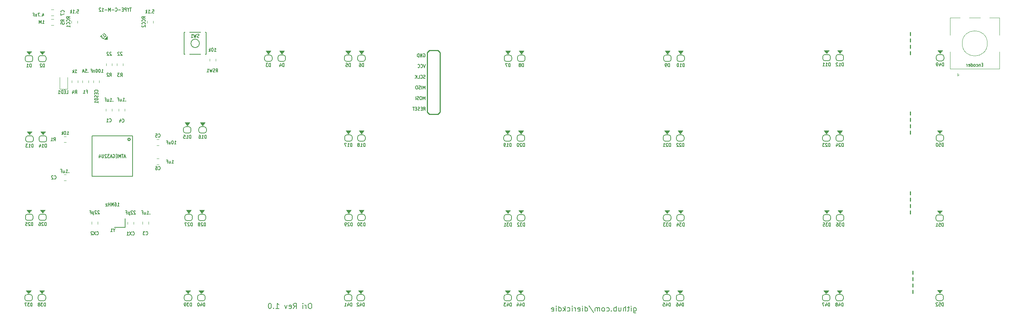
<source format=gbo>
G04 #@! TF.GenerationSoftware,KiCad,Pcbnew,(5.1.10-1-10_14)*
G04 #@! TF.CreationDate,2021-08-22T11:15:42-05:00*
G04 #@! TF.ProjectId,ori,6f72692e-6b69-4636-9164-5f7063625858,rev?*
G04 #@! TF.SameCoordinates,Original*
G04 #@! TF.FileFunction,Legend,Bot*
G04 #@! TF.FilePolarity,Positive*
%FSLAX46Y46*%
G04 Gerber Fmt 4.6, Leading zero omitted, Abs format (unit mm)*
G04 Created by KiCad (PCBNEW (5.1.10-1-10_14)) date 2021-08-22 11:15:42*
%MOMM*%
%LPD*%
G01*
G04 APERTURE LIST*
%ADD10C,0.250000*%
%ADD11C,0.150000*%
%ADD12C,0.200000*%
%ADD13C,0.100000*%
%ADD14C,0.120000*%
%ADD15C,0.254000*%
%ADD16C,0.203200*%
%ADD17C,4.500000*%
%ADD18C,0.800000*%
%ADD19C,2.540000*%
%ADD20C,1.701800*%
%ADD21C,3.987800*%
%ADD22R,2.000000X2.000000*%
%ADD23C,2.000000*%
%ADD24R,2.000000X3.200000*%
%ADD25R,2.100000X1.800000*%
%ADD26C,1.803400*%
%ADD27O,1.300000X2.400000*%
%ADD28O,1.300000X1.900000*%
%ADD29C,0.650000*%
%ADD30R,0.650000X1.060000*%
%ADD31R,1.100000X1.800000*%
G04 APERTURE END LIST*
D10*
X304924087Y-88539996D02*
X304924087Y-89299996D01*
X304924087Y-90059992D02*
X304924087Y-90819992D01*
X304924087Y-91579988D02*
X304924087Y-92339988D01*
X304924087Y-93099984D02*
X304924087Y-93859984D01*
X304924087Y-69539996D02*
X304924087Y-70299996D01*
X304924087Y-71059992D02*
X304924087Y-71819992D01*
X304924087Y-72579988D02*
X304924087Y-73339988D01*
X304924087Y-74099984D02*
X304924087Y-74859984D01*
D11*
X322196136Y-58283727D02*
X321962803Y-58283727D01*
X321862803Y-58702774D02*
X322196136Y-58702774D01*
X322196136Y-57902774D01*
X321862803Y-57902774D01*
X321562803Y-58169441D02*
X321562803Y-58702774D01*
X321562803Y-58245631D02*
X321529470Y-58207536D01*
X321462803Y-58169441D01*
X321362803Y-58169441D01*
X321296136Y-58207536D01*
X321262803Y-58283727D01*
X321262803Y-58702774D01*
X320629470Y-58664679D02*
X320696136Y-58702774D01*
X320829470Y-58702774D01*
X320896136Y-58664679D01*
X320929470Y-58626584D01*
X320962803Y-58550393D01*
X320962803Y-58321822D01*
X320929470Y-58245631D01*
X320896136Y-58207536D01*
X320829470Y-58169441D01*
X320696136Y-58169441D01*
X320629470Y-58207536D01*
X320229470Y-58702774D02*
X320296136Y-58664679D01*
X320329470Y-58626584D01*
X320362803Y-58550393D01*
X320362803Y-58321822D01*
X320329470Y-58245631D01*
X320296136Y-58207536D01*
X320229470Y-58169441D01*
X320129470Y-58169441D01*
X320062803Y-58207536D01*
X320029470Y-58245631D01*
X319996136Y-58321822D01*
X319996136Y-58550393D01*
X320029470Y-58626584D01*
X320062803Y-58664679D01*
X320129470Y-58702774D01*
X320229470Y-58702774D01*
X319396136Y-58702774D02*
X319396136Y-57902774D01*
X319396136Y-58664679D02*
X319462803Y-58702774D01*
X319596136Y-58702774D01*
X319662803Y-58664679D01*
X319696136Y-58626584D01*
X319729470Y-58550393D01*
X319729470Y-58321822D01*
X319696136Y-58245631D01*
X319662803Y-58207536D01*
X319596136Y-58169441D01*
X319462803Y-58169441D01*
X319396136Y-58207536D01*
X318796136Y-58664679D02*
X318862803Y-58702774D01*
X318996136Y-58702774D01*
X319062803Y-58664679D01*
X319096136Y-58588489D01*
X319096136Y-58283727D01*
X319062803Y-58207536D01*
X318996136Y-58169441D01*
X318862803Y-58169441D01*
X318796136Y-58207536D01*
X318762803Y-58283727D01*
X318762803Y-58359917D01*
X319096136Y-58436108D01*
X318462803Y-58702774D02*
X318462803Y-58169441D01*
X318462803Y-58321822D02*
X318429470Y-58245631D01*
X318396136Y-58207536D01*
X318329470Y-58169441D01*
X318262803Y-58169441D01*
D10*
X304923728Y-55099834D02*
X304923728Y-55859834D01*
X304923728Y-53579838D02*
X304923728Y-54339838D01*
X304923728Y-52059842D02*
X304923728Y-52819842D01*
X304923728Y-50539846D02*
X304923728Y-51299846D01*
X305519041Y-112099730D02*
X305519041Y-112859730D01*
X305519041Y-110579734D02*
X305519041Y-111339734D01*
X305519041Y-109059738D02*
X305519041Y-109819738D01*
X305519041Y-107539742D02*
X305519041Y-108299742D01*
D12*
X238994047Y-116282142D02*
X238994047Y-117294047D01*
X239053571Y-117413095D01*
X239113095Y-117472619D01*
X239232142Y-117532142D01*
X239410714Y-117532142D01*
X239529761Y-117472619D01*
X238994047Y-117055952D02*
X239113095Y-117115476D01*
X239351190Y-117115476D01*
X239470238Y-117055952D01*
X239529761Y-116996428D01*
X239589285Y-116877380D01*
X239589285Y-116520238D01*
X239529761Y-116401190D01*
X239470238Y-116341666D01*
X239351190Y-116282142D01*
X239113095Y-116282142D01*
X238994047Y-116341666D01*
X238398809Y-117115476D02*
X238398809Y-116282142D01*
X238398809Y-115865476D02*
X238458333Y-115925000D01*
X238398809Y-115984523D01*
X238339285Y-115925000D01*
X238398809Y-115865476D01*
X238398809Y-115984523D01*
X237982142Y-116282142D02*
X237505952Y-116282142D01*
X237803571Y-115865476D02*
X237803571Y-116936904D01*
X237744047Y-117055952D01*
X237625000Y-117115476D01*
X237505952Y-117115476D01*
X237089285Y-117115476D02*
X237089285Y-115865476D01*
X236553571Y-117115476D02*
X236553571Y-116460714D01*
X236613095Y-116341666D01*
X236732142Y-116282142D01*
X236910714Y-116282142D01*
X237029761Y-116341666D01*
X237089285Y-116401190D01*
X235422619Y-116282142D02*
X235422619Y-117115476D01*
X235958333Y-116282142D02*
X235958333Y-116936904D01*
X235898809Y-117055952D01*
X235779761Y-117115476D01*
X235601190Y-117115476D01*
X235482142Y-117055952D01*
X235422619Y-116996428D01*
X234827380Y-117115476D02*
X234827380Y-115865476D01*
X234827380Y-116341666D02*
X234708333Y-116282142D01*
X234470238Y-116282142D01*
X234351190Y-116341666D01*
X234291666Y-116401190D01*
X234232142Y-116520238D01*
X234232142Y-116877380D01*
X234291666Y-116996428D01*
X234351190Y-117055952D01*
X234470238Y-117115476D01*
X234708333Y-117115476D01*
X234827380Y-117055952D01*
X233696428Y-116996428D02*
X233636904Y-117055952D01*
X233696428Y-117115476D01*
X233755952Y-117055952D01*
X233696428Y-116996428D01*
X233696428Y-117115476D01*
X232565476Y-117055952D02*
X232684523Y-117115476D01*
X232922619Y-117115476D01*
X233041666Y-117055952D01*
X233101190Y-116996428D01*
X233160714Y-116877380D01*
X233160714Y-116520238D01*
X233101190Y-116401190D01*
X233041666Y-116341666D01*
X232922619Y-116282142D01*
X232684523Y-116282142D01*
X232565476Y-116341666D01*
X231851190Y-117115476D02*
X231970238Y-117055952D01*
X232029761Y-116996428D01*
X232089285Y-116877380D01*
X232089285Y-116520238D01*
X232029761Y-116401190D01*
X231970238Y-116341666D01*
X231851190Y-116282142D01*
X231672619Y-116282142D01*
X231553571Y-116341666D01*
X231494047Y-116401190D01*
X231434523Y-116520238D01*
X231434523Y-116877380D01*
X231494047Y-116996428D01*
X231553571Y-117055952D01*
X231672619Y-117115476D01*
X231851190Y-117115476D01*
X230898809Y-117115476D02*
X230898809Y-116282142D01*
X230898809Y-116401190D02*
X230839285Y-116341666D01*
X230720238Y-116282142D01*
X230541666Y-116282142D01*
X230422619Y-116341666D01*
X230363095Y-116460714D01*
X230363095Y-117115476D01*
X230363095Y-116460714D02*
X230303571Y-116341666D01*
X230184523Y-116282142D01*
X230005952Y-116282142D01*
X229886904Y-116341666D01*
X229827380Y-116460714D01*
X229827380Y-117115476D01*
X228339285Y-115805952D02*
X229410714Y-117413095D01*
X227386904Y-117115476D02*
X227386904Y-115865476D01*
X227386904Y-117055952D02*
X227505952Y-117115476D01*
X227744047Y-117115476D01*
X227863095Y-117055952D01*
X227922619Y-116996428D01*
X227982142Y-116877380D01*
X227982142Y-116520238D01*
X227922619Y-116401190D01*
X227863095Y-116341666D01*
X227744047Y-116282142D01*
X227505952Y-116282142D01*
X227386904Y-116341666D01*
X226791666Y-117115476D02*
X226791666Y-116282142D01*
X226791666Y-115865476D02*
X226851190Y-115925000D01*
X226791666Y-115984523D01*
X226732142Y-115925000D01*
X226791666Y-115865476D01*
X226791666Y-115984523D01*
X225720238Y-117055952D02*
X225839285Y-117115476D01*
X226077380Y-117115476D01*
X226196428Y-117055952D01*
X226255952Y-116936904D01*
X226255952Y-116460714D01*
X226196428Y-116341666D01*
X226077380Y-116282142D01*
X225839285Y-116282142D01*
X225720238Y-116341666D01*
X225660714Y-116460714D01*
X225660714Y-116579761D01*
X226255952Y-116698809D01*
X225125000Y-117115476D02*
X225125000Y-116282142D01*
X225125000Y-116520238D02*
X225065476Y-116401190D01*
X225005952Y-116341666D01*
X224886904Y-116282142D01*
X224767857Y-116282142D01*
X224351190Y-117115476D02*
X224351190Y-116282142D01*
X224351190Y-115865476D02*
X224410714Y-115925000D01*
X224351190Y-115984523D01*
X224291666Y-115925000D01*
X224351190Y-115865476D01*
X224351190Y-115984523D01*
X223220238Y-117055952D02*
X223339285Y-117115476D01*
X223577380Y-117115476D01*
X223696428Y-117055952D01*
X223755952Y-116996428D01*
X223815476Y-116877380D01*
X223815476Y-116520238D01*
X223755952Y-116401190D01*
X223696428Y-116341666D01*
X223577380Y-116282142D01*
X223339285Y-116282142D01*
X223220238Y-116341666D01*
X222684523Y-117115476D02*
X222684523Y-115865476D01*
X222565476Y-116639285D02*
X222208333Y-117115476D01*
X222208333Y-116282142D02*
X222684523Y-116758333D01*
X221136904Y-117115476D02*
X221136904Y-115865476D01*
X221136904Y-117055952D02*
X221255952Y-117115476D01*
X221494047Y-117115476D01*
X221613095Y-117055952D01*
X221672619Y-116996428D01*
X221732142Y-116877380D01*
X221732142Y-116520238D01*
X221672619Y-116401190D01*
X221613095Y-116341666D01*
X221494047Y-116282142D01*
X221255952Y-116282142D01*
X221136904Y-116341666D01*
X220541666Y-117115476D02*
X220541666Y-116282142D01*
X220541666Y-115865476D02*
X220601190Y-115925000D01*
X220541666Y-115984523D01*
X220482142Y-115925000D01*
X220541666Y-115865476D01*
X220541666Y-115984523D01*
X219470238Y-117055952D02*
X219589285Y-117115476D01*
X219827380Y-117115476D01*
X219946428Y-117055952D01*
X220005952Y-116936904D01*
X220005952Y-116460714D01*
X219946428Y-116341666D01*
X219827380Y-116282142D01*
X219589285Y-116282142D01*
X219470238Y-116341666D01*
X219410714Y-116460714D01*
X219410714Y-116579761D01*
X220005952Y-116698809D01*
X162035672Y-115220164D02*
X161797577Y-115220164D01*
X161678529Y-115279688D01*
X161559481Y-115398735D01*
X161499958Y-115636830D01*
X161499958Y-116053497D01*
X161559481Y-116291592D01*
X161678529Y-116410640D01*
X161797577Y-116470164D01*
X162035672Y-116470164D01*
X162154720Y-116410640D01*
X162273767Y-116291592D01*
X162333291Y-116053497D01*
X162333291Y-115636830D01*
X162273767Y-115398735D01*
X162154720Y-115279688D01*
X162035672Y-115220164D01*
X160964243Y-116470164D02*
X160964243Y-115636830D01*
X160964243Y-115874926D02*
X160904720Y-115755878D01*
X160845196Y-115696354D01*
X160726148Y-115636830D01*
X160607100Y-115636830D01*
X160190434Y-116470164D02*
X160190434Y-115636830D01*
X160190434Y-115220164D02*
X160249958Y-115279688D01*
X160190434Y-115339211D01*
X160130910Y-115279688D01*
X160190434Y-115220164D01*
X160190434Y-115339211D01*
X157928529Y-116470164D02*
X158345196Y-115874926D01*
X158642815Y-116470164D02*
X158642815Y-115220164D01*
X158166624Y-115220164D01*
X158047577Y-115279688D01*
X157988053Y-115339211D01*
X157928529Y-115458259D01*
X157928529Y-115636830D01*
X157988053Y-115755878D01*
X158047577Y-115815402D01*
X158166624Y-115874926D01*
X158642815Y-115874926D01*
X156916624Y-116410640D02*
X157035672Y-116470164D01*
X157273767Y-116470164D01*
X157392815Y-116410640D01*
X157452339Y-116291592D01*
X157452339Y-115815402D01*
X157392815Y-115696354D01*
X157273767Y-115636830D01*
X157035672Y-115636830D01*
X156916624Y-115696354D01*
X156857100Y-115815402D01*
X156857100Y-115934449D01*
X157452339Y-116053497D01*
X156440434Y-115636830D02*
X156142815Y-116470164D01*
X155845196Y-115636830D01*
X153761862Y-116470164D02*
X154476148Y-116470164D01*
X154119005Y-116470164D02*
X154119005Y-115220164D01*
X154238053Y-115398735D01*
X154357100Y-115517783D01*
X154476148Y-115577307D01*
X153226148Y-116351116D02*
X153166624Y-116410640D01*
X153226148Y-116470164D01*
X153285672Y-116410640D01*
X153226148Y-116351116D01*
X153226148Y-116470164D01*
X152392815Y-115220164D02*
X152273767Y-115220164D01*
X152154720Y-115279688D01*
X152095196Y-115339211D01*
X152035672Y-115458259D01*
X151976148Y-115696354D01*
X151976148Y-115993973D01*
X152035672Y-116232068D01*
X152095196Y-116351116D01*
X152154720Y-116410640D01*
X152273767Y-116470164D01*
X152392815Y-116470164D01*
X152511862Y-116410640D01*
X152571386Y-116351116D01*
X152630910Y-116232068D01*
X152690434Y-115993973D01*
X152690434Y-115696354D01*
X152630910Y-115458259D01*
X152571386Y-115339211D01*
X152511862Y-115279688D01*
X152392815Y-115220164D01*
D11*
X116033333Y-92011904D02*
X116433333Y-92011904D01*
X116233333Y-92011904D02*
X116233333Y-91211904D01*
X116300000Y-91326190D01*
X116366666Y-91402380D01*
X116433333Y-91440476D01*
X115433333Y-91211904D02*
X115566666Y-91211904D01*
X115633333Y-91250000D01*
X115666666Y-91288095D01*
X115733333Y-91402380D01*
X115766666Y-91554761D01*
X115766666Y-91859523D01*
X115733333Y-91935714D01*
X115700000Y-91973809D01*
X115633333Y-92011904D01*
X115500000Y-92011904D01*
X115433333Y-91973809D01*
X115400000Y-91935714D01*
X115366666Y-91859523D01*
X115366666Y-91669047D01*
X115400000Y-91592857D01*
X115433333Y-91554761D01*
X115500000Y-91516666D01*
X115633333Y-91516666D01*
X115700000Y-91554761D01*
X115733333Y-91592857D01*
X115766666Y-91669047D01*
X115066666Y-92011904D02*
X115066666Y-91211904D01*
X114833333Y-91783333D01*
X114600000Y-91211904D01*
X114600000Y-92011904D01*
X114266666Y-92011904D02*
X114266666Y-91211904D01*
X114266666Y-91592857D02*
X113866666Y-91592857D01*
X113866666Y-92011904D02*
X113866666Y-91211904D01*
X113600000Y-91478571D02*
X113233333Y-91478571D01*
X113600000Y-92011904D01*
X113233333Y-92011904D01*
D12*
X312390625Y-55856250D02*
X311590625Y-55856250D01*
X312890625Y-56856212D02*
X312890625Y-56356250D01*
X312390625Y-57356250D02*
X311590625Y-57356250D01*
X311090625Y-56356288D02*
X311090625Y-56856250D01*
D13*
G36*
X311990625Y-55642050D02*
G01*
X312590625Y-54842050D01*
X311390625Y-54842050D01*
X311990625Y-55642050D01*
G37*
X311990625Y-55642050D02*
X312590625Y-54842050D01*
X311390625Y-54842050D01*
X311990625Y-55642050D01*
D12*
X311590625Y-55856250D02*
G75*
G03*
X311090625Y-56356250I0J-500000D01*
G01*
X311090625Y-56856250D02*
G75*
G03*
X311590625Y-57356250I500000J0D01*
G01*
X312390625Y-57356250D02*
G75*
G03*
X312890625Y-56856250I0J500000D01*
G01*
X312890625Y-56356250D02*
G75*
G03*
X312390625Y-55856250I-500000J0D01*
G01*
X312290625Y-94106250D02*
X311490625Y-94106250D01*
X312790625Y-95106212D02*
X312790625Y-94606250D01*
X312290625Y-95606250D02*
X311490625Y-95606250D01*
X310990625Y-94606288D02*
X310990625Y-95106250D01*
D13*
G36*
X311890625Y-93892050D02*
G01*
X312490625Y-93092050D01*
X311290625Y-93092050D01*
X311890625Y-93892050D01*
G37*
X311890625Y-93892050D02*
X312490625Y-93092050D01*
X311290625Y-93092050D01*
X311890625Y-93892050D01*
D12*
X311490625Y-94106250D02*
G75*
G03*
X310990625Y-94606250I0J-500000D01*
G01*
X310990625Y-95106250D02*
G75*
G03*
X311490625Y-95606250I500000J0D01*
G01*
X312290625Y-95606250D02*
G75*
G03*
X312790625Y-95106250I0J500000D01*
G01*
X312790625Y-94606250D02*
G75*
G03*
X312290625Y-94106250I-500000J0D01*
G01*
X98587999Y-93949377D02*
X97787999Y-93949377D01*
X99087999Y-94949339D02*
X99087999Y-94449377D01*
X98587999Y-95449377D02*
X97787999Y-95449377D01*
X97287999Y-94449415D02*
X97287999Y-94949377D01*
D13*
G36*
X98187999Y-93735177D02*
G01*
X98787999Y-92935177D01*
X97587999Y-92935177D01*
X98187999Y-93735177D01*
G37*
X98187999Y-93735177D02*
X98787999Y-92935177D01*
X97587999Y-92935177D01*
X98187999Y-93735177D01*
D12*
X97787999Y-93949377D02*
G75*
G03*
X97287999Y-94449377I0J-500000D01*
G01*
X97287999Y-94949377D02*
G75*
G03*
X97787999Y-95449377I500000J0D01*
G01*
X98587999Y-95449377D02*
G75*
G03*
X99087999Y-94949377I0J500000D01*
G01*
X99087999Y-94449377D02*
G75*
G03*
X98587999Y-93949377I-500000J0D01*
G01*
D14*
X104160000Y-61250000D02*
X104160000Y-64110000D01*
X104160000Y-64110000D02*
X102240000Y-64110000D01*
X102240000Y-64110000D02*
X102240000Y-61250000D01*
X125388748Y-77510000D02*
X125911252Y-77510000D01*
X125388748Y-76090000D02*
X125911252Y-76090000D01*
X103786252Y-84490000D02*
X103263748Y-84490000D01*
X103786252Y-85910000D02*
X103263748Y-85910000D01*
D12*
X247431999Y-55994377D02*
X246631999Y-55994377D01*
X247931999Y-56994339D02*
X247931999Y-56494377D01*
X247431999Y-57494377D02*
X246631999Y-57494377D01*
X246131999Y-56494415D02*
X246131999Y-56994377D01*
D13*
G36*
X247031999Y-55780177D02*
G01*
X247631999Y-54980177D01*
X246431999Y-54980177D01*
X247031999Y-55780177D01*
G37*
X247031999Y-55780177D02*
X247631999Y-54980177D01*
X246431999Y-54980177D01*
X247031999Y-55780177D01*
D12*
X246631999Y-55994377D02*
G75*
G03*
X246131999Y-56494377I0J-500000D01*
G01*
X246131999Y-56994377D02*
G75*
G03*
X246631999Y-57494377I500000J0D01*
G01*
X247431999Y-57494377D02*
G75*
G03*
X247931999Y-56994377I0J500000D01*
G01*
X247931999Y-56494377D02*
G75*
G03*
X247431999Y-55994377I-500000J0D01*
G01*
D14*
X323252725Y-53193950D02*
G75*
G03*
X323252725Y-53193950I-3000000J0D01*
G01*
X314352725Y-59293950D02*
X326152725Y-59293950D01*
X314352725Y-51193950D02*
X314352725Y-47093950D01*
X314352725Y-47093950D02*
X316752725Y-47093950D01*
X318952725Y-47093950D02*
X321552725Y-47093950D01*
X323752725Y-47093950D02*
X326152725Y-47093950D01*
X326152725Y-47093950D02*
X326152725Y-51193950D01*
X314352725Y-55193950D02*
X314352725Y-59293950D01*
X326152725Y-55193950D02*
X326152725Y-59293950D01*
X316152725Y-60393950D02*
X316452725Y-60693950D01*
X316452725Y-60693950D02*
X316152725Y-60993950D01*
X316152725Y-60993950D02*
X316152725Y-60393950D01*
X105137000Y-62026748D02*
X105137000Y-62549252D01*
X106557000Y-62026748D02*
X106557000Y-62549252D01*
X110290000Y-62038748D02*
X110290000Y-62561252D01*
X111710000Y-62038748D02*
X111710000Y-62561252D01*
X100811252Y-47390000D02*
X100288748Y-47390000D01*
X100811252Y-48810000D02*
X100288748Y-48810000D01*
X100811252Y-45140000D02*
X100288748Y-45140000D01*
X100811252Y-46560000D02*
X100288748Y-46560000D01*
X139419000Y-57409252D02*
X139419000Y-56886748D01*
X137999000Y-57409252D02*
X137999000Y-56886748D01*
X123090000Y-47788748D02*
X123090000Y-48311252D01*
X124510000Y-47788748D02*
X124510000Y-48311252D01*
X106510000Y-47788748D02*
X106510000Y-48311252D01*
X105090000Y-47788748D02*
X105090000Y-48311252D01*
X117339999Y-58494254D02*
X117339999Y-57971750D01*
X115919999Y-58494254D02*
X115919999Y-57971750D01*
X114756000Y-58485252D02*
X114756000Y-57962748D01*
X113336000Y-58485252D02*
X113336000Y-57962748D01*
X103266247Y-76810000D02*
X103788751Y-76810000D01*
X103266247Y-75390000D02*
X103788751Y-75390000D01*
X122040000Y-95788748D02*
X122040000Y-96311252D01*
X123460000Y-95788748D02*
X123460000Y-96311252D01*
X117760000Y-69361252D02*
X117760000Y-68838748D01*
X116340000Y-69361252D02*
X116340000Y-68838748D01*
X114710000Y-69361252D02*
X114710000Y-68838748D01*
X113290000Y-69361252D02*
X113290000Y-68838748D01*
X119860000Y-96361252D02*
X119860000Y-95838748D01*
X118440000Y-96361252D02*
X118440000Y-95838748D01*
X109890000Y-95788748D02*
X109890000Y-96311252D01*
X111310000Y-95788748D02*
X111310000Y-96311252D01*
X125388748Y-82110000D02*
X125911252Y-82110000D01*
X125388748Y-80690000D02*
X125911252Y-80690000D01*
X109110000Y-62561252D02*
X109110000Y-62038748D01*
X107690000Y-62561252D02*
X107690000Y-62038748D01*
D12*
X117821000Y-94954000D02*
X117821000Y-97113000D01*
X117821000Y-97113000D02*
X115281000Y-97113000D01*
D15*
X192867200Y-69562000D02*
X192867200Y-55338000D01*
X192359200Y-70070000D02*
X192867200Y-69562000D01*
X190327200Y-70070000D02*
X192359200Y-70070000D01*
X189819200Y-69562000D02*
X190327200Y-70070000D01*
X189819200Y-55338000D02*
X189819200Y-69562000D01*
X190327200Y-54830000D02*
X189819200Y-55338000D01*
X192359200Y-54830000D02*
X190327200Y-54830000D01*
X192867200Y-55338000D02*
X192359200Y-54830000D01*
D16*
X119600000Y-75300000D02*
X110000000Y-75300000D01*
X110000000Y-75300000D02*
X110000000Y-84900000D01*
X110000000Y-84900000D02*
X119600000Y-84900000D01*
X119600000Y-84900000D02*
X119600000Y-75300000D01*
D15*
X119082700Y-76100000D02*
G75*
G03*
X119082700Y-76100000I-282700J0D01*
G01*
D12*
X95362999Y-56091377D02*
X94562999Y-56091377D01*
X95862999Y-57091339D02*
X95862999Y-56591377D01*
X95362999Y-57591377D02*
X94562999Y-57591377D01*
X94062999Y-56591415D02*
X94062999Y-57091377D01*
D13*
G36*
X94962999Y-55877177D02*
G01*
X95562999Y-55077177D01*
X94362999Y-55077177D01*
X94962999Y-55877177D01*
G37*
X94962999Y-55877177D02*
X95562999Y-55077177D01*
X94362999Y-55077177D01*
X94962999Y-55877177D01*
D12*
X94562999Y-56091377D02*
G75*
G03*
X94062999Y-56591377I0J-500000D01*
G01*
X94062999Y-57091377D02*
G75*
G03*
X94562999Y-57591377I500000J0D01*
G01*
X95362999Y-57591377D02*
G75*
G03*
X95862999Y-57091377I0J500000D01*
G01*
X95862999Y-56591377D02*
G75*
G03*
X95362999Y-56091377I-500000J0D01*
G01*
X98537999Y-56091377D02*
X97737999Y-56091377D01*
X99037999Y-57091339D02*
X99037999Y-56591377D01*
X98537999Y-57591377D02*
X97737999Y-57591377D01*
X97237999Y-56591415D02*
X97237999Y-57091377D01*
D13*
G36*
X98137999Y-55877177D02*
G01*
X98737999Y-55077177D01*
X97537999Y-55077177D01*
X98137999Y-55877177D01*
G37*
X98137999Y-55877177D02*
X98737999Y-55077177D01*
X97537999Y-55077177D01*
X98137999Y-55877177D01*
D12*
X97737999Y-56091377D02*
G75*
G03*
X97237999Y-56591377I0J-500000D01*
G01*
X97237999Y-57091377D02*
G75*
G03*
X97737999Y-57591377I500000J0D01*
G01*
X98537999Y-57591377D02*
G75*
G03*
X99037999Y-57091377I0J500000D01*
G01*
X99037999Y-56591377D02*
G75*
G03*
X98537999Y-56091377I-500000J0D01*
G01*
X152385999Y-55981002D02*
X151585999Y-55981002D01*
X152885999Y-56980964D02*
X152885999Y-56481002D01*
X152385999Y-57481002D02*
X151585999Y-57481002D01*
X151085999Y-56481040D02*
X151085999Y-56981002D01*
D13*
G36*
X151985999Y-55766802D02*
G01*
X152585999Y-54966802D01*
X151385999Y-54966802D01*
X151985999Y-55766802D01*
G37*
X151985999Y-55766802D02*
X152585999Y-54966802D01*
X151385999Y-54966802D01*
X151985999Y-55766802D01*
D12*
X151585999Y-55981002D02*
G75*
G03*
X151085999Y-56481002I0J-500000D01*
G01*
X151085999Y-56981002D02*
G75*
G03*
X151585999Y-57481002I500000J0D01*
G01*
X152385999Y-57481002D02*
G75*
G03*
X152885999Y-56981002I0J500000D01*
G01*
X152885999Y-56481002D02*
G75*
G03*
X152385999Y-55981002I-500000J0D01*
G01*
X155560999Y-55981002D02*
X154760999Y-55981002D01*
X156060999Y-56980964D02*
X156060999Y-56481002D01*
X155560999Y-57481002D02*
X154760999Y-57481002D01*
X154260999Y-56481040D02*
X154260999Y-56981002D01*
D13*
G36*
X155160999Y-55766802D02*
G01*
X155760999Y-54966802D01*
X154560999Y-54966802D01*
X155160999Y-55766802D01*
G37*
X155160999Y-55766802D02*
X155760999Y-54966802D01*
X154560999Y-54966802D01*
X155160999Y-55766802D01*
D12*
X154760999Y-55981002D02*
G75*
G03*
X154260999Y-56481002I0J-500000D01*
G01*
X154260999Y-56981002D02*
G75*
G03*
X154760999Y-57481002I500000J0D01*
G01*
X155560999Y-57481002D02*
G75*
G03*
X156060999Y-56981002I0J500000D01*
G01*
X156060999Y-56481002D02*
G75*
G03*
X155560999Y-55981002I-500000J0D01*
G01*
X171385999Y-55983377D02*
X170585999Y-55983377D01*
X171885999Y-56983339D02*
X171885999Y-56483377D01*
X171385999Y-57483377D02*
X170585999Y-57483377D01*
X170085999Y-56483415D02*
X170085999Y-56983377D01*
D13*
G36*
X170985999Y-55769177D02*
G01*
X171585999Y-54969177D01*
X170385999Y-54969177D01*
X170985999Y-55769177D01*
G37*
X170985999Y-55769177D02*
X171585999Y-54969177D01*
X170385999Y-54969177D01*
X170985999Y-55769177D01*
D12*
X170585999Y-55983377D02*
G75*
G03*
X170085999Y-56483377I0J-500000D01*
G01*
X170085999Y-56983377D02*
G75*
G03*
X170585999Y-57483377I500000J0D01*
G01*
X171385999Y-57483377D02*
G75*
G03*
X171885999Y-56983377I0J500000D01*
G01*
X171885999Y-56483377D02*
G75*
G03*
X171385999Y-55983377I-500000J0D01*
G01*
X174560999Y-55983377D02*
X173760999Y-55983377D01*
X175060999Y-56983339D02*
X175060999Y-56483377D01*
X174560999Y-57483377D02*
X173760999Y-57483377D01*
X173260999Y-56483415D02*
X173260999Y-56983377D01*
D13*
G36*
X174160999Y-55769177D02*
G01*
X174760999Y-54969177D01*
X173560999Y-54969177D01*
X174160999Y-55769177D01*
G37*
X174160999Y-55769177D02*
X174760999Y-54969177D01*
X173560999Y-54969177D01*
X174160999Y-55769177D01*
D12*
X173760999Y-55983377D02*
G75*
G03*
X173260999Y-56483377I0J-500000D01*
G01*
X173260999Y-56983377D02*
G75*
G03*
X173760999Y-57483377I500000J0D01*
G01*
X174560999Y-57483377D02*
G75*
G03*
X175060999Y-56983377I0J500000D01*
G01*
X175060999Y-56483377D02*
G75*
G03*
X174560999Y-55983377I-500000J0D01*
G01*
X209458999Y-55994377D02*
X208658999Y-55994377D01*
X209958999Y-56994339D02*
X209958999Y-56494377D01*
X209458999Y-57494377D02*
X208658999Y-57494377D01*
X208158999Y-56494415D02*
X208158999Y-56994377D01*
D13*
G36*
X209058999Y-55780177D02*
G01*
X209658999Y-54980177D01*
X208458999Y-54980177D01*
X209058999Y-55780177D01*
G37*
X209058999Y-55780177D02*
X209658999Y-54980177D01*
X208458999Y-54980177D01*
X209058999Y-55780177D01*
D12*
X208658999Y-55994377D02*
G75*
G03*
X208158999Y-56494377I0J-500000D01*
G01*
X208158999Y-56994377D02*
G75*
G03*
X208658999Y-57494377I500000J0D01*
G01*
X209458999Y-57494377D02*
G75*
G03*
X209958999Y-56994377I0J500000D01*
G01*
X209958999Y-56494377D02*
G75*
G03*
X209458999Y-55994377I-500000J0D01*
G01*
X212633999Y-55994377D02*
X211833999Y-55994377D01*
X213133999Y-56994339D02*
X213133999Y-56494377D01*
X212633999Y-57494377D02*
X211833999Y-57494377D01*
X211333999Y-56494415D02*
X211333999Y-56994377D01*
D13*
G36*
X212233999Y-55780177D02*
G01*
X212833999Y-54980177D01*
X211633999Y-54980177D01*
X212233999Y-55780177D01*
G37*
X212233999Y-55780177D02*
X212833999Y-54980177D01*
X211633999Y-54980177D01*
X212233999Y-55780177D01*
D12*
X211833999Y-55994377D02*
G75*
G03*
X211333999Y-56494377I0J-500000D01*
G01*
X211333999Y-56994377D02*
G75*
G03*
X211833999Y-57494377I500000J0D01*
G01*
X212633999Y-57494377D02*
G75*
G03*
X213133999Y-56994377I0J500000D01*
G01*
X213133999Y-56494377D02*
G75*
G03*
X212633999Y-55994377I-500000J0D01*
G01*
X250606999Y-55994377D02*
X249806999Y-55994377D01*
X251106999Y-56994339D02*
X251106999Y-56494377D01*
X250606999Y-57494377D02*
X249806999Y-57494377D01*
X249306999Y-56494415D02*
X249306999Y-56994377D01*
D13*
G36*
X250206999Y-55780177D02*
G01*
X250806999Y-54980177D01*
X249606999Y-54980177D01*
X250206999Y-55780177D01*
G37*
X250206999Y-55780177D02*
X250806999Y-54980177D01*
X249606999Y-54980177D01*
X250206999Y-55780177D01*
D12*
X249806999Y-55994377D02*
G75*
G03*
X249306999Y-56494377I0J-500000D01*
G01*
X249306999Y-56994377D02*
G75*
G03*
X249806999Y-57494377I500000J0D01*
G01*
X250606999Y-57494377D02*
G75*
G03*
X251106999Y-56994377I0J500000D01*
G01*
X251106999Y-56494377D02*
G75*
G03*
X250606999Y-55994377I-500000J0D01*
G01*
X285350000Y-55850000D02*
X284550000Y-55850000D01*
X285850000Y-56849962D02*
X285850000Y-56350000D01*
X285350000Y-57350000D02*
X284550000Y-57350000D01*
X284050000Y-56350038D02*
X284050000Y-56850000D01*
D13*
G36*
X284950000Y-55635800D02*
G01*
X285550000Y-54835800D01*
X284350000Y-54835800D01*
X284950000Y-55635800D01*
G37*
X284950000Y-55635800D02*
X285550000Y-54835800D01*
X284350000Y-54835800D01*
X284950000Y-55635800D01*
D12*
X284550000Y-55850000D02*
G75*
G03*
X284050000Y-56350000I0J-500000D01*
G01*
X284050000Y-56850000D02*
G75*
G03*
X284550000Y-57350000I500000J0D01*
G01*
X285350000Y-57350000D02*
G75*
G03*
X285850000Y-56850000I0J500000D01*
G01*
X285850000Y-56350000D02*
G75*
G03*
X285350000Y-55850000I-500000J0D01*
G01*
X95489999Y-75241377D02*
X94689999Y-75241377D01*
X95989999Y-76241339D02*
X95989999Y-75741377D01*
X95489999Y-76741377D02*
X94689999Y-76741377D01*
X94189999Y-75741415D02*
X94189999Y-76241377D01*
D13*
G36*
X95089999Y-75027177D02*
G01*
X95689999Y-74227177D01*
X94489999Y-74227177D01*
X95089999Y-75027177D01*
G37*
X95089999Y-75027177D02*
X95689999Y-74227177D01*
X94489999Y-74227177D01*
X95089999Y-75027177D01*
D12*
X94689999Y-75241377D02*
G75*
G03*
X94189999Y-75741377I0J-500000D01*
G01*
X94189999Y-76241377D02*
G75*
G03*
X94689999Y-76741377I500000J0D01*
G01*
X95489999Y-76741377D02*
G75*
G03*
X95989999Y-76241377I0J500000D01*
G01*
X95989999Y-75741377D02*
G75*
G03*
X95489999Y-75241377I-500000J0D01*
G01*
X98664999Y-75241377D02*
X97864999Y-75241377D01*
X99164999Y-76241339D02*
X99164999Y-75741377D01*
X98664999Y-76741377D02*
X97864999Y-76741377D01*
X97364999Y-75741415D02*
X97364999Y-76241377D01*
D13*
G36*
X98264999Y-75027177D02*
G01*
X98864999Y-74227177D01*
X97664999Y-74227177D01*
X98264999Y-75027177D01*
G37*
X98264999Y-75027177D02*
X98864999Y-74227177D01*
X97664999Y-74227177D01*
X98264999Y-75027177D01*
D12*
X97864999Y-75241377D02*
G75*
G03*
X97364999Y-75741377I0J-500000D01*
G01*
X97364999Y-76241377D02*
G75*
G03*
X97864999Y-76741377I500000J0D01*
G01*
X98664999Y-76741377D02*
G75*
G03*
X99164999Y-76241377I0J500000D01*
G01*
X99164999Y-75741377D02*
G75*
G03*
X98664999Y-75241377I-500000J0D01*
G01*
X133050000Y-73092377D02*
X132250000Y-73092377D01*
X133550000Y-74092339D02*
X133550000Y-73592377D01*
X133050000Y-74592377D02*
X132250000Y-74592377D01*
X131750000Y-73592415D02*
X131750000Y-74092377D01*
D13*
G36*
X132650000Y-72878177D02*
G01*
X133250000Y-72078177D01*
X132050000Y-72078177D01*
X132650000Y-72878177D01*
G37*
X132650000Y-72878177D02*
X133250000Y-72078177D01*
X132050000Y-72078177D01*
X132650000Y-72878177D01*
D12*
X132250000Y-73092377D02*
G75*
G03*
X131750000Y-73592377I0J-500000D01*
G01*
X131750000Y-74092377D02*
G75*
G03*
X132250000Y-74592377I500000J0D01*
G01*
X133050000Y-74592377D02*
G75*
G03*
X133550000Y-74092377I0J500000D01*
G01*
X133550000Y-73592377D02*
G75*
G03*
X133050000Y-73092377I-500000J0D01*
G01*
X136714999Y-73092377D02*
X135914999Y-73092377D01*
X137214999Y-74092339D02*
X137214999Y-73592377D01*
X136714999Y-74592377D02*
X135914999Y-74592377D01*
X135414999Y-73592415D02*
X135414999Y-74092377D01*
D13*
G36*
X136314999Y-72878177D02*
G01*
X136914999Y-72078177D01*
X135714999Y-72078177D01*
X136314999Y-72878177D01*
G37*
X136314999Y-72878177D02*
X136914999Y-72078177D01*
X135714999Y-72078177D01*
X136314999Y-72878177D01*
D12*
X135914999Y-73092377D02*
G75*
G03*
X135414999Y-73592377I0J-500000D01*
G01*
X135414999Y-74092377D02*
G75*
G03*
X135914999Y-74592377I500000J0D01*
G01*
X136714999Y-74592377D02*
G75*
G03*
X137214999Y-74092377I0J500000D01*
G01*
X137214999Y-73592377D02*
G75*
G03*
X136714999Y-73092377I-500000J0D01*
G01*
X171450000Y-75042377D02*
X170650000Y-75042377D01*
X171950000Y-76042339D02*
X171950000Y-75542377D01*
X171450000Y-76542377D02*
X170650000Y-76542377D01*
X170150000Y-75542415D02*
X170150000Y-76042377D01*
D13*
G36*
X171050000Y-74828177D02*
G01*
X171650000Y-74028177D01*
X170450000Y-74028177D01*
X171050000Y-74828177D01*
G37*
X171050000Y-74828177D02*
X171650000Y-74028177D01*
X170450000Y-74028177D01*
X171050000Y-74828177D01*
D12*
X170650000Y-75042377D02*
G75*
G03*
X170150000Y-75542377I0J-500000D01*
G01*
X170150000Y-76042377D02*
G75*
G03*
X170650000Y-76542377I500000J0D01*
G01*
X171450000Y-76542377D02*
G75*
G03*
X171950000Y-76042377I0J500000D01*
G01*
X171950000Y-75542377D02*
G75*
G03*
X171450000Y-75042377I-500000J0D01*
G01*
X174550000Y-75042377D02*
X173750000Y-75042377D01*
X175050000Y-76042339D02*
X175050000Y-75542377D01*
X174550000Y-76542377D02*
X173750000Y-76542377D01*
X173250000Y-75542415D02*
X173250000Y-76042377D01*
D13*
G36*
X174150000Y-74828177D02*
G01*
X174750000Y-74028177D01*
X173550000Y-74028177D01*
X174150000Y-74828177D01*
G37*
X174150000Y-74828177D02*
X174750000Y-74028177D01*
X173550000Y-74028177D01*
X174150000Y-74828177D01*
D12*
X173750000Y-75042377D02*
G75*
G03*
X173250000Y-75542377I0J-500000D01*
G01*
X173250000Y-76042377D02*
G75*
G03*
X173750000Y-76542377I500000J0D01*
G01*
X174550000Y-76542377D02*
G75*
G03*
X175050000Y-76042377I0J500000D01*
G01*
X175050000Y-75542377D02*
G75*
G03*
X174550000Y-75042377I-500000J0D01*
G01*
X209358999Y-75042377D02*
X208558999Y-75042377D01*
X209858999Y-76042339D02*
X209858999Y-75542377D01*
X209358999Y-76542377D02*
X208558999Y-76542377D01*
X208058999Y-75542415D02*
X208058999Y-76042377D01*
D13*
G36*
X208958999Y-74828177D02*
G01*
X209558999Y-74028177D01*
X208358999Y-74028177D01*
X208958999Y-74828177D01*
G37*
X208958999Y-74828177D02*
X209558999Y-74028177D01*
X208358999Y-74028177D01*
X208958999Y-74828177D01*
D12*
X208558999Y-75042377D02*
G75*
G03*
X208058999Y-75542377I0J-500000D01*
G01*
X208058999Y-76042377D02*
G75*
G03*
X208558999Y-76542377I500000J0D01*
G01*
X209358999Y-76542377D02*
G75*
G03*
X209858999Y-76042377I0J500000D01*
G01*
X209858999Y-75542377D02*
G75*
G03*
X209358999Y-75042377I-500000J0D01*
G01*
X212533999Y-75042377D02*
X211733999Y-75042377D01*
X213033999Y-76042339D02*
X213033999Y-75542377D01*
X212533999Y-76542377D02*
X211733999Y-76542377D01*
X211233999Y-75542415D02*
X211233999Y-76042377D01*
D13*
G36*
X212133999Y-74828177D02*
G01*
X212733999Y-74028177D01*
X211533999Y-74028177D01*
X212133999Y-74828177D01*
G37*
X212133999Y-74828177D02*
X212733999Y-74028177D01*
X211533999Y-74028177D01*
X212133999Y-74828177D01*
D12*
X211733999Y-75042377D02*
G75*
G03*
X211233999Y-75542377I0J-500000D01*
G01*
X211233999Y-76042377D02*
G75*
G03*
X211733999Y-76542377I500000J0D01*
G01*
X212533999Y-76542377D02*
G75*
G03*
X213033999Y-76042377I0J500000D01*
G01*
X213033999Y-75542377D02*
G75*
G03*
X212533999Y-75042377I-500000J0D01*
G01*
X247331999Y-75042377D02*
X246531999Y-75042377D01*
X247831999Y-76042339D02*
X247831999Y-75542377D01*
X247331999Y-76542377D02*
X246531999Y-76542377D01*
X246031999Y-75542415D02*
X246031999Y-76042377D01*
D13*
G36*
X246931999Y-74828177D02*
G01*
X247531999Y-74028177D01*
X246331999Y-74028177D01*
X246931999Y-74828177D01*
G37*
X246931999Y-74828177D02*
X247531999Y-74028177D01*
X246331999Y-74028177D01*
X246931999Y-74828177D01*
D12*
X246531999Y-75042377D02*
G75*
G03*
X246031999Y-75542377I0J-500000D01*
G01*
X246031999Y-76042377D02*
G75*
G03*
X246531999Y-76542377I500000J0D01*
G01*
X247331999Y-76542377D02*
G75*
G03*
X247831999Y-76042377I0J500000D01*
G01*
X247831999Y-75542377D02*
G75*
G03*
X247331999Y-75042377I-500000J0D01*
G01*
X250506999Y-75042377D02*
X249706999Y-75042377D01*
X251006999Y-76042339D02*
X251006999Y-75542377D01*
X250506999Y-76542377D02*
X249706999Y-76542377D01*
X249206999Y-75542415D02*
X249206999Y-76042377D01*
D13*
G36*
X250106999Y-74828177D02*
G01*
X250706999Y-74028177D01*
X249506999Y-74028177D01*
X250106999Y-74828177D01*
G37*
X250106999Y-74828177D02*
X250706999Y-74028177D01*
X249506999Y-74028177D01*
X250106999Y-74828177D01*
D12*
X249706999Y-75042377D02*
G75*
G03*
X249206999Y-75542377I0J-500000D01*
G01*
X249206999Y-76042377D02*
G75*
G03*
X249706999Y-76542377I500000J0D01*
G01*
X250506999Y-76542377D02*
G75*
G03*
X251006999Y-76042377I0J500000D01*
G01*
X251006999Y-75542377D02*
G75*
G03*
X250506999Y-75042377I-500000J0D01*
G01*
X285304999Y-75042377D02*
X284504999Y-75042377D01*
X285804999Y-76042339D02*
X285804999Y-75542377D01*
X285304999Y-76542377D02*
X284504999Y-76542377D01*
X284004999Y-75542415D02*
X284004999Y-76042377D01*
D13*
G36*
X284904999Y-74828177D02*
G01*
X285504999Y-74028177D01*
X284304999Y-74028177D01*
X284904999Y-74828177D01*
G37*
X284904999Y-74828177D02*
X285504999Y-74028177D01*
X284304999Y-74028177D01*
X284904999Y-74828177D01*
D12*
X284504999Y-75042377D02*
G75*
G03*
X284004999Y-75542377I0J-500000D01*
G01*
X284004999Y-76042377D02*
G75*
G03*
X284504999Y-76542377I500000J0D01*
G01*
X285304999Y-76542377D02*
G75*
G03*
X285804999Y-76042377I0J500000D01*
G01*
X285804999Y-75542377D02*
G75*
G03*
X285304999Y-75042377I-500000J0D01*
G01*
X288479999Y-75042377D02*
X287679999Y-75042377D01*
X288979999Y-76042339D02*
X288979999Y-75542377D01*
X288479999Y-76542377D02*
X287679999Y-76542377D01*
X287179999Y-75542415D02*
X287179999Y-76042377D01*
D13*
G36*
X288079999Y-74828177D02*
G01*
X288679999Y-74028177D01*
X287479999Y-74028177D01*
X288079999Y-74828177D01*
G37*
X288079999Y-74828177D02*
X288679999Y-74028177D01*
X287479999Y-74028177D01*
X288079999Y-74828177D01*
D12*
X287679999Y-75042377D02*
G75*
G03*
X287179999Y-75542377I0J-500000D01*
G01*
X287179999Y-76042377D02*
G75*
G03*
X287679999Y-76542377I500000J0D01*
G01*
X288479999Y-76542377D02*
G75*
G03*
X288979999Y-76042377I0J500000D01*
G01*
X288979999Y-75542377D02*
G75*
G03*
X288479999Y-75042377I-500000J0D01*
G01*
X95412999Y-93949377D02*
X94612999Y-93949377D01*
X95912999Y-94949339D02*
X95912999Y-94449377D01*
X95412999Y-95449377D02*
X94612999Y-95449377D01*
X94112999Y-94449415D02*
X94112999Y-94949377D01*
D13*
G36*
X95012999Y-93735177D02*
G01*
X95612999Y-92935177D01*
X94412999Y-92935177D01*
X95012999Y-93735177D01*
G37*
X95012999Y-93735177D02*
X95612999Y-92935177D01*
X94412999Y-92935177D01*
X95012999Y-93735177D01*
D12*
X94612999Y-93949377D02*
G75*
G03*
X94112999Y-94449377I0J-500000D01*
G01*
X94112999Y-94949377D02*
G75*
G03*
X94612999Y-95449377I500000J0D01*
G01*
X95412999Y-95449377D02*
G75*
G03*
X95912999Y-94949377I0J500000D01*
G01*
X95912999Y-94449377D02*
G75*
G03*
X95412999Y-93949377I-500000J0D01*
G01*
X133385999Y-93999377D02*
X132585999Y-93999377D01*
X133885999Y-94999339D02*
X133885999Y-94499377D01*
X133385999Y-95499377D02*
X132585999Y-95499377D01*
X132085999Y-94499415D02*
X132085999Y-94999377D01*
D13*
G36*
X132985999Y-93785177D02*
G01*
X133585999Y-92985177D01*
X132385999Y-92985177D01*
X132985999Y-93785177D01*
G37*
X132985999Y-93785177D02*
X133585999Y-92985177D01*
X132385999Y-92985177D01*
X132985999Y-93785177D01*
D12*
X132585999Y-93999377D02*
G75*
G03*
X132085999Y-94499377I0J-500000D01*
G01*
X132085999Y-94999377D02*
G75*
G03*
X132585999Y-95499377I500000J0D01*
G01*
X133385999Y-95499377D02*
G75*
G03*
X133885999Y-94999377I0J500000D01*
G01*
X133885999Y-94499377D02*
G75*
G03*
X133385999Y-93999377I-500000J0D01*
G01*
X136560999Y-93999377D02*
X135760999Y-93999377D01*
X137060999Y-94999339D02*
X137060999Y-94499377D01*
X136560999Y-95499377D02*
X135760999Y-95499377D01*
X135260999Y-94499415D02*
X135260999Y-94999377D01*
D13*
G36*
X136160999Y-93785177D02*
G01*
X136760999Y-92985177D01*
X135560999Y-92985177D01*
X136160999Y-93785177D01*
G37*
X136160999Y-93785177D02*
X136760999Y-92985177D01*
X135560999Y-92985177D01*
X136160999Y-93785177D01*
D12*
X135760999Y-93999377D02*
G75*
G03*
X135260999Y-94499377I0J-500000D01*
G01*
X135260999Y-94999377D02*
G75*
G03*
X135760999Y-95499377I500000J0D01*
G01*
X136560999Y-95499377D02*
G75*
G03*
X137060999Y-94999377I0J500000D01*
G01*
X137060999Y-94499377D02*
G75*
G03*
X136560999Y-93999377I-500000J0D01*
G01*
X171485999Y-93999377D02*
X170685999Y-93999377D01*
X171985999Y-94999339D02*
X171985999Y-94499377D01*
X171485999Y-95499377D02*
X170685999Y-95499377D01*
X170185999Y-94499415D02*
X170185999Y-94999377D01*
D13*
G36*
X171085999Y-93785177D02*
G01*
X171685999Y-92985177D01*
X170485999Y-92985177D01*
X171085999Y-93785177D01*
G37*
X171085999Y-93785177D02*
X171685999Y-92985177D01*
X170485999Y-92985177D01*
X171085999Y-93785177D01*
D12*
X170685999Y-93999377D02*
G75*
G03*
X170185999Y-94499377I0J-500000D01*
G01*
X170185999Y-94999377D02*
G75*
G03*
X170685999Y-95499377I500000J0D01*
G01*
X171485999Y-95499377D02*
G75*
G03*
X171985999Y-94999377I0J500000D01*
G01*
X171985999Y-94499377D02*
G75*
G03*
X171485999Y-93999377I-500000J0D01*
G01*
X174550000Y-93999377D02*
X173750000Y-93999377D01*
X175050000Y-94999339D02*
X175050000Y-94499377D01*
X174550000Y-95499377D02*
X173750000Y-95499377D01*
X173250000Y-94499415D02*
X173250000Y-94999377D01*
D13*
G36*
X174150000Y-93785177D02*
G01*
X174750000Y-92985177D01*
X173550000Y-92985177D01*
X174150000Y-93785177D01*
G37*
X174150000Y-93785177D02*
X174750000Y-92985177D01*
X173550000Y-92985177D01*
X174150000Y-93785177D01*
D12*
X173750000Y-93999377D02*
G75*
G03*
X173250000Y-94499377I0J-500000D01*
G01*
X173250000Y-94999377D02*
G75*
G03*
X173750000Y-95499377I500000J0D01*
G01*
X174550000Y-95499377D02*
G75*
G03*
X175050000Y-94999377I0J500000D01*
G01*
X175050000Y-94499377D02*
G75*
G03*
X174550000Y-93999377I-500000J0D01*
G01*
X209408999Y-94049377D02*
X208608999Y-94049377D01*
X209908999Y-95049339D02*
X209908999Y-94549377D01*
X209408999Y-95549377D02*
X208608999Y-95549377D01*
X208108999Y-94549415D02*
X208108999Y-95049377D01*
D13*
G36*
X209008999Y-93835177D02*
G01*
X209608999Y-93035177D01*
X208408999Y-93035177D01*
X209008999Y-93835177D01*
G37*
X209008999Y-93835177D02*
X209608999Y-93035177D01*
X208408999Y-93035177D01*
X209008999Y-93835177D01*
D12*
X208608999Y-94049377D02*
G75*
G03*
X208108999Y-94549377I0J-500000D01*
G01*
X208108999Y-95049377D02*
G75*
G03*
X208608999Y-95549377I500000J0D01*
G01*
X209408999Y-95549377D02*
G75*
G03*
X209908999Y-95049377I0J500000D01*
G01*
X209908999Y-94549377D02*
G75*
G03*
X209408999Y-94049377I-500000J0D01*
G01*
X212583999Y-94049377D02*
X211783999Y-94049377D01*
X213083999Y-95049339D02*
X213083999Y-94549377D01*
X212583999Y-95549377D02*
X211783999Y-95549377D01*
X211283999Y-94549415D02*
X211283999Y-95049377D01*
D13*
G36*
X212183999Y-93835177D02*
G01*
X212783999Y-93035177D01*
X211583999Y-93035177D01*
X212183999Y-93835177D01*
G37*
X212183999Y-93835177D02*
X212783999Y-93035177D01*
X211583999Y-93035177D01*
X212183999Y-93835177D01*
D12*
X211783999Y-94049377D02*
G75*
G03*
X211283999Y-94549377I0J-500000D01*
G01*
X211283999Y-95049377D02*
G75*
G03*
X211783999Y-95549377I500000J0D01*
G01*
X212583999Y-95549377D02*
G75*
G03*
X213083999Y-95049377I0J500000D01*
G01*
X213083999Y-94549377D02*
G75*
G03*
X212583999Y-94049377I-500000J0D01*
G01*
X247381999Y-94049377D02*
X246581999Y-94049377D01*
X247881999Y-95049339D02*
X247881999Y-94549377D01*
X247381999Y-95549377D02*
X246581999Y-95549377D01*
X246081999Y-94549415D02*
X246081999Y-95049377D01*
D13*
G36*
X246981999Y-93835177D02*
G01*
X247581999Y-93035177D01*
X246381999Y-93035177D01*
X246981999Y-93835177D01*
G37*
X246981999Y-93835177D02*
X247581999Y-93035177D01*
X246381999Y-93035177D01*
X246981999Y-93835177D01*
D12*
X246581999Y-94049377D02*
G75*
G03*
X246081999Y-94549377I0J-500000D01*
G01*
X246081999Y-95049377D02*
G75*
G03*
X246581999Y-95549377I500000J0D01*
G01*
X247381999Y-95549377D02*
G75*
G03*
X247881999Y-95049377I0J500000D01*
G01*
X247881999Y-94549377D02*
G75*
G03*
X247381999Y-94049377I-500000J0D01*
G01*
X250556999Y-94049377D02*
X249756999Y-94049377D01*
X251056999Y-95049339D02*
X251056999Y-94549377D01*
X250556999Y-95549377D02*
X249756999Y-95549377D01*
X249256999Y-94549415D02*
X249256999Y-95049377D01*
D13*
G36*
X250156999Y-93835177D02*
G01*
X250756999Y-93035177D01*
X249556999Y-93035177D01*
X250156999Y-93835177D01*
G37*
X250156999Y-93835177D02*
X250756999Y-93035177D01*
X249556999Y-93035177D01*
X250156999Y-93835177D01*
D12*
X249756999Y-94049377D02*
G75*
G03*
X249256999Y-94549377I0J-500000D01*
G01*
X249256999Y-95049377D02*
G75*
G03*
X249756999Y-95549377I500000J0D01*
G01*
X250556999Y-95549377D02*
G75*
G03*
X251056999Y-95049377I0J500000D01*
G01*
X251056999Y-94549377D02*
G75*
G03*
X250556999Y-94049377I-500000J0D01*
G01*
X285404999Y-94049377D02*
X284604999Y-94049377D01*
X285904999Y-95049339D02*
X285904999Y-94549377D01*
X285404999Y-95549377D02*
X284604999Y-95549377D01*
X284104999Y-94549415D02*
X284104999Y-95049377D01*
D13*
G36*
X285004999Y-93835177D02*
G01*
X285604999Y-93035177D01*
X284404999Y-93035177D01*
X285004999Y-93835177D01*
G37*
X285004999Y-93835177D02*
X285604999Y-93035177D01*
X284404999Y-93035177D01*
X285004999Y-93835177D01*
D12*
X284604999Y-94049377D02*
G75*
G03*
X284104999Y-94549377I0J-500000D01*
G01*
X284104999Y-95049377D02*
G75*
G03*
X284604999Y-95549377I500000J0D01*
G01*
X285404999Y-95549377D02*
G75*
G03*
X285904999Y-95049377I0J500000D01*
G01*
X285904999Y-94549377D02*
G75*
G03*
X285404999Y-94049377I-500000J0D01*
G01*
X288579999Y-94049377D02*
X287779999Y-94049377D01*
X289079999Y-95049339D02*
X289079999Y-94549377D01*
X288579999Y-95549377D02*
X287779999Y-95549377D01*
X287279999Y-94549415D02*
X287279999Y-95049377D01*
D13*
G36*
X288179999Y-93835177D02*
G01*
X288779999Y-93035177D01*
X287579999Y-93035177D01*
X288179999Y-93835177D01*
G37*
X288179999Y-93835177D02*
X288779999Y-93035177D01*
X287579999Y-93035177D01*
X288179999Y-93835177D01*
D12*
X287779999Y-94049377D02*
G75*
G03*
X287279999Y-94549377I0J-500000D01*
G01*
X287279999Y-95049377D02*
G75*
G03*
X287779999Y-95549377I500000J0D01*
G01*
X288579999Y-95549377D02*
G75*
G03*
X289079999Y-95049377I0J500000D01*
G01*
X289079999Y-94549377D02*
G75*
G03*
X288579999Y-94049377I-500000J0D01*
G01*
X95263804Y-113149377D02*
X94463804Y-113149377D01*
X95763804Y-114149339D02*
X95763804Y-113649377D01*
X95263804Y-114649377D02*
X94463804Y-114649377D01*
X93963804Y-113649415D02*
X93963804Y-114149377D01*
D13*
G36*
X94863804Y-112935177D02*
G01*
X95463804Y-112135177D01*
X94263804Y-112135177D01*
X94863804Y-112935177D01*
G37*
X94863804Y-112935177D02*
X95463804Y-112135177D01*
X94263804Y-112135177D01*
X94863804Y-112935177D01*
D12*
X94463804Y-113149377D02*
G75*
G03*
X93963804Y-113649377I0J-500000D01*
G01*
X93963804Y-114149377D02*
G75*
G03*
X94463804Y-114649377I500000J0D01*
G01*
X95263804Y-114649377D02*
G75*
G03*
X95763804Y-114149377I0J500000D01*
G01*
X95763804Y-113649377D02*
G75*
G03*
X95263804Y-113149377I-500000J0D01*
G01*
X98437999Y-113149377D02*
X97637999Y-113149377D01*
X98937999Y-114149339D02*
X98937999Y-113649377D01*
X98437999Y-114649377D02*
X97637999Y-114649377D01*
X97137999Y-113649415D02*
X97137999Y-114149377D01*
D13*
G36*
X98037999Y-112935177D02*
G01*
X98637999Y-112135177D01*
X97437999Y-112135177D01*
X98037999Y-112935177D01*
G37*
X98037999Y-112935177D02*
X98637999Y-112135177D01*
X97437999Y-112135177D01*
X98037999Y-112935177D01*
D12*
X97637999Y-113149377D02*
G75*
G03*
X97137999Y-113649377I0J-500000D01*
G01*
X97137999Y-114149377D02*
G75*
G03*
X97637999Y-114649377I500000J0D01*
G01*
X98437999Y-114649377D02*
G75*
G03*
X98937999Y-114149377I0J500000D01*
G01*
X98937999Y-113649377D02*
G75*
G03*
X98437999Y-113149377I-500000J0D01*
G01*
X133235999Y-113149377D02*
X132435999Y-113149377D01*
X133735999Y-114149339D02*
X133735999Y-113649377D01*
X133235999Y-114649377D02*
X132435999Y-114649377D01*
X131935999Y-113649415D02*
X131935999Y-114149377D01*
D13*
G36*
X132835999Y-112935177D02*
G01*
X133435999Y-112135177D01*
X132235999Y-112135177D01*
X132835999Y-112935177D01*
G37*
X132835999Y-112935177D02*
X133435999Y-112135177D01*
X132235999Y-112135177D01*
X132835999Y-112935177D01*
D12*
X132435999Y-113149377D02*
G75*
G03*
X131935999Y-113649377I0J-500000D01*
G01*
X131935999Y-114149377D02*
G75*
G03*
X132435999Y-114649377I500000J0D01*
G01*
X133235999Y-114649377D02*
G75*
G03*
X133735999Y-114149377I0J500000D01*
G01*
X133735999Y-113649377D02*
G75*
G03*
X133235999Y-113149377I-500000J0D01*
G01*
X136410999Y-113149377D02*
X135610999Y-113149377D01*
X136910999Y-114149339D02*
X136910999Y-113649377D01*
X136410999Y-114649377D02*
X135610999Y-114649377D01*
X135110999Y-113649415D02*
X135110999Y-114149377D01*
D13*
G36*
X136010999Y-112935177D02*
G01*
X136610999Y-112135177D01*
X135410999Y-112135177D01*
X136010999Y-112935177D01*
G37*
X136010999Y-112935177D02*
X136610999Y-112135177D01*
X135410999Y-112135177D01*
X136010999Y-112935177D01*
D12*
X135610999Y-113149377D02*
G75*
G03*
X135110999Y-113649377I0J-500000D01*
G01*
X135110999Y-114149377D02*
G75*
G03*
X135610999Y-114649377I500000J0D01*
G01*
X136410999Y-114649377D02*
G75*
G03*
X136910999Y-114149377I0J500000D01*
G01*
X136910999Y-113649377D02*
G75*
G03*
X136410999Y-113149377I-500000J0D01*
G01*
X171400000Y-113149377D02*
X170600000Y-113149377D01*
X171900000Y-114149339D02*
X171900000Y-113649377D01*
X171400000Y-114649377D02*
X170600000Y-114649377D01*
X170100000Y-113649415D02*
X170100000Y-114149377D01*
D13*
G36*
X171000000Y-112935177D02*
G01*
X171600000Y-112135177D01*
X170400000Y-112135177D01*
X171000000Y-112935177D01*
G37*
X171000000Y-112935177D02*
X171600000Y-112135177D01*
X170400000Y-112135177D01*
X171000000Y-112935177D01*
D12*
X170600000Y-113149377D02*
G75*
G03*
X170100000Y-113649377I0J-500000D01*
G01*
X170100000Y-114149377D02*
G75*
G03*
X170600000Y-114649377I500000J0D01*
G01*
X171400000Y-114649377D02*
G75*
G03*
X171900000Y-114149377I0J500000D01*
G01*
X171900000Y-113649377D02*
G75*
G03*
X171400000Y-113149377I-500000J0D01*
G01*
X174383999Y-113149377D02*
X173583999Y-113149377D01*
X174883999Y-114149339D02*
X174883999Y-113649377D01*
X174383999Y-114649377D02*
X173583999Y-114649377D01*
X173083999Y-113649415D02*
X173083999Y-114149377D01*
D13*
G36*
X173983999Y-112935177D02*
G01*
X174583999Y-112135177D01*
X173383999Y-112135177D01*
X173983999Y-112935177D01*
G37*
X173983999Y-112935177D02*
X174583999Y-112135177D01*
X173383999Y-112135177D01*
X173983999Y-112935177D01*
D12*
X173583999Y-113149377D02*
G75*
G03*
X173083999Y-113649377I0J-500000D01*
G01*
X173083999Y-114149377D02*
G75*
G03*
X173583999Y-114649377I500000J0D01*
G01*
X174383999Y-114649377D02*
G75*
G03*
X174883999Y-114149377I0J500000D01*
G01*
X174883999Y-113649377D02*
G75*
G03*
X174383999Y-113149377I-500000J0D01*
G01*
X209400000Y-113149377D02*
X208600000Y-113149377D01*
X209900000Y-114149339D02*
X209900000Y-113649377D01*
X209400000Y-114649377D02*
X208600000Y-114649377D01*
X208100000Y-113649415D02*
X208100000Y-114149377D01*
D13*
G36*
X209000000Y-112935177D02*
G01*
X209600000Y-112135177D01*
X208400000Y-112135177D01*
X209000000Y-112935177D01*
G37*
X209000000Y-112935177D02*
X209600000Y-112135177D01*
X208400000Y-112135177D01*
X209000000Y-112935177D01*
D12*
X208600000Y-113149377D02*
G75*
G03*
X208100000Y-113649377I0J-500000D01*
G01*
X208100000Y-114149377D02*
G75*
G03*
X208600000Y-114649377I500000J0D01*
G01*
X209400000Y-114649377D02*
G75*
G03*
X209900000Y-114149377I0J500000D01*
G01*
X209900000Y-113649377D02*
G75*
G03*
X209400000Y-113149377I-500000J0D01*
G01*
X212483999Y-113149377D02*
X211683999Y-113149377D01*
X212983999Y-114149339D02*
X212983999Y-113649377D01*
X212483999Y-114649377D02*
X211683999Y-114649377D01*
X211183999Y-113649415D02*
X211183999Y-114149377D01*
D13*
G36*
X212083999Y-112935177D02*
G01*
X212683999Y-112135177D01*
X211483999Y-112135177D01*
X212083999Y-112935177D01*
G37*
X212083999Y-112935177D02*
X212683999Y-112135177D01*
X211483999Y-112135177D01*
X212083999Y-112935177D01*
D12*
X211683999Y-113149377D02*
G75*
G03*
X211183999Y-113649377I0J-500000D01*
G01*
X211183999Y-114149377D02*
G75*
G03*
X211683999Y-114649377I500000J0D01*
G01*
X212483999Y-114649377D02*
G75*
G03*
X212983999Y-114149377I0J500000D01*
G01*
X212983999Y-113649377D02*
G75*
G03*
X212483999Y-113149377I-500000J0D01*
G01*
X247281999Y-113149377D02*
X246481999Y-113149377D01*
X247781999Y-114149339D02*
X247781999Y-113649377D01*
X247281999Y-114649377D02*
X246481999Y-114649377D01*
X245981999Y-113649415D02*
X245981999Y-114149377D01*
D13*
G36*
X246881999Y-112935177D02*
G01*
X247481999Y-112135177D01*
X246281999Y-112135177D01*
X246881999Y-112935177D01*
G37*
X246881999Y-112935177D02*
X247481999Y-112135177D01*
X246281999Y-112135177D01*
X246881999Y-112935177D01*
D12*
X246481999Y-113149377D02*
G75*
G03*
X245981999Y-113649377I0J-500000D01*
G01*
X245981999Y-114149377D02*
G75*
G03*
X246481999Y-114649377I500000J0D01*
G01*
X247281999Y-114649377D02*
G75*
G03*
X247781999Y-114149377I0J500000D01*
G01*
X247781999Y-113649377D02*
G75*
G03*
X247281999Y-113149377I-500000J0D01*
G01*
X250456999Y-113149377D02*
X249656999Y-113149377D01*
X250956999Y-114149339D02*
X250956999Y-113649377D01*
X250456999Y-114649377D02*
X249656999Y-114649377D01*
X249156999Y-113649415D02*
X249156999Y-114149377D01*
D13*
G36*
X250056999Y-112935177D02*
G01*
X250656999Y-112135177D01*
X249456999Y-112135177D01*
X250056999Y-112935177D01*
G37*
X250056999Y-112935177D02*
X250656999Y-112135177D01*
X249456999Y-112135177D01*
X250056999Y-112935177D01*
D12*
X249656999Y-113149377D02*
G75*
G03*
X249156999Y-113649377I0J-500000D01*
G01*
X249156999Y-114149377D02*
G75*
G03*
X249656999Y-114649377I500000J0D01*
G01*
X250456999Y-114649377D02*
G75*
G03*
X250956999Y-114149377I0J500000D01*
G01*
X250956999Y-113649377D02*
G75*
G03*
X250456999Y-113149377I-500000J0D01*
G01*
X285254999Y-113149377D02*
X284454999Y-113149377D01*
X285754999Y-114149339D02*
X285754999Y-113649377D01*
X285254999Y-114649377D02*
X284454999Y-114649377D01*
X283954999Y-113649415D02*
X283954999Y-114149377D01*
D13*
G36*
X284854999Y-112935177D02*
G01*
X285454999Y-112135177D01*
X284254999Y-112135177D01*
X284854999Y-112935177D01*
G37*
X284854999Y-112935177D02*
X285454999Y-112135177D01*
X284254999Y-112135177D01*
X284854999Y-112935177D01*
D12*
X284454999Y-113149377D02*
G75*
G03*
X283954999Y-113649377I0J-500000D01*
G01*
X283954999Y-114149377D02*
G75*
G03*
X284454999Y-114649377I500000J0D01*
G01*
X285254999Y-114649377D02*
G75*
G03*
X285754999Y-114149377I0J500000D01*
G01*
X285754999Y-113649377D02*
G75*
G03*
X285254999Y-113149377I-500000J0D01*
G01*
X288429999Y-113149377D02*
X287629999Y-113149377D01*
X288929999Y-114149339D02*
X288929999Y-113649377D01*
X288429999Y-114649377D02*
X287629999Y-114649377D01*
X287129999Y-113649415D02*
X287129999Y-114149377D01*
D13*
G36*
X288029999Y-112935177D02*
G01*
X288629999Y-112135177D01*
X287429999Y-112135177D01*
X288029999Y-112935177D01*
G37*
X288029999Y-112935177D02*
X288629999Y-112135177D01*
X287429999Y-112135177D01*
X288029999Y-112935177D01*
D12*
X287629999Y-113149377D02*
G75*
G03*
X287129999Y-113649377I0J-500000D01*
G01*
X287129999Y-114149377D02*
G75*
G03*
X287629999Y-114649377I500000J0D01*
G01*
X288429999Y-114649377D02*
G75*
G03*
X288929999Y-114149377I0J500000D01*
G01*
X288929999Y-113649377D02*
G75*
G03*
X288429999Y-113149377I-500000J0D01*
G01*
D13*
G36*
X113594999Y-51498002D02*
G01*
X113594999Y-52248002D01*
X112844999Y-52248002D01*
X113594999Y-51498002D01*
G37*
X113594999Y-51498002D02*
X113594999Y-52248002D01*
X112844999Y-52248002D01*
X113594999Y-51498002D01*
D11*
X135539905Y-53181290D02*
G75*
G03*
X135539905Y-53181290I-1000000J0D01*
G01*
X131939905Y-55781290D02*
X137139905Y-55781290D01*
X131939905Y-50581290D02*
X131939905Y-55781290D01*
X137139905Y-50581290D02*
X131939905Y-50581290D01*
X137139905Y-55781290D02*
X137139905Y-50581290D01*
D12*
X312340625Y-75006250D02*
X311540625Y-75006250D01*
X312840625Y-76006212D02*
X312840625Y-75506250D01*
X312340625Y-76506250D02*
X311540625Y-76506250D01*
X311040625Y-75506288D02*
X311040625Y-76006250D01*
D13*
G36*
X311940625Y-74792050D02*
G01*
X312540625Y-73992050D01*
X311340625Y-73992050D01*
X311940625Y-74792050D01*
G37*
X311940625Y-74792050D02*
X312540625Y-73992050D01*
X311340625Y-73992050D01*
X311940625Y-74792050D01*
D12*
X311540625Y-75006250D02*
G75*
G03*
X311040625Y-75506250I0J-500000D01*
G01*
X311040625Y-76006250D02*
G75*
G03*
X311540625Y-76506250I500000J0D01*
G01*
X312340625Y-76506250D02*
G75*
G03*
X312840625Y-76006250I0J500000D01*
G01*
X312840625Y-75506250D02*
G75*
G03*
X312340625Y-75006250I-500000J0D01*
G01*
X312290625Y-113106250D02*
X311490625Y-113106250D01*
X312790625Y-114106212D02*
X312790625Y-113606250D01*
X312290625Y-114606250D02*
X311490625Y-114606250D01*
X310990625Y-113606288D02*
X310990625Y-114106250D01*
D13*
G36*
X311890625Y-112892050D02*
G01*
X312490625Y-112092050D01*
X311290625Y-112092050D01*
X311890625Y-112892050D01*
G37*
X311890625Y-112892050D02*
X312490625Y-112092050D01*
X311290625Y-112092050D01*
X311890625Y-112892050D01*
D12*
X311490625Y-113106250D02*
G75*
G03*
X310990625Y-113606250I0J-500000D01*
G01*
X310990625Y-114106250D02*
G75*
G03*
X311490625Y-114606250I500000J0D01*
G01*
X312290625Y-114606250D02*
G75*
G03*
X312790625Y-114106250I0J500000D01*
G01*
X312790625Y-113606250D02*
G75*
G03*
X312290625Y-113106250I-500000J0D01*
G01*
X288500000Y-55850000D02*
X287700000Y-55850000D01*
X289000000Y-56849962D02*
X289000000Y-56350000D01*
X288500000Y-57350000D02*
X287700000Y-57350000D01*
X287200000Y-56350038D02*
X287200000Y-56850000D01*
D13*
G36*
X288100000Y-55635800D02*
G01*
X288700000Y-54835800D01*
X287500000Y-54835800D01*
X288100000Y-55635800D01*
G37*
X288100000Y-55635800D02*
X288700000Y-54835800D01*
X287500000Y-54835800D01*
X288100000Y-55635800D01*
D12*
X287700000Y-55850000D02*
G75*
G03*
X287200000Y-56350000I0J-500000D01*
G01*
X287200000Y-56850000D02*
G75*
G03*
X287700000Y-57350000I500000J0D01*
G01*
X288500000Y-57350000D02*
G75*
G03*
X289000000Y-56850000I0J500000D01*
G01*
X289000000Y-56350000D02*
G75*
G03*
X288500000Y-55850000I-500000J0D01*
G01*
D11*
X312840625Y-58620154D02*
X312840625Y-57820154D01*
X312673958Y-57820154D01*
X312573958Y-57858250D01*
X312507291Y-57934440D01*
X312473958Y-58010630D01*
X312440625Y-58163011D01*
X312440625Y-58277297D01*
X312473958Y-58429678D01*
X312507291Y-58505869D01*
X312573958Y-58582059D01*
X312673958Y-58620154D01*
X312840625Y-58620154D01*
X311840625Y-58086821D02*
X311840625Y-58620154D01*
X312007291Y-57782059D02*
X312173958Y-58353488D01*
X311740625Y-58353488D01*
X311440625Y-58620154D02*
X311307291Y-58620154D01*
X311240625Y-58582059D01*
X311207291Y-58543964D01*
X311140625Y-58429678D01*
X311107291Y-58277297D01*
X311107291Y-57972535D01*
X311140625Y-57896345D01*
X311173958Y-57858250D01*
X311240625Y-57820154D01*
X311373958Y-57820154D01*
X311440625Y-57858250D01*
X311473958Y-57896345D01*
X311507291Y-57972535D01*
X311507291Y-58163011D01*
X311473958Y-58239202D01*
X311440625Y-58277297D01*
X311373958Y-58315392D01*
X311240625Y-58315392D01*
X311173958Y-58277297D01*
X311140625Y-58239202D01*
X311107291Y-58163011D01*
X312740625Y-96870154D02*
X312740625Y-96070154D01*
X312573958Y-96070154D01*
X312473958Y-96108250D01*
X312407291Y-96184440D01*
X312373958Y-96260630D01*
X312340625Y-96413011D01*
X312340625Y-96527297D01*
X312373958Y-96679678D01*
X312407291Y-96755869D01*
X312473958Y-96832059D01*
X312573958Y-96870154D01*
X312740625Y-96870154D01*
X311707291Y-96070154D02*
X312040625Y-96070154D01*
X312073958Y-96451107D01*
X312040625Y-96413011D01*
X311973958Y-96374916D01*
X311807291Y-96374916D01*
X311740625Y-96413011D01*
X311707291Y-96451107D01*
X311673958Y-96527297D01*
X311673958Y-96717773D01*
X311707291Y-96793964D01*
X311740625Y-96832059D01*
X311807291Y-96870154D01*
X311973958Y-96870154D01*
X312040625Y-96832059D01*
X312073958Y-96793964D01*
X311007291Y-96870154D02*
X311407291Y-96870154D01*
X311207291Y-96870154D02*
X311207291Y-96070154D01*
X311273958Y-96184440D01*
X311340625Y-96260630D01*
X311407291Y-96298726D01*
X99037999Y-96713281D02*
X99037999Y-95913281D01*
X98871332Y-95913281D01*
X98771332Y-95951377D01*
X98704665Y-96027567D01*
X98671332Y-96103757D01*
X98637999Y-96256138D01*
X98637999Y-96370424D01*
X98671332Y-96522805D01*
X98704665Y-96598996D01*
X98771332Y-96675186D01*
X98871332Y-96713281D01*
X99037999Y-96713281D01*
X98371332Y-95989472D02*
X98337999Y-95951377D01*
X98271332Y-95913281D01*
X98104665Y-95913281D01*
X98037999Y-95951377D01*
X98004665Y-95989472D01*
X97971332Y-96065662D01*
X97971332Y-96141853D01*
X98004665Y-96256138D01*
X98404665Y-96713281D01*
X97971332Y-96713281D01*
X97371332Y-95913281D02*
X97504665Y-95913281D01*
X97571332Y-95951377D01*
X97604665Y-95989472D01*
X97671332Y-96103757D01*
X97704665Y-96256138D01*
X97704665Y-96560900D01*
X97671332Y-96637091D01*
X97637999Y-96675186D01*
X97571332Y-96713281D01*
X97437999Y-96713281D01*
X97371332Y-96675186D01*
X97337999Y-96637091D01*
X97304665Y-96560900D01*
X97304665Y-96370424D01*
X97337999Y-96294234D01*
X97371332Y-96256138D01*
X97437999Y-96218043D01*
X97571332Y-96218043D01*
X97637999Y-96256138D01*
X97671332Y-96294234D01*
X97704665Y-96370424D01*
X103883333Y-65161904D02*
X104216666Y-65161904D01*
X104216666Y-64361904D01*
X103650000Y-64742857D02*
X103416666Y-64742857D01*
X103316666Y-65161904D02*
X103650000Y-65161904D01*
X103650000Y-64361904D01*
X103316666Y-64361904D01*
X103016666Y-65161904D02*
X103016666Y-64361904D01*
X102850000Y-64361904D01*
X102750000Y-64400000D01*
X102683333Y-64476190D01*
X102650000Y-64552380D01*
X102616666Y-64704761D01*
X102616666Y-64819047D01*
X102650000Y-64971428D01*
X102683333Y-65047619D01*
X102750000Y-65123809D01*
X102850000Y-65161904D01*
X103016666Y-65161904D01*
X101950000Y-65161904D02*
X102350000Y-65161904D01*
X102150000Y-65161904D02*
X102150000Y-64361904D01*
X102216666Y-64476190D01*
X102283333Y-64552380D01*
X102350000Y-64590476D01*
X125766666Y-75485714D02*
X125800000Y-75523809D01*
X125900000Y-75561904D01*
X125966666Y-75561904D01*
X126066666Y-75523809D01*
X126133333Y-75447619D01*
X126166666Y-75371428D01*
X126200000Y-75219047D01*
X126200000Y-75104761D01*
X126166666Y-74952380D01*
X126133333Y-74876190D01*
X126066666Y-74800000D01*
X125966666Y-74761904D01*
X125900000Y-74761904D01*
X125800000Y-74800000D01*
X125766666Y-74838095D01*
X125133333Y-74761904D02*
X125466666Y-74761904D01*
X125500000Y-75142857D01*
X125466666Y-75104761D01*
X125400000Y-75066666D01*
X125233333Y-75066666D01*
X125166666Y-75104761D01*
X125133333Y-75142857D01*
X125100000Y-75219047D01*
X125100000Y-75409523D01*
X125133333Y-75485714D01*
X125166666Y-75523809D01*
X125233333Y-75561904D01*
X125400000Y-75561904D01*
X125466666Y-75523809D01*
X125500000Y-75485714D01*
X129600000Y-77211904D02*
X130000000Y-77211904D01*
X129800000Y-77211904D02*
X129800000Y-76411904D01*
X129866666Y-76526190D01*
X129933333Y-76602380D01*
X130000000Y-76640476D01*
X129166666Y-76411904D02*
X129100000Y-76411904D01*
X129033333Y-76450000D01*
X129000000Y-76488095D01*
X128966666Y-76564285D01*
X128933333Y-76716666D01*
X128933333Y-76907142D01*
X128966666Y-77059523D01*
X129000000Y-77135714D01*
X129033333Y-77173809D01*
X129100000Y-77211904D01*
X129166666Y-77211904D01*
X129233333Y-77173809D01*
X129266666Y-77135714D01*
X129300000Y-77059523D01*
X129333333Y-76907142D01*
X129333333Y-76716666D01*
X129300000Y-76564285D01*
X129266666Y-76488095D01*
X129233333Y-76450000D01*
X129166666Y-76411904D01*
X128333333Y-76678571D02*
X128333333Y-77211904D01*
X128633333Y-76678571D02*
X128633333Y-77097619D01*
X128600000Y-77173809D01*
X128533333Y-77211904D01*
X128433333Y-77211904D01*
X128366666Y-77173809D01*
X128333333Y-77135714D01*
X127766666Y-76792857D02*
X128000000Y-76792857D01*
X128000000Y-77211904D02*
X128000000Y-76411904D01*
X127666666Y-76411904D01*
X100966666Y-85485714D02*
X101000000Y-85523809D01*
X101100000Y-85561904D01*
X101166666Y-85561904D01*
X101266666Y-85523809D01*
X101333333Y-85447619D01*
X101366666Y-85371428D01*
X101400000Y-85219047D01*
X101400000Y-85104761D01*
X101366666Y-84952380D01*
X101333333Y-84876190D01*
X101266666Y-84800000D01*
X101166666Y-84761904D01*
X101100000Y-84761904D01*
X101000000Y-84800000D01*
X100966666Y-84838095D01*
X100700000Y-84838095D02*
X100666666Y-84800000D01*
X100600000Y-84761904D01*
X100433333Y-84761904D01*
X100366666Y-84800000D01*
X100333333Y-84838095D01*
X100300000Y-84914285D01*
X100300000Y-84990476D01*
X100333333Y-85104761D01*
X100733333Y-85561904D01*
X100300000Y-85561904D01*
X104450000Y-83985714D02*
X104416666Y-84023809D01*
X104450000Y-84061904D01*
X104483333Y-84023809D01*
X104450000Y-83985714D01*
X104450000Y-84061904D01*
X103750000Y-84061904D02*
X104150000Y-84061904D01*
X103950000Y-84061904D02*
X103950000Y-83261904D01*
X104016666Y-83376190D01*
X104083333Y-83452380D01*
X104150000Y-83490476D01*
X103150000Y-83528571D02*
X103150000Y-84061904D01*
X103450000Y-83528571D02*
X103450000Y-83947619D01*
X103416666Y-84023809D01*
X103350000Y-84061904D01*
X103250000Y-84061904D01*
X103183333Y-84023809D01*
X103150000Y-83985714D01*
X102583333Y-83642857D02*
X102816666Y-83642857D01*
X102816666Y-84061904D02*
X102816666Y-83261904D01*
X102483333Y-83261904D01*
X247548665Y-58758281D02*
X247548665Y-57958281D01*
X247381999Y-57958281D01*
X247281999Y-57996377D01*
X247215332Y-58072567D01*
X247181999Y-58148757D01*
X247148665Y-58301138D01*
X247148665Y-58415424D01*
X247181999Y-58567805D01*
X247215332Y-58643996D01*
X247281999Y-58720186D01*
X247381999Y-58758281D01*
X247548665Y-58758281D01*
X246815332Y-58758281D02*
X246681999Y-58758281D01*
X246615332Y-58720186D01*
X246581999Y-58682091D01*
X246515332Y-58567805D01*
X246481999Y-58415424D01*
X246481999Y-58110662D01*
X246515332Y-58034472D01*
X246548665Y-57996377D01*
X246615332Y-57958281D01*
X246748665Y-57958281D01*
X246815332Y-57996377D01*
X246848665Y-58034472D01*
X246881999Y-58110662D01*
X246881999Y-58301138D01*
X246848665Y-58377329D01*
X246815332Y-58415424D01*
X246748665Y-58453519D01*
X246615332Y-58453519D01*
X246548665Y-58415424D01*
X246515332Y-58377329D01*
X246481999Y-58301138D01*
X105960666Y-65161904D02*
X106194000Y-64780952D01*
X106360666Y-65161904D02*
X106360666Y-64361904D01*
X106094000Y-64361904D01*
X106027333Y-64400000D01*
X105994000Y-64438095D01*
X105960666Y-64514285D01*
X105960666Y-64628571D01*
X105994000Y-64704761D01*
X106027333Y-64742857D01*
X106094000Y-64780952D01*
X106360666Y-64780952D01*
X105360666Y-64628571D02*
X105360666Y-65161904D01*
X105527333Y-64323809D02*
X105694000Y-64895238D01*
X105260666Y-64895238D01*
X105930333Y-60211904D02*
X106330333Y-60211904D01*
X106130333Y-60211904D02*
X106130333Y-59411904D01*
X106197000Y-59526190D01*
X106263666Y-59602380D01*
X106330333Y-59640476D01*
X105630333Y-60211904D02*
X105630333Y-59411904D01*
X105563666Y-59907142D02*
X105363666Y-60211904D01*
X105363666Y-59678571D02*
X105630333Y-59983333D01*
X111311114Y-64739333D02*
X111349209Y-64706000D01*
X111387304Y-64606000D01*
X111387304Y-64539333D01*
X111349209Y-64439333D01*
X111273019Y-64372666D01*
X111196828Y-64339333D01*
X111044447Y-64306000D01*
X110930161Y-64306000D01*
X110777780Y-64339333D01*
X110701590Y-64372666D01*
X110625400Y-64439333D01*
X110587304Y-64539333D01*
X110587304Y-64606000D01*
X110625400Y-64706000D01*
X110663495Y-64739333D01*
X110968257Y-65039333D02*
X110968257Y-65272666D01*
X111387304Y-65372666D02*
X111387304Y-65039333D01*
X110587304Y-65039333D01*
X110587304Y-65372666D01*
X111349209Y-65639333D02*
X111387304Y-65739333D01*
X111387304Y-65906000D01*
X111349209Y-65972666D01*
X111311114Y-66006000D01*
X111234923Y-66039333D01*
X111158733Y-66039333D01*
X111082542Y-66006000D01*
X111044447Y-65972666D01*
X111006352Y-65906000D01*
X110968257Y-65772666D01*
X110930161Y-65706000D01*
X110892066Y-65672666D01*
X110815876Y-65639333D01*
X110739685Y-65639333D01*
X110663495Y-65672666D01*
X110625400Y-65706000D01*
X110587304Y-65772666D01*
X110587304Y-65939333D01*
X110625400Y-66039333D01*
X111387304Y-66339333D02*
X110587304Y-66339333D01*
X110587304Y-66506000D01*
X110625400Y-66606000D01*
X110701590Y-66672666D01*
X110777780Y-66706000D01*
X110930161Y-66739333D01*
X111044447Y-66739333D01*
X111196828Y-66706000D01*
X111273019Y-66672666D01*
X111349209Y-66606000D01*
X111387304Y-66506000D01*
X111387304Y-66339333D01*
X111387304Y-67406000D02*
X111387304Y-67006000D01*
X111387304Y-67206000D02*
X110587304Y-67206000D01*
X110701590Y-67139333D01*
X110777780Y-67072666D01*
X110815876Y-67006000D01*
X112210333Y-60121904D02*
X112610333Y-60121904D01*
X112410333Y-60121904D02*
X112410333Y-59321904D01*
X112477000Y-59436190D01*
X112543666Y-59512380D01*
X112610333Y-59550476D01*
X111777000Y-59321904D02*
X111710333Y-59321904D01*
X111643666Y-59360000D01*
X111610333Y-59398095D01*
X111577000Y-59474285D01*
X111543666Y-59626666D01*
X111543666Y-59817142D01*
X111577000Y-59969523D01*
X111610333Y-60045714D01*
X111643666Y-60083809D01*
X111710333Y-60121904D01*
X111777000Y-60121904D01*
X111843666Y-60083809D01*
X111877000Y-60045714D01*
X111910333Y-59969523D01*
X111943666Y-59817142D01*
X111943666Y-59626666D01*
X111910333Y-59474285D01*
X111877000Y-59398095D01*
X111843666Y-59360000D01*
X111777000Y-59321904D01*
X111110333Y-59321904D02*
X111043666Y-59321904D01*
X110977000Y-59360000D01*
X110943666Y-59398095D01*
X110910333Y-59474285D01*
X110877000Y-59626666D01*
X110877000Y-59817142D01*
X110910333Y-59969523D01*
X110943666Y-60045714D01*
X110977000Y-60083809D01*
X111043666Y-60121904D01*
X111110333Y-60121904D01*
X111177000Y-60083809D01*
X111210333Y-60045714D01*
X111243666Y-59969523D01*
X111277000Y-59817142D01*
X111277000Y-59626666D01*
X111243666Y-59474285D01*
X111210333Y-59398095D01*
X111177000Y-59360000D01*
X111110333Y-59321904D01*
X110577000Y-59588571D02*
X110577000Y-60121904D01*
X110577000Y-59664761D02*
X110543666Y-59626666D01*
X110477000Y-59588571D01*
X110377000Y-59588571D01*
X110310333Y-59626666D01*
X110277000Y-59702857D01*
X110277000Y-60121904D01*
X109710333Y-59702857D02*
X109943666Y-59702857D01*
X109943666Y-60121904D02*
X109943666Y-59321904D01*
X109610333Y-59321904D01*
X103361904Y-47983333D02*
X102980952Y-47750000D01*
X103361904Y-47583333D02*
X102561904Y-47583333D01*
X102561904Y-47850000D01*
X102600000Y-47916666D01*
X102638095Y-47950000D01*
X102714285Y-47983333D01*
X102828571Y-47983333D01*
X102904761Y-47950000D01*
X102942857Y-47916666D01*
X102980952Y-47850000D01*
X102980952Y-47583333D01*
X102561904Y-48616666D02*
X102561904Y-48283333D01*
X102942857Y-48250000D01*
X102904761Y-48283333D01*
X102866666Y-48350000D01*
X102866666Y-48516666D01*
X102904761Y-48583333D01*
X102942857Y-48616666D01*
X103019047Y-48650000D01*
X103209523Y-48650000D01*
X103285714Y-48616666D01*
X103323809Y-48583333D01*
X103361904Y-48516666D01*
X103361904Y-48350000D01*
X103323809Y-48283333D01*
X103285714Y-48250000D01*
X98150000Y-48461904D02*
X98550000Y-48461904D01*
X98350000Y-48461904D02*
X98350000Y-47661904D01*
X98416666Y-47776190D01*
X98483333Y-47852380D01*
X98550000Y-47890476D01*
X97850000Y-48461904D02*
X97850000Y-47661904D01*
X97616666Y-48233333D01*
X97383333Y-47661904D01*
X97383333Y-48461904D01*
X103285714Y-45733333D02*
X103323809Y-45700000D01*
X103361904Y-45600000D01*
X103361904Y-45533333D01*
X103323809Y-45433333D01*
X103247619Y-45366666D01*
X103171428Y-45333333D01*
X103019047Y-45300000D01*
X102904761Y-45300000D01*
X102752380Y-45333333D01*
X102676190Y-45366666D01*
X102600000Y-45433333D01*
X102561904Y-45533333D01*
X102561904Y-45600000D01*
X102600000Y-45700000D01*
X102638095Y-45733333D01*
X102561904Y-45966666D02*
X102561904Y-46433333D01*
X103361904Y-46133333D01*
X98173958Y-46234821D02*
X98173958Y-46768154D01*
X98340625Y-45930059D02*
X98507291Y-46501488D01*
X98073958Y-46501488D01*
X97807291Y-46691964D02*
X97773958Y-46730059D01*
X97807291Y-46768154D01*
X97840625Y-46730059D01*
X97807291Y-46691964D01*
X97807291Y-46768154D01*
X97540625Y-45968154D02*
X97073958Y-45968154D01*
X97373958Y-46768154D01*
X96807291Y-46234821D02*
X96807291Y-46768154D01*
X96807291Y-46311011D02*
X96773958Y-46272916D01*
X96707291Y-46234821D01*
X96607291Y-46234821D01*
X96540625Y-46272916D01*
X96507291Y-46349107D01*
X96507291Y-46768154D01*
X95940625Y-46349107D02*
X96173958Y-46349107D01*
X96173958Y-46768154D02*
X96173958Y-45968154D01*
X95840625Y-45968154D01*
X139500000Y-60061904D02*
X139733333Y-59680952D01*
X139900000Y-60061904D02*
X139900000Y-59261904D01*
X139633333Y-59261904D01*
X139566666Y-59300000D01*
X139533333Y-59338095D01*
X139500000Y-59414285D01*
X139500000Y-59528571D01*
X139533333Y-59604761D01*
X139566666Y-59642857D01*
X139633333Y-59680952D01*
X139900000Y-59680952D01*
X139233333Y-60023809D02*
X139133333Y-60061904D01*
X138966666Y-60061904D01*
X138900000Y-60023809D01*
X138866666Y-59985714D01*
X138833333Y-59909523D01*
X138833333Y-59833333D01*
X138866666Y-59757142D01*
X138900000Y-59719047D01*
X138966666Y-59680952D01*
X139100000Y-59642857D01*
X139166666Y-59604761D01*
X139200000Y-59566666D01*
X139233333Y-59490476D01*
X139233333Y-59414285D01*
X139200000Y-59338095D01*
X139166666Y-59300000D01*
X139100000Y-59261904D01*
X138933333Y-59261904D01*
X138833333Y-59300000D01*
X138600000Y-59261904D02*
X138433333Y-60061904D01*
X138300000Y-59490476D01*
X138166666Y-60061904D01*
X138000000Y-59261904D01*
X137366666Y-60061904D02*
X137766666Y-60061904D01*
X137566666Y-60061904D02*
X137566666Y-59261904D01*
X137633333Y-59376190D01*
X137700000Y-59452380D01*
X137766666Y-59490476D01*
X139100666Y-55098904D02*
X139500666Y-55098904D01*
X139300666Y-55098904D02*
X139300666Y-54298904D01*
X139367333Y-54413190D01*
X139434000Y-54489380D01*
X139500666Y-54527476D01*
X138667333Y-54298904D02*
X138600666Y-54298904D01*
X138534000Y-54337000D01*
X138500666Y-54375095D01*
X138467333Y-54451285D01*
X138434000Y-54603666D01*
X138434000Y-54794142D01*
X138467333Y-54946523D01*
X138500666Y-55022714D01*
X138534000Y-55060809D01*
X138600666Y-55098904D01*
X138667333Y-55098904D01*
X138734000Y-55060809D01*
X138767333Y-55022714D01*
X138800666Y-54946523D01*
X138834000Y-54794142D01*
X138834000Y-54603666D01*
X138800666Y-54451285D01*
X138767333Y-54375095D01*
X138734000Y-54337000D01*
X138667333Y-54298904D01*
X138134000Y-55098904D02*
X138134000Y-54298904D01*
X138067333Y-54794142D02*
X137867333Y-55098904D01*
X137867333Y-54565571D02*
X138134000Y-54870333D01*
X122661904Y-47233333D02*
X122280952Y-47000000D01*
X122661904Y-46833333D02*
X121861904Y-46833333D01*
X121861904Y-47100000D01*
X121900000Y-47166666D01*
X121938095Y-47200000D01*
X122014285Y-47233333D01*
X122128571Y-47233333D01*
X122204761Y-47200000D01*
X122242857Y-47166666D01*
X122280952Y-47100000D01*
X122280952Y-46833333D01*
X122585714Y-47933333D02*
X122623809Y-47900000D01*
X122661904Y-47800000D01*
X122661904Y-47733333D01*
X122623809Y-47633333D01*
X122547619Y-47566666D01*
X122471428Y-47533333D01*
X122319047Y-47500000D01*
X122204761Y-47500000D01*
X122052380Y-47533333D01*
X121976190Y-47566666D01*
X121900000Y-47633333D01*
X121861904Y-47733333D01*
X121861904Y-47800000D01*
X121900000Y-47900000D01*
X121938095Y-47933333D01*
X122585714Y-48633333D02*
X122623809Y-48600000D01*
X122661904Y-48500000D01*
X122661904Y-48433333D01*
X122623809Y-48333333D01*
X122547619Y-48266666D01*
X122471428Y-48233333D01*
X122319047Y-48200000D01*
X122204761Y-48200000D01*
X122052380Y-48233333D01*
X121976190Y-48266666D01*
X121900000Y-48333333D01*
X121861904Y-48433333D01*
X121861904Y-48500000D01*
X121900000Y-48600000D01*
X121938095Y-48633333D01*
X121938095Y-48900000D02*
X121900000Y-48933333D01*
X121861904Y-49000000D01*
X121861904Y-49166666D01*
X121900000Y-49233333D01*
X121938095Y-49266666D01*
X122014285Y-49300000D01*
X122090476Y-49300000D01*
X122204761Y-49266666D01*
X122661904Y-48866666D01*
X122661904Y-49300000D01*
X124387667Y-45136902D02*
X124721001Y-45136902D01*
X124754334Y-45517855D01*
X124721001Y-45479759D01*
X124654334Y-45441664D01*
X124487667Y-45441664D01*
X124421001Y-45479759D01*
X124387667Y-45517855D01*
X124354334Y-45594045D01*
X124354334Y-45784521D01*
X124387667Y-45860712D01*
X124421001Y-45898807D01*
X124487667Y-45936902D01*
X124654334Y-45936902D01*
X124721001Y-45898807D01*
X124754334Y-45860712D01*
X124054334Y-45860712D02*
X124021001Y-45898807D01*
X124054334Y-45936902D01*
X124087667Y-45898807D01*
X124054334Y-45860712D01*
X124054334Y-45936902D01*
X123354334Y-45936902D02*
X123754334Y-45936902D01*
X123554334Y-45936902D02*
X123554334Y-45136902D01*
X123621001Y-45251188D01*
X123687667Y-45327378D01*
X123754334Y-45365474D01*
X123054334Y-45936902D02*
X123054334Y-45136902D01*
X122987667Y-45632140D02*
X122787667Y-45936902D01*
X122787667Y-45403569D02*
X123054334Y-45708331D01*
X104711904Y-47233333D02*
X104330952Y-47000000D01*
X104711904Y-46833333D02*
X103911904Y-46833333D01*
X103911904Y-47100000D01*
X103950000Y-47166666D01*
X103988095Y-47200000D01*
X104064285Y-47233333D01*
X104178571Y-47233333D01*
X104254761Y-47200000D01*
X104292857Y-47166666D01*
X104330952Y-47100000D01*
X104330952Y-46833333D01*
X104635714Y-47933333D02*
X104673809Y-47900000D01*
X104711904Y-47800000D01*
X104711904Y-47733333D01*
X104673809Y-47633333D01*
X104597619Y-47566666D01*
X104521428Y-47533333D01*
X104369047Y-47500000D01*
X104254761Y-47500000D01*
X104102380Y-47533333D01*
X104026190Y-47566666D01*
X103950000Y-47633333D01*
X103911904Y-47733333D01*
X103911904Y-47800000D01*
X103950000Y-47900000D01*
X103988095Y-47933333D01*
X104635714Y-48633333D02*
X104673809Y-48600000D01*
X104711904Y-48500000D01*
X104711904Y-48433333D01*
X104673809Y-48333333D01*
X104597619Y-48266666D01*
X104521428Y-48233333D01*
X104369047Y-48200000D01*
X104254761Y-48200000D01*
X104102380Y-48233333D01*
X104026190Y-48266666D01*
X103950000Y-48333333D01*
X103911904Y-48433333D01*
X103911904Y-48500000D01*
X103950000Y-48600000D01*
X103988095Y-48633333D01*
X104711904Y-49300000D02*
X104711904Y-48900000D01*
X104711904Y-49100000D02*
X103911904Y-49100000D01*
X104026190Y-49033333D01*
X104102380Y-48966666D01*
X104140476Y-48900000D01*
X106416666Y-45136902D02*
X106750000Y-45136902D01*
X106783333Y-45517855D01*
X106750000Y-45479759D01*
X106683333Y-45441664D01*
X106516666Y-45441664D01*
X106450000Y-45479759D01*
X106416666Y-45517855D01*
X106383333Y-45594045D01*
X106383333Y-45784521D01*
X106416666Y-45860712D01*
X106450000Y-45898807D01*
X106516666Y-45936902D01*
X106683333Y-45936902D01*
X106750000Y-45898807D01*
X106783333Y-45860712D01*
X106083333Y-45860712D02*
X106050000Y-45898807D01*
X106083333Y-45936902D01*
X106116666Y-45898807D01*
X106083333Y-45860712D01*
X106083333Y-45936902D01*
X105383333Y-45936902D02*
X105783333Y-45936902D01*
X105583333Y-45936902D02*
X105583333Y-45136902D01*
X105650000Y-45251188D01*
X105716666Y-45327378D01*
X105783333Y-45365474D01*
X105083333Y-45936902D02*
X105083333Y-45136902D01*
X105016666Y-45632140D02*
X104816666Y-45936902D01*
X104816666Y-45403569D02*
X105083333Y-45708331D01*
X116741666Y-61086904D02*
X116975000Y-60705952D01*
X117141666Y-61086904D02*
X117141666Y-60286904D01*
X116875000Y-60286904D01*
X116808333Y-60325000D01*
X116775000Y-60363095D01*
X116741666Y-60439285D01*
X116741666Y-60553571D01*
X116775000Y-60629761D01*
X116808333Y-60667857D01*
X116875000Y-60705952D01*
X117141666Y-60705952D01*
X116508333Y-60286904D02*
X116075000Y-60286904D01*
X116308333Y-60591666D01*
X116208333Y-60591666D01*
X116141666Y-60629761D01*
X116108333Y-60667857D01*
X116075000Y-60744047D01*
X116075000Y-60934523D01*
X116108333Y-61010714D01*
X116141666Y-61048809D01*
X116208333Y-61086904D01*
X116408333Y-61086904D01*
X116475000Y-61048809D01*
X116508333Y-61010714D01*
X117163332Y-55322095D02*
X117129999Y-55284000D01*
X117063332Y-55245904D01*
X116896665Y-55245904D01*
X116829999Y-55284000D01*
X116796665Y-55322095D01*
X116763332Y-55398285D01*
X116763332Y-55474476D01*
X116796665Y-55588761D01*
X117196665Y-56045904D01*
X116763332Y-56045904D01*
X116496665Y-55322095D02*
X116463332Y-55284000D01*
X116396665Y-55245904D01*
X116229999Y-55245904D01*
X116163332Y-55284000D01*
X116129999Y-55322095D01*
X116096665Y-55398285D01*
X116096665Y-55474476D01*
X116129999Y-55588761D01*
X116529999Y-56045904D01*
X116096665Y-56045904D01*
X114166666Y-61061904D02*
X114400000Y-60680952D01*
X114566666Y-61061904D02*
X114566666Y-60261904D01*
X114300000Y-60261904D01*
X114233333Y-60300000D01*
X114200000Y-60338095D01*
X114166666Y-60414285D01*
X114166666Y-60528571D01*
X114200000Y-60604761D01*
X114233333Y-60642857D01*
X114300000Y-60680952D01*
X114566666Y-60680952D01*
X113900000Y-60338095D02*
X113866666Y-60300000D01*
X113800000Y-60261904D01*
X113633333Y-60261904D01*
X113566666Y-60300000D01*
X113533333Y-60338095D01*
X113500000Y-60414285D01*
X113500000Y-60490476D01*
X113533333Y-60604761D01*
X113933333Y-61061904D01*
X113500000Y-61061904D01*
X114579333Y-55322095D02*
X114546000Y-55284000D01*
X114479333Y-55245904D01*
X114312666Y-55245904D01*
X114246000Y-55284000D01*
X114212666Y-55322095D01*
X114179333Y-55398285D01*
X114179333Y-55474476D01*
X114212666Y-55588761D01*
X114612666Y-56045904D01*
X114179333Y-56045904D01*
X113912666Y-55322095D02*
X113879333Y-55284000D01*
X113812666Y-55245904D01*
X113646000Y-55245904D01*
X113579333Y-55284000D01*
X113546000Y-55322095D01*
X113512666Y-55398285D01*
X113512666Y-55474476D01*
X113546000Y-55588761D01*
X113946000Y-56045904D01*
X113512666Y-56045904D01*
X100844165Y-76461904D02*
X101077499Y-76080952D01*
X101244165Y-76461904D02*
X101244165Y-75661904D01*
X100977499Y-75661904D01*
X100910832Y-75700000D01*
X100877499Y-75738095D01*
X100844165Y-75814285D01*
X100844165Y-75928571D01*
X100877499Y-76004761D01*
X100910832Y-76042857D01*
X100977499Y-76080952D01*
X101244165Y-76080952D01*
X100177499Y-76461904D02*
X100577499Y-76461904D01*
X100377499Y-76461904D02*
X100377499Y-75661904D01*
X100444165Y-75776190D01*
X100510832Y-75852380D01*
X100577499Y-75890476D01*
X103995666Y-74960902D02*
X104395666Y-74960902D01*
X104195666Y-74960902D02*
X104195666Y-74160902D01*
X104262333Y-74275188D01*
X104329000Y-74351378D01*
X104395666Y-74389474D01*
X103562333Y-74160902D02*
X103495666Y-74160902D01*
X103429000Y-74198998D01*
X103395666Y-74237093D01*
X103362333Y-74313283D01*
X103329000Y-74465664D01*
X103329000Y-74656140D01*
X103362333Y-74808521D01*
X103395666Y-74884712D01*
X103429000Y-74922807D01*
X103495666Y-74960902D01*
X103562333Y-74960902D01*
X103629000Y-74922807D01*
X103662333Y-74884712D01*
X103695666Y-74808521D01*
X103729000Y-74656140D01*
X103729000Y-74465664D01*
X103695666Y-74313283D01*
X103662333Y-74237093D01*
X103629000Y-74198998D01*
X103562333Y-74160902D01*
X103029000Y-74960902D02*
X103029000Y-74160902D01*
X102962333Y-74656140D02*
X102762333Y-74960902D01*
X102762333Y-74427569D02*
X103029000Y-74732331D01*
X122816666Y-98835714D02*
X122850000Y-98873809D01*
X122950000Y-98911904D01*
X123016666Y-98911904D01*
X123116666Y-98873809D01*
X123183333Y-98797619D01*
X123216666Y-98721428D01*
X123250000Y-98569047D01*
X123250000Y-98454761D01*
X123216666Y-98302380D01*
X123183333Y-98226190D01*
X123116666Y-98150000D01*
X123016666Y-98111904D01*
X122950000Y-98111904D01*
X122850000Y-98150000D01*
X122816666Y-98188095D01*
X122583333Y-98111904D02*
X122150000Y-98111904D01*
X122383333Y-98416666D01*
X122283333Y-98416666D01*
X122216666Y-98454761D01*
X122183333Y-98492857D01*
X122150000Y-98569047D01*
X122150000Y-98759523D01*
X122183333Y-98835714D01*
X122216666Y-98873809D01*
X122283333Y-98911904D01*
X122483333Y-98911904D01*
X122550000Y-98873809D01*
X122583333Y-98835714D01*
X123750000Y-93885714D02*
X123716666Y-93923809D01*
X123750000Y-93961904D01*
X123783333Y-93923809D01*
X123750000Y-93885714D01*
X123750000Y-93961904D01*
X123050000Y-93961904D02*
X123450000Y-93961904D01*
X123250000Y-93961904D02*
X123250000Y-93161904D01*
X123316666Y-93276190D01*
X123383333Y-93352380D01*
X123450000Y-93390476D01*
X122450000Y-93428571D02*
X122450000Y-93961904D01*
X122750000Y-93428571D02*
X122750000Y-93847619D01*
X122716666Y-93923809D01*
X122650000Y-93961904D01*
X122550000Y-93961904D01*
X122483333Y-93923809D01*
X122450000Y-93885714D01*
X121883333Y-93542857D02*
X122116666Y-93542857D01*
X122116666Y-93961904D02*
X122116666Y-93161904D01*
X121783333Y-93161904D01*
X117166666Y-71935714D02*
X117200000Y-71973809D01*
X117300000Y-72011904D01*
X117366666Y-72011904D01*
X117466666Y-71973809D01*
X117533333Y-71897619D01*
X117566666Y-71821428D01*
X117600000Y-71669047D01*
X117600000Y-71554761D01*
X117566666Y-71402380D01*
X117533333Y-71326190D01*
X117466666Y-71250000D01*
X117366666Y-71211904D01*
X117300000Y-71211904D01*
X117200000Y-71250000D01*
X117166666Y-71288095D01*
X116566666Y-71478571D02*
X116566666Y-72011904D01*
X116733333Y-71173809D02*
X116900000Y-71745238D01*
X116466666Y-71745238D01*
X118000000Y-66885714D02*
X117966666Y-66923809D01*
X118000000Y-66961904D01*
X118033333Y-66923809D01*
X118000000Y-66885714D01*
X118000000Y-66961904D01*
X117300000Y-66961904D02*
X117700000Y-66961904D01*
X117500000Y-66961904D02*
X117500000Y-66161904D01*
X117566666Y-66276190D01*
X117633333Y-66352380D01*
X117700000Y-66390476D01*
X116700000Y-66428571D02*
X116700000Y-66961904D01*
X117000000Y-66428571D02*
X117000000Y-66847619D01*
X116966666Y-66923809D01*
X116900000Y-66961904D01*
X116800000Y-66961904D01*
X116733333Y-66923809D01*
X116700000Y-66885714D01*
X116133333Y-66542857D02*
X116366666Y-66542857D01*
X116366666Y-66961904D02*
X116366666Y-66161904D01*
X116033333Y-66161904D01*
X114124666Y-71853714D02*
X114158000Y-71891809D01*
X114258000Y-71929904D01*
X114324666Y-71929904D01*
X114424666Y-71891809D01*
X114491333Y-71815619D01*
X114524666Y-71739428D01*
X114558000Y-71587047D01*
X114558000Y-71472761D01*
X114524666Y-71320380D01*
X114491333Y-71244190D01*
X114424666Y-71168000D01*
X114324666Y-71129904D01*
X114258000Y-71129904D01*
X114158000Y-71168000D01*
X114124666Y-71206095D01*
X113458000Y-71929904D02*
X113858000Y-71929904D01*
X113658000Y-71929904D02*
X113658000Y-71129904D01*
X113724666Y-71244190D01*
X113791333Y-71320380D01*
X113858000Y-71358476D01*
X114958000Y-66953714D02*
X114924666Y-66991809D01*
X114958000Y-67029904D01*
X114991333Y-66991809D01*
X114958000Y-66953714D01*
X114958000Y-67029904D01*
X114258000Y-67029904D02*
X114658000Y-67029904D01*
X114458000Y-67029904D02*
X114458000Y-66229904D01*
X114524666Y-66344190D01*
X114591333Y-66420380D01*
X114658000Y-66458476D01*
X113658000Y-66496571D02*
X113658000Y-67029904D01*
X113958000Y-66496571D02*
X113958000Y-66915619D01*
X113924666Y-66991809D01*
X113858000Y-67029904D01*
X113758000Y-67029904D01*
X113691333Y-66991809D01*
X113658000Y-66953714D01*
X113091333Y-66610857D02*
X113324666Y-66610857D01*
X113324666Y-67029904D02*
X113324666Y-66229904D01*
X112991333Y-66229904D01*
X119600000Y-98885714D02*
X119633333Y-98923809D01*
X119733333Y-98961904D01*
X119800000Y-98961904D01*
X119900000Y-98923809D01*
X119966666Y-98847619D01*
X120000000Y-98771428D01*
X120033333Y-98619047D01*
X120033333Y-98504761D01*
X120000000Y-98352380D01*
X119966666Y-98276190D01*
X119900000Y-98200000D01*
X119800000Y-98161904D01*
X119733333Y-98161904D01*
X119633333Y-98200000D01*
X119600000Y-98238095D01*
X119366666Y-98161904D02*
X118900000Y-98961904D01*
X118900000Y-98161904D02*
X119366666Y-98961904D01*
X118266666Y-98961904D02*
X118666666Y-98961904D01*
X118466666Y-98961904D02*
X118466666Y-98161904D01*
X118533333Y-98276190D01*
X118600000Y-98352380D01*
X118666666Y-98390476D01*
X120300000Y-93238095D02*
X120266666Y-93200000D01*
X120200000Y-93161904D01*
X120033333Y-93161904D01*
X119966666Y-93200000D01*
X119933333Y-93238095D01*
X119900000Y-93314285D01*
X119900000Y-93390476D01*
X119933333Y-93504761D01*
X120333333Y-93961904D01*
X119900000Y-93961904D01*
X119633333Y-93238095D02*
X119600000Y-93200000D01*
X119533333Y-93161904D01*
X119366666Y-93161904D01*
X119300000Y-93200000D01*
X119266666Y-93238095D01*
X119233333Y-93314285D01*
X119233333Y-93390476D01*
X119266666Y-93504761D01*
X119666666Y-93961904D01*
X119233333Y-93961904D01*
X118933333Y-93428571D02*
X118933333Y-94228571D01*
X118933333Y-93466666D02*
X118866666Y-93428571D01*
X118733333Y-93428571D01*
X118666666Y-93466666D01*
X118633333Y-93504761D01*
X118600000Y-93580952D01*
X118600000Y-93809523D01*
X118633333Y-93885714D01*
X118666666Y-93923809D01*
X118733333Y-93961904D01*
X118866666Y-93961904D01*
X118933333Y-93923809D01*
X118066666Y-93542857D02*
X118300000Y-93542857D01*
X118300000Y-93961904D02*
X118300000Y-93161904D01*
X117966666Y-93161904D01*
X111064001Y-98820712D02*
X111097334Y-98858807D01*
X111197334Y-98896902D01*
X111264001Y-98896902D01*
X111364001Y-98858807D01*
X111430667Y-98782617D01*
X111464001Y-98706426D01*
X111497334Y-98554045D01*
X111497334Y-98439759D01*
X111464001Y-98287378D01*
X111430667Y-98211188D01*
X111364001Y-98134998D01*
X111264001Y-98096902D01*
X111197334Y-98096902D01*
X111097334Y-98134998D01*
X111064001Y-98173093D01*
X110830667Y-98096902D02*
X110364001Y-98896902D01*
X110364001Y-98096902D02*
X110830667Y-98896902D01*
X110130667Y-98173093D02*
X110097334Y-98134998D01*
X110030667Y-98096902D01*
X109864001Y-98096902D01*
X109797334Y-98134998D01*
X109764001Y-98173093D01*
X109730667Y-98249283D01*
X109730667Y-98325474D01*
X109764001Y-98439759D01*
X110164001Y-98896902D01*
X109730667Y-98896902D01*
X111700000Y-93188095D02*
X111666666Y-93150000D01*
X111600000Y-93111904D01*
X111433333Y-93111904D01*
X111366666Y-93150000D01*
X111333333Y-93188095D01*
X111300000Y-93264285D01*
X111300000Y-93340476D01*
X111333333Y-93454761D01*
X111733333Y-93911904D01*
X111300000Y-93911904D01*
X111033333Y-93188095D02*
X111000000Y-93150000D01*
X110933333Y-93111904D01*
X110766666Y-93111904D01*
X110700000Y-93150000D01*
X110666666Y-93188095D01*
X110633333Y-93264285D01*
X110633333Y-93340476D01*
X110666666Y-93454761D01*
X111066666Y-93911904D01*
X110633333Y-93911904D01*
X110333333Y-93378571D02*
X110333333Y-94178571D01*
X110333333Y-93416666D02*
X110266666Y-93378571D01*
X110133333Y-93378571D01*
X110066666Y-93416666D01*
X110033333Y-93454761D01*
X110000000Y-93530952D01*
X110000000Y-93759523D01*
X110033333Y-93835714D01*
X110066666Y-93873809D01*
X110133333Y-93911904D01*
X110266666Y-93911904D01*
X110333333Y-93873809D01*
X109466666Y-93492857D02*
X109700000Y-93492857D01*
X109700000Y-93911904D02*
X109700000Y-93111904D01*
X109366666Y-93111904D01*
X125766666Y-83285714D02*
X125800000Y-83323809D01*
X125900000Y-83361904D01*
X125966666Y-83361904D01*
X126066666Y-83323809D01*
X126133333Y-83247619D01*
X126166666Y-83171428D01*
X126200000Y-83019047D01*
X126200000Y-82904761D01*
X126166666Y-82752380D01*
X126133333Y-82676190D01*
X126066666Y-82600000D01*
X125966666Y-82561904D01*
X125900000Y-82561904D01*
X125800000Y-82600000D01*
X125766666Y-82638095D01*
X125166666Y-82561904D02*
X125300000Y-82561904D01*
X125366666Y-82600000D01*
X125400000Y-82638095D01*
X125466666Y-82752380D01*
X125500000Y-82904761D01*
X125500000Y-83209523D01*
X125466666Y-83285714D01*
X125433333Y-83323809D01*
X125366666Y-83361904D01*
X125233333Y-83361904D01*
X125166666Y-83323809D01*
X125133333Y-83285714D01*
X125100000Y-83209523D01*
X125100000Y-83019047D01*
X125133333Y-82942857D01*
X125166666Y-82904761D01*
X125233333Y-82866666D01*
X125366666Y-82866666D01*
X125433333Y-82904761D01*
X125466666Y-82942857D01*
X125500000Y-83019047D01*
X128966666Y-81811904D02*
X129366666Y-81811904D01*
X129166666Y-81811904D02*
X129166666Y-81011904D01*
X129233333Y-81126190D01*
X129300000Y-81202380D01*
X129366666Y-81240476D01*
X128366666Y-81278571D02*
X128366666Y-81811904D01*
X128666666Y-81278571D02*
X128666666Y-81697619D01*
X128633333Y-81773809D01*
X128566666Y-81811904D01*
X128466666Y-81811904D01*
X128400000Y-81773809D01*
X128366666Y-81735714D01*
X127800000Y-81392857D02*
X128033333Y-81392857D01*
X128033333Y-81811904D02*
X128033333Y-81011904D01*
X127700000Y-81011904D01*
X108621333Y-64711857D02*
X108854666Y-64711857D01*
X108854666Y-65130904D02*
X108854666Y-64330904D01*
X108521333Y-64330904D01*
X107888000Y-65130904D02*
X108288000Y-65130904D01*
X108088000Y-65130904D02*
X108088000Y-64330904D01*
X108154666Y-64445190D01*
X108221333Y-64521380D01*
X108288000Y-64559476D01*
X109033333Y-60045714D02*
X109000000Y-60083809D01*
X109033333Y-60121904D01*
X109066666Y-60083809D01*
X109033333Y-60045714D01*
X109033333Y-60121904D01*
X108366666Y-59321904D02*
X108700000Y-59321904D01*
X108733333Y-59702857D01*
X108700000Y-59664761D01*
X108633333Y-59626666D01*
X108466666Y-59626666D01*
X108400000Y-59664761D01*
X108366666Y-59702857D01*
X108333333Y-59779047D01*
X108333333Y-59969523D01*
X108366666Y-60045714D01*
X108400000Y-60083809D01*
X108466666Y-60121904D01*
X108633333Y-60121904D01*
X108700000Y-60083809D01*
X108733333Y-60045714D01*
X108066666Y-59893333D02*
X107733333Y-59893333D01*
X108133333Y-60121904D02*
X107900000Y-59321904D01*
X107666666Y-60121904D01*
X115233333Y-97780952D02*
X115233333Y-98161904D01*
X115466666Y-97361904D02*
X115233333Y-97780952D01*
X115000000Y-97361904D01*
X114400000Y-98161904D02*
X114800000Y-98161904D01*
X114600000Y-98161904D02*
X114600000Y-97361904D01*
X114666666Y-97476190D01*
X114733333Y-97552380D01*
X114800000Y-97590476D01*
X188921666Y-55687300D02*
X188988333Y-55649204D01*
X189088333Y-55649204D01*
X189188333Y-55687300D01*
X189255000Y-55763490D01*
X189288333Y-55839680D01*
X189321666Y-55992061D01*
X189321666Y-56106347D01*
X189288333Y-56258728D01*
X189255000Y-56334919D01*
X189188333Y-56411109D01*
X189088333Y-56449204D01*
X189021666Y-56449204D01*
X188921666Y-56411109D01*
X188888333Y-56373014D01*
X188888333Y-56106347D01*
X189021666Y-56106347D01*
X188588333Y-56449204D02*
X188588333Y-55649204D01*
X188188333Y-56449204D01*
X188188333Y-55649204D01*
X187855000Y-56449204D02*
X187855000Y-55649204D01*
X187688333Y-55649204D01*
X187588333Y-55687300D01*
X187521666Y-55763490D01*
X187488333Y-55839680D01*
X187455000Y-55992061D01*
X187455000Y-56106347D01*
X187488333Y-56258728D01*
X187521666Y-56334919D01*
X187588333Y-56411109D01*
X187688333Y-56449204D01*
X187855000Y-56449204D01*
X189388333Y-58189204D02*
X189155000Y-58989204D01*
X188921666Y-58189204D01*
X188288333Y-58913014D02*
X188321666Y-58951109D01*
X188421666Y-58989204D01*
X188488333Y-58989204D01*
X188588333Y-58951109D01*
X188655000Y-58874919D01*
X188688333Y-58798728D01*
X188721666Y-58646347D01*
X188721666Y-58532061D01*
X188688333Y-58379680D01*
X188655000Y-58303490D01*
X188588333Y-58227300D01*
X188488333Y-58189204D01*
X188421666Y-58189204D01*
X188321666Y-58227300D01*
X188288333Y-58265395D01*
X187588333Y-58913014D02*
X187621666Y-58951109D01*
X187721666Y-58989204D01*
X187788333Y-58989204D01*
X187888333Y-58951109D01*
X187955000Y-58874919D01*
X187988333Y-58798728D01*
X188021666Y-58646347D01*
X188021666Y-58532061D01*
X187988333Y-58379680D01*
X187955000Y-58303490D01*
X187888333Y-58227300D01*
X187788333Y-58189204D01*
X187721666Y-58189204D01*
X187621666Y-58227300D01*
X187588333Y-58265395D01*
X188901033Y-69161904D02*
X189134366Y-68780952D01*
X189301033Y-69161904D02*
X189301033Y-68361904D01*
X189034366Y-68361904D01*
X188967700Y-68400000D01*
X188934366Y-68438095D01*
X188901033Y-68514285D01*
X188901033Y-68628571D01*
X188934366Y-68704761D01*
X188967700Y-68742857D01*
X189034366Y-68780952D01*
X189301033Y-68780952D01*
X188601033Y-68742857D02*
X188367700Y-68742857D01*
X188267700Y-69161904D02*
X188601033Y-69161904D01*
X188601033Y-68361904D01*
X188267700Y-68361904D01*
X188001033Y-69123809D02*
X187901033Y-69161904D01*
X187734366Y-69161904D01*
X187667700Y-69123809D01*
X187634366Y-69085714D01*
X187601033Y-69009523D01*
X187601033Y-68933333D01*
X187634366Y-68857142D01*
X187667700Y-68819047D01*
X187734366Y-68780952D01*
X187867700Y-68742857D01*
X187934366Y-68704761D01*
X187967700Y-68666666D01*
X188001033Y-68590476D01*
X188001033Y-68514285D01*
X187967700Y-68438095D01*
X187934366Y-68400000D01*
X187867700Y-68361904D01*
X187701033Y-68361904D01*
X187601033Y-68400000D01*
X187301033Y-68742857D02*
X187067700Y-68742857D01*
X186967700Y-69161904D02*
X187301033Y-69161904D01*
X187301033Y-68361904D01*
X186967700Y-68361904D01*
X186767700Y-68361904D02*
X186367700Y-68361904D01*
X186567700Y-69161904D02*
X186567700Y-68361904D01*
X189334366Y-61503809D02*
X189234366Y-61541904D01*
X189067700Y-61541904D01*
X189001033Y-61503809D01*
X188967700Y-61465714D01*
X188934366Y-61389523D01*
X188934366Y-61313333D01*
X188967700Y-61237142D01*
X189001033Y-61199047D01*
X189067700Y-61160952D01*
X189201033Y-61122857D01*
X189267700Y-61084761D01*
X189301033Y-61046666D01*
X189334366Y-60970476D01*
X189334366Y-60894285D01*
X189301033Y-60818095D01*
X189267700Y-60780000D01*
X189201033Y-60741904D01*
X189034366Y-60741904D01*
X188934366Y-60780000D01*
X188234366Y-61465714D02*
X188267700Y-61503809D01*
X188367700Y-61541904D01*
X188434366Y-61541904D01*
X188534366Y-61503809D01*
X188601033Y-61427619D01*
X188634366Y-61351428D01*
X188667700Y-61199047D01*
X188667700Y-61084761D01*
X188634366Y-60932380D01*
X188601033Y-60856190D01*
X188534366Y-60780000D01*
X188434366Y-60741904D01*
X188367700Y-60741904D01*
X188267700Y-60780000D01*
X188234366Y-60818095D01*
X187601033Y-61541904D02*
X187934366Y-61541904D01*
X187934366Y-60741904D01*
X187367700Y-61541904D02*
X187367700Y-60741904D01*
X186967700Y-61541904D02*
X187267700Y-61084761D01*
X186967700Y-60741904D02*
X187367700Y-61199047D01*
X189301033Y-66621904D02*
X189301033Y-65821904D01*
X189067700Y-66393333D01*
X188834366Y-65821904D01*
X188834366Y-66621904D01*
X188367700Y-65821904D02*
X188234366Y-65821904D01*
X188167700Y-65860000D01*
X188101033Y-65936190D01*
X188067700Y-66088571D01*
X188067700Y-66355238D01*
X188101033Y-66507619D01*
X188167700Y-66583809D01*
X188234366Y-66621904D01*
X188367700Y-66621904D01*
X188434366Y-66583809D01*
X188501033Y-66507619D01*
X188534366Y-66355238D01*
X188534366Y-66088571D01*
X188501033Y-65936190D01*
X188434366Y-65860000D01*
X188367700Y-65821904D01*
X187801033Y-66583809D02*
X187701033Y-66621904D01*
X187534366Y-66621904D01*
X187467700Y-66583809D01*
X187434366Y-66545714D01*
X187401033Y-66469523D01*
X187401033Y-66393333D01*
X187434366Y-66317142D01*
X187467700Y-66279047D01*
X187534366Y-66240952D01*
X187667700Y-66202857D01*
X187734366Y-66164761D01*
X187767700Y-66126666D01*
X187801033Y-66050476D01*
X187801033Y-65974285D01*
X187767700Y-65898095D01*
X187734366Y-65860000D01*
X187667700Y-65821904D01*
X187501033Y-65821904D01*
X187401033Y-65860000D01*
X187101033Y-66621904D02*
X187101033Y-65821904D01*
X189301033Y-64081904D02*
X189301033Y-63281904D01*
X189067700Y-63853333D01*
X188834366Y-63281904D01*
X188834366Y-64081904D01*
X188501033Y-64081904D02*
X188501033Y-63281904D01*
X188201033Y-64043809D02*
X188101033Y-64081904D01*
X187934366Y-64081904D01*
X187867700Y-64043809D01*
X187834366Y-64005714D01*
X187801033Y-63929523D01*
X187801033Y-63853333D01*
X187834366Y-63777142D01*
X187867700Y-63739047D01*
X187934366Y-63700952D01*
X188067700Y-63662857D01*
X188134366Y-63624761D01*
X188167700Y-63586666D01*
X188201033Y-63510476D01*
X188201033Y-63434285D01*
X188167700Y-63358095D01*
X188134366Y-63320000D01*
X188067700Y-63281904D01*
X187901033Y-63281904D01*
X187801033Y-63320000D01*
X187367700Y-63281904D02*
X187234366Y-63281904D01*
X187167700Y-63320000D01*
X187101033Y-63396190D01*
X187067700Y-63548571D01*
X187067700Y-63815238D01*
X187101033Y-63967619D01*
X187167700Y-64043809D01*
X187234366Y-64081904D01*
X187367700Y-64081904D01*
X187434366Y-64043809D01*
X187501033Y-63967619D01*
X187534366Y-63815238D01*
X187534366Y-63548571D01*
X187501033Y-63396190D01*
X187434366Y-63320000D01*
X187367700Y-63281904D01*
X117966666Y-80253833D02*
X117633333Y-80253833D01*
X118033333Y-80482404D02*
X117800000Y-79682404D01*
X117566666Y-80482404D01*
X117433333Y-79682404D02*
X117033333Y-79682404D01*
X117233333Y-80482404D02*
X117233333Y-79682404D01*
X116800000Y-80482404D02*
X116800000Y-79682404D01*
X116566666Y-80253833D01*
X116333333Y-79682404D01*
X116333333Y-80482404D01*
X116000000Y-80063357D02*
X115766666Y-80063357D01*
X115666666Y-80482404D02*
X116000000Y-80482404D01*
X116000000Y-79682404D01*
X115666666Y-79682404D01*
X115000000Y-79720500D02*
X115066666Y-79682404D01*
X115166666Y-79682404D01*
X115266666Y-79720500D01*
X115333333Y-79796690D01*
X115366666Y-79872880D01*
X115400000Y-80025261D01*
X115400000Y-80139547D01*
X115366666Y-80291928D01*
X115333333Y-80368119D01*
X115266666Y-80444309D01*
X115166666Y-80482404D01*
X115100000Y-80482404D01*
X115000000Y-80444309D01*
X114966666Y-80406214D01*
X114966666Y-80139547D01*
X115100000Y-80139547D01*
X114700000Y-80253833D02*
X114366666Y-80253833D01*
X114766666Y-80482404D02*
X114533333Y-79682404D01*
X114300000Y-80482404D01*
X114133333Y-79682404D02*
X113700000Y-79682404D01*
X113933333Y-79987166D01*
X113833333Y-79987166D01*
X113766666Y-80025261D01*
X113733333Y-80063357D01*
X113700000Y-80139547D01*
X113700000Y-80330023D01*
X113733333Y-80406214D01*
X113766666Y-80444309D01*
X113833333Y-80482404D01*
X114033333Y-80482404D01*
X114100000Y-80444309D01*
X114133333Y-80406214D01*
X113433333Y-79758595D02*
X113400000Y-79720500D01*
X113333333Y-79682404D01*
X113166666Y-79682404D01*
X113100000Y-79720500D01*
X113066666Y-79758595D01*
X113033333Y-79834785D01*
X113033333Y-79910976D01*
X113066666Y-80025261D01*
X113466666Y-80482404D01*
X113033333Y-80482404D01*
X112733333Y-79682404D02*
X112733333Y-80330023D01*
X112700000Y-80406214D01*
X112666666Y-80444309D01*
X112600000Y-80482404D01*
X112466666Y-80482404D01*
X112400000Y-80444309D01*
X112366666Y-80406214D01*
X112333333Y-80330023D01*
X112333333Y-79682404D01*
X111700000Y-79949071D02*
X111700000Y-80482404D01*
X111866666Y-79644309D02*
X112033333Y-80215738D01*
X111600000Y-80215738D01*
X95479665Y-58855281D02*
X95479665Y-58055281D01*
X95312999Y-58055281D01*
X95212999Y-58093377D01*
X95146332Y-58169567D01*
X95112999Y-58245757D01*
X95079665Y-58398138D01*
X95079665Y-58512424D01*
X95112999Y-58664805D01*
X95146332Y-58740996D01*
X95212999Y-58817186D01*
X95312999Y-58855281D01*
X95479665Y-58855281D01*
X94412999Y-58855281D02*
X94812999Y-58855281D01*
X94612999Y-58855281D02*
X94612999Y-58055281D01*
X94679665Y-58169567D01*
X94746332Y-58245757D01*
X94812999Y-58283853D01*
X98654665Y-58855281D02*
X98654665Y-58055281D01*
X98487999Y-58055281D01*
X98387999Y-58093377D01*
X98321332Y-58169567D01*
X98287999Y-58245757D01*
X98254665Y-58398138D01*
X98254665Y-58512424D01*
X98287999Y-58664805D01*
X98321332Y-58740996D01*
X98387999Y-58817186D01*
X98487999Y-58855281D01*
X98654665Y-58855281D01*
X97987999Y-58131472D02*
X97954665Y-58093377D01*
X97887999Y-58055281D01*
X97721332Y-58055281D01*
X97654665Y-58093377D01*
X97621332Y-58131472D01*
X97587999Y-58207662D01*
X97587999Y-58283853D01*
X97621332Y-58398138D01*
X98021332Y-58855281D01*
X97587999Y-58855281D01*
X152502665Y-58744906D02*
X152502665Y-57944906D01*
X152335999Y-57944906D01*
X152235999Y-57983002D01*
X152169332Y-58059192D01*
X152135999Y-58135382D01*
X152102665Y-58287763D01*
X152102665Y-58402049D01*
X152135999Y-58554430D01*
X152169332Y-58630621D01*
X152235999Y-58706811D01*
X152335999Y-58744906D01*
X152502665Y-58744906D01*
X151869332Y-57944906D02*
X151435999Y-57944906D01*
X151669332Y-58249668D01*
X151569332Y-58249668D01*
X151502665Y-58287763D01*
X151469332Y-58325859D01*
X151435999Y-58402049D01*
X151435999Y-58592525D01*
X151469332Y-58668716D01*
X151502665Y-58706811D01*
X151569332Y-58744906D01*
X151769332Y-58744906D01*
X151835999Y-58706811D01*
X151869332Y-58668716D01*
X155677665Y-58744906D02*
X155677665Y-57944906D01*
X155510999Y-57944906D01*
X155410999Y-57983002D01*
X155344332Y-58059192D01*
X155310999Y-58135382D01*
X155277665Y-58287763D01*
X155277665Y-58402049D01*
X155310999Y-58554430D01*
X155344332Y-58630621D01*
X155410999Y-58706811D01*
X155510999Y-58744906D01*
X155677665Y-58744906D01*
X154677665Y-58211573D02*
X154677665Y-58744906D01*
X154844332Y-57906811D02*
X155010999Y-58478240D01*
X154577665Y-58478240D01*
X171502665Y-58747281D02*
X171502665Y-57947281D01*
X171335999Y-57947281D01*
X171235999Y-57985377D01*
X171169332Y-58061567D01*
X171135999Y-58137757D01*
X171102665Y-58290138D01*
X171102665Y-58404424D01*
X171135999Y-58556805D01*
X171169332Y-58632996D01*
X171235999Y-58709186D01*
X171335999Y-58747281D01*
X171502665Y-58747281D01*
X170469332Y-57947281D02*
X170802665Y-57947281D01*
X170835999Y-58328234D01*
X170802665Y-58290138D01*
X170735999Y-58252043D01*
X170569332Y-58252043D01*
X170502665Y-58290138D01*
X170469332Y-58328234D01*
X170435999Y-58404424D01*
X170435999Y-58594900D01*
X170469332Y-58671091D01*
X170502665Y-58709186D01*
X170569332Y-58747281D01*
X170735999Y-58747281D01*
X170802665Y-58709186D01*
X170835999Y-58671091D01*
X174677665Y-58747281D02*
X174677665Y-57947281D01*
X174510999Y-57947281D01*
X174410999Y-57985377D01*
X174344332Y-58061567D01*
X174310999Y-58137757D01*
X174277665Y-58290138D01*
X174277665Y-58404424D01*
X174310999Y-58556805D01*
X174344332Y-58632996D01*
X174410999Y-58709186D01*
X174510999Y-58747281D01*
X174677665Y-58747281D01*
X173677665Y-57947281D02*
X173810999Y-57947281D01*
X173877665Y-57985377D01*
X173910999Y-58023472D01*
X173977665Y-58137757D01*
X174010999Y-58290138D01*
X174010999Y-58594900D01*
X173977665Y-58671091D01*
X173944332Y-58709186D01*
X173877665Y-58747281D01*
X173744332Y-58747281D01*
X173677665Y-58709186D01*
X173644332Y-58671091D01*
X173610999Y-58594900D01*
X173610999Y-58404424D01*
X173644332Y-58328234D01*
X173677665Y-58290138D01*
X173744332Y-58252043D01*
X173877665Y-58252043D01*
X173944332Y-58290138D01*
X173977665Y-58328234D01*
X174010999Y-58404424D01*
X209575665Y-58758281D02*
X209575665Y-57958281D01*
X209408999Y-57958281D01*
X209308999Y-57996377D01*
X209242332Y-58072567D01*
X209208999Y-58148757D01*
X209175665Y-58301138D01*
X209175665Y-58415424D01*
X209208999Y-58567805D01*
X209242332Y-58643996D01*
X209308999Y-58720186D01*
X209408999Y-58758281D01*
X209575665Y-58758281D01*
X208942332Y-57958281D02*
X208475665Y-57958281D01*
X208775665Y-58758281D01*
X212750665Y-58758281D02*
X212750665Y-57958281D01*
X212583999Y-57958281D01*
X212483999Y-57996377D01*
X212417332Y-58072567D01*
X212383999Y-58148757D01*
X212350665Y-58301138D01*
X212350665Y-58415424D01*
X212383999Y-58567805D01*
X212417332Y-58643996D01*
X212483999Y-58720186D01*
X212583999Y-58758281D01*
X212750665Y-58758281D01*
X211950665Y-58301138D02*
X212017332Y-58263043D01*
X212050665Y-58224948D01*
X212083999Y-58148757D01*
X212083999Y-58110662D01*
X212050665Y-58034472D01*
X212017332Y-57996377D01*
X211950665Y-57958281D01*
X211817332Y-57958281D01*
X211750665Y-57996377D01*
X211717332Y-58034472D01*
X211683999Y-58110662D01*
X211683999Y-58148757D01*
X211717332Y-58224948D01*
X211750665Y-58263043D01*
X211817332Y-58301138D01*
X211950665Y-58301138D01*
X212017332Y-58339234D01*
X212050665Y-58377329D01*
X212083999Y-58453519D01*
X212083999Y-58605900D01*
X212050665Y-58682091D01*
X212017332Y-58720186D01*
X211950665Y-58758281D01*
X211817332Y-58758281D01*
X211750665Y-58720186D01*
X211717332Y-58682091D01*
X211683999Y-58605900D01*
X211683999Y-58453519D01*
X211717332Y-58377329D01*
X211750665Y-58339234D01*
X211817332Y-58301138D01*
X251056999Y-58758281D02*
X251056999Y-57958281D01*
X250890332Y-57958281D01*
X250790332Y-57996377D01*
X250723665Y-58072567D01*
X250690332Y-58148757D01*
X250656999Y-58301138D01*
X250656999Y-58415424D01*
X250690332Y-58567805D01*
X250723665Y-58643996D01*
X250790332Y-58720186D01*
X250890332Y-58758281D01*
X251056999Y-58758281D01*
X249990332Y-58758281D02*
X250390332Y-58758281D01*
X250190332Y-58758281D02*
X250190332Y-57958281D01*
X250256999Y-58072567D01*
X250323665Y-58148757D01*
X250390332Y-58186853D01*
X249556999Y-57958281D02*
X249490332Y-57958281D01*
X249423665Y-57996377D01*
X249390332Y-58034472D01*
X249356999Y-58110662D01*
X249323665Y-58263043D01*
X249323665Y-58453519D01*
X249356999Y-58605900D01*
X249390332Y-58682091D01*
X249423665Y-58720186D01*
X249490332Y-58758281D01*
X249556999Y-58758281D01*
X249623665Y-58720186D01*
X249656999Y-58682091D01*
X249690332Y-58605900D01*
X249723665Y-58453519D01*
X249723665Y-58263043D01*
X249690332Y-58110662D01*
X249656999Y-58034472D01*
X249623665Y-57996377D01*
X249556999Y-57958281D01*
X285800000Y-58613904D02*
X285800000Y-57813904D01*
X285633333Y-57813904D01*
X285533333Y-57852000D01*
X285466666Y-57928190D01*
X285433333Y-58004380D01*
X285400000Y-58156761D01*
X285400000Y-58271047D01*
X285433333Y-58423428D01*
X285466666Y-58499619D01*
X285533333Y-58575809D01*
X285633333Y-58613904D01*
X285800000Y-58613904D01*
X284733333Y-58613904D02*
X285133333Y-58613904D01*
X284933333Y-58613904D02*
X284933333Y-57813904D01*
X285000000Y-57928190D01*
X285066666Y-58004380D01*
X285133333Y-58042476D01*
X284066666Y-58613904D02*
X284466666Y-58613904D01*
X284266666Y-58613904D02*
X284266666Y-57813904D01*
X284333333Y-57928190D01*
X284400000Y-58004380D01*
X284466666Y-58042476D01*
X95939999Y-78005281D02*
X95939999Y-77205281D01*
X95773332Y-77205281D01*
X95673332Y-77243377D01*
X95606665Y-77319567D01*
X95573332Y-77395757D01*
X95539999Y-77548138D01*
X95539999Y-77662424D01*
X95573332Y-77814805D01*
X95606665Y-77890996D01*
X95673332Y-77967186D01*
X95773332Y-78005281D01*
X95939999Y-78005281D01*
X94873332Y-78005281D02*
X95273332Y-78005281D01*
X95073332Y-78005281D02*
X95073332Y-77205281D01*
X95139999Y-77319567D01*
X95206665Y-77395757D01*
X95273332Y-77433853D01*
X94639999Y-77205281D02*
X94206665Y-77205281D01*
X94439999Y-77510043D01*
X94339999Y-77510043D01*
X94273332Y-77548138D01*
X94239999Y-77586234D01*
X94206665Y-77662424D01*
X94206665Y-77852900D01*
X94239999Y-77929091D01*
X94273332Y-77967186D01*
X94339999Y-78005281D01*
X94539999Y-78005281D01*
X94606665Y-77967186D01*
X94639999Y-77929091D01*
X99114999Y-78005281D02*
X99114999Y-77205281D01*
X98948332Y-77205281D01*
X98848332Y-77243377D01*
X98781665Y-77319567D01*
X98748332Y-77395757D01*
X98714999Y-77548138D01*
X98714999Y-77662424D01*
X98748332Y-77814805D01*
X98781665Y-77890996D01*
X98848332Y-77967186D01*
X98948332Y-78005281D01*
X99114999Y-78005281D01*
X98048332Y-78005281D02*
X98448332Y-78005281D01*
X98248332Y-78005281D02*
X98248332Y-77205281D01*
X98314999Y-77319567D01*
X98381665Y-77395757D01*
X98448332Y-77433853D01*
X97448332Y-77471948D02*
X97448332Y-78005281D01*
X97614999Y-77167186D02*
X97781665Y-77738615D01*
X97348332Y-77738615D01*
X133500000Y-75856281D02*
X133500000Y-75056281D01*
X133333333Y-75056281D01*
X133233333Y-75094377D01*
X133166666Y-75170567D01*
X133133333Y-75246757D01*
X133100000Y-75399138D01*
X133100000Y-75513424D01*
X133133333Y-75665805D01*
X133166666Y-75741996D01*
X133233333Y-75818186D01*
X133333333Y-75856281D01*
X133500000Y-75856281D01*
X132433333Y-75856281D02*
X132833333Y-75856281D01*
X132633333Y-75856281D02*
X132633333Y-75056281D01*
X132700000Y-75170567D01*
X132766666Y-75246757D01*
X132833333Y-75284853D01*
X131800000Y-75056281D02*
X132133333Y-75056281D01*
X132166666Y-75437234D01*
X132133333Y-75399138D01*
X132066666Y-75361043D01*
X131900000Y-75361043D01*
X131833333Y-75399138D01*
X131800000Y-75437234D01*
X131766666Y-75513424D01*
X131766666Y-75703900D01*
X131800000Y-75780091D01*
X131833333Y-75818186D01*
X131900000Y-75856281D01*
X132066666Y-75856281D01*
X132133333Y-75818186D01*
X132166666Y-75780091D01*
X137164999Y-75856281D02*
X137164999Y-75056281D01*
X136998332Y-75056281D01*
X136898332Y-75094377D01*
X136831665Y-75170567D01*
X136798332Y-75246757D01*
X136764999Y-75399138D01*
X136764999Y-75513424D01*
X136798332Y-75665805D01*
X136831665Y-75741996D01*
X136898332Y-75818186D01*
X136998332Y-75856281D01*
X137164999Y-75856281D01*
X136098332Y-75856281D02*
X136498332Y-75856281D01*
X136298332Y-75856281D02*
X136298332Y-75056281D01*
X136364999Y-75170567D01*
X136431665Y-75246757D01*
X136498332Y-75284853D01*
X135498332Y-75056281D02*
X135631665Y-75056281D01*
X135698332Y-75094377D01*
X135731665Y-75132472D01*
X135798332Y-75246757D01*
X135831665Y-75399138D01*
X135831665Y-75703900D01*
X135798332Y-75780091D01*
X135764999Y-75818186D01*
X135698332Y-75856281D01*
X135564999Y-75856281D01*
X135498332Y-75818186D01*
X135464999Y-75780091D01*
X135431665Y-75703900D01*
X135431665Y-75513424D01*
X135464999Y-75437234D01*
X135498332Y-75399138D01*
X135564999Y-75361043D01*
X135698332Y-75361043D01*
X135764999Y-75399138D01*
X135798332Y-75437234D01*
X135831665Y-75513424D01*
X171900000Y-77806281D02*
X171900000Y-77006281D01*
X171733333Y-77006281D01*
X171633333Y-77044377D01*
X171566666Y-77120567D01*
X171533333Y-77196757D01*
X171500000Y-77349138D01*
X171500000Y-77463424D01*
X171533333Y-77615805D01*
X171566666Y-77691996D01*
X171633333Y-77768186D01*
X171733333Y-77806281D01*
X171900000Y-77806281D01*
X170833333Y-77806281D02*
X171233333Y-77806281D01*
X171033333Y-77806281D02*
X171033333Y-77006281D01*
X171100000Y-77120567D01*
X171166666Y-77196757D01*
X171233333Y-77234853D01*
X170600000Y-77006281D02*
X170133333Y-77006281D01*
X170433333Y-77806281D01*
X175000000Y-77806281D02*
X175000000Y-77006281D01*
X174833333Y-77006281D01*
X174733333Y-77044377D01*
X174666666Y-77120567D01*
X174633333Y-77196757D01*
X174600000Y-77349138D01*
X174600000Y-77463424D01*
X174633333Y-77615805D01*
X174666666Y-77691996D01*
X174733333Y-77768186D01*
X174833333Y-77806281D01*
X175000000Y-77806281D01*
X173933333Y-77806281D02*
X174333333Y-77806281D01*
X174133333Y-77806281D02*
X174133333Y-77006281D01*
X174200000Y-77120567D01*
X174266666Y-77196757D01*
X174333333Y-77234853D01*
X173533333Y-77349138D02*
X173600000Y-77311043D01*
X173633333Y-77272948D01*
X173666666Y-77196757D01*
X173666666Y-77158662D01*
X173633333Y-77082472D01*
X173600000Y-77044377D01*
X173533333Y-77006281D01*
X173400000Y-77006281D01*
X173333333Y-77044377D01*
X173300000Y-77082472D01*
X173266666Y-77158662D01*
X173266666Y-77196757D01*
X173300000Y-77272948D01*
X173333333Y-77311043D01*
X173400000Y-77349138D01*
X173533333Y-77349138D01*
X173600000Y-77387234D01*
X173633333Y-77425329D01*
X173666666Y-77501519D01*
X173666666Y-77653900D01*
X173633333Y-77730091D01*
X173600000Y-77768186D01*
X173533333Y-77806281D01*
X173400000Y-77806281D01*
X173333333Y-77768186D01*
X173300000Y-77730091D01*
X173266666Y-77653900D01*
X173266666Y-77501519D01*
X173300000Y-77425329D01*
X173333333Y-77387234D01*
X173400000Y-77349138D01*
X209808999Y-77806281D02*
X209808999Y-77006281D01*
X209642332Y-77006281D01*
X209542332Y-77044377D01*
X209475665Y-77120567D01*
X209442332Y-77196757D01*
X209408999Y-77349138D01*
X209408999Y-77463424D01*
X209442332Y-77615805D01*
X209475665Y-77691996D01*
X209542332Y-77768186D01*
X209642332Y-77806281D01*
X209808999Y-77806281D01*
X208742332Y-77806281D02*
X209142332Y-77806281D01*
X208942332Y-77806281D02*
X208942332Y-77006281D01*
X209008999Y-77120567D01*
X209075665Y-77196757D01*
X209142332Y-77234853D01*
X208408999Y-77806281D02*
X208275665Y-77806281D01*
X208208999Y-77768186D01*
X208175665Y-77730091D01*
X208108999Y-77615805D01*
X208075665Y-77463424D01*
X208075665Y-77158662D01*
X208108999Y-77082472D01*
X208142332Y-77044377D01*
X208208999Y-77006281D01*
X208342332Y-77006281D01*
X208408999Y-77044377D01*
X208442332Y-77082472D01*
X208475665Y-77158662D01*
X208475665Y-77349138D01*
X208442332Y-77425329D01*
X208408999Y-77463424D01*
X208342332Y-77501519D01*
X208208999Y-77501519D01*
X208142332Y-77463424D01*
X208108999Y-77425329D01*
X208075665Y-77349138D01*
X212983999Y-77806281D02*
X212983999Y-77006281D01*
X212817332Y-77006281D01*
X212717332Y-77044377D01*
X212650665Y-77120567D01*
X212617332Y-77196757D01*
X212583999Y-77349138D01*
X212583999Y-77463424D01*
X212617332Y-77615805D01*
X212650665Y-77691996D01*
X212717332Y-77768186D01*
X212817332Y-77806281D01*
X212983999Y-77806281D01*
X212317332Y-77082472D02*
X212283999Y-77044377D01*
X212217332Y-77006281D01*
X212050665Y-77006281D01*
X211983999Y-77044377D01*
X211950665Y-77082472D01*
X211917332Y-77158662D01*
X211917332Y-77234853D01*
X211950665Y-77349138D01*
X212350665Y-77806281D01*
X211917332Y-77806281D01*
X211483999Y-77006281D02*
X211417332Y-77006281D01*
X211350665Y-77044377D01*
X211317332Y-77082472D01*
X211283999Y-77158662D01*
X211250665Y-77311043D01*
X211250665Y-77501519D01*
X211283999Y-77653900D01*
X211317332Y-77730091D01*
X211350665Y-77768186D01*
X211417332Y-77806281D01*
X211483999Y-77806281D01*
X211550665Y-77768186D01*
X211583999Y-77730091D01*
X211617332Y-77653900D01*
X211650665Y-77501519D01*
X211650665Y-77311043D01*
X211617332Y-77158662D01*
X211583999Y-77082472D01*
X211550665Y-77044377D01*
X211483999Y-77006281D01*
X247781999Y-77806281D02*
X247781999Y-77006281D01*
X247615332Y-77006281D01*
X247515332Y-77044377D01*
X247448665Y-77120567D01*
X247415332Y-77196757D01*
X247381999Y-77349138D01*
X247381999Y-77463424D01*
X247415332Y-77615805D01*
X247448665Y-77691996D01*
X247515332Y-77768186D01*
X247615332Y-77806281D01*
X247781999Y-77806281D01*
X247115332Y-77082472D02*
X247081999Y-77044377D01*
X247015332Y-77006281D01*
X246848665Y-77006281D01*
X246781999Y-77044377D01*
X246748665Y-77082472D01*
X246715332Y-77158662D01*
X246715332Y-77234853D01*
X246748665Y-77349138D01*
X247148665Y-77806281D01*
X246715332Y-77806281D01*
X246048665Y-77806281D02*
X246448665Y-77806281D01*
X246248665Y-77806281D02*
X246248665Y-77006281D01*
X246315332Y-77120567D01*
X246381999Y-77196757D01*
X246448665Y-77234853D01*
X250956999Y-77806281D02*
X250956999Y-77006281D01*
X250790332Y-77006281D01*
X250690332Y-77044377D01*
X250623665Y-77120567D01*
X250590332Y-77196757D01*
X250556999Y-77349138D01*
X250556999Y-77463424D01*
X250590332Y-77615805D01*
X250623665Y-77691996D01*
X250690332Y-77768186D01*
X250790332Y-77806281D01*
X250956999Y-77806281D01*
X250290332Y-77082472D02*
X250256999Y-77044377D01*
X250190332Y-77006281D01*
X250023665Y-77006281D01*
X249956999Y-77044377D01*
X249923665Y-77082472D01*
X249890332Y-77158662D01*
X249890332Y-77234853D01*
X249923665Y-77349138D01*
X250323665Y-77806281D01*
X249890332Y-77806281D01*
X249623665Y-77082472D02*
X249590332Y-77044377D01*
X249523665Y-77006281D01*
X249356999Y-77006281D01*
X249290332Y-77044377D01*
X249256999Y-77082472D01*
X249223665Y-77158662D01*
X249223665Y-77234853D01*
X249256999Y-77349138D01*
X249656999Y-77806281D01*
X249223665Y-77806281D01*
X285754999Y-77806281D02*
X285754999Y-77006281D01*
X285588332Y-77006281D01*
X285488332Y-77044377D01*
X285421665Y-77120567D01*
X285388332Y-77196757D01*
X285354999Y-77349138D01*
X285354999Y-77463424D01*
X285388332Y-77615805D01*
X285421665Y-77691996D01*
X285488332Y-77768186D01*
X285588332Y-77806281D01*
X285754999Y-77806281D01*
X285088332Y-77082472D02*
X285054999Y-77044377D01*
X284988332Y-77006281D01*
X284821665Y-77006281D01*
X284754999Y-77044377D01*
X284721665Y-77082472D01*
X284688332Y-77158662D01*
X284688332Y-77234853D01*
X284721665Y-77349138D01*
X285121665Y-77806281D01*
X284688332Y-77806281D01*
X284454999Y-77006281D02*
X284021665Y-77006281D01*
X284254999Y-77311043D01*
X284154999Y-77311043D01*
X284088332Y-77349138D01*
X284054999Y-77387234D01*
X284021665Y-77463424D01*
X284021665Y-77653900D01*
X284054999Y-77730091D01*
X284088332Y-77768186D01*
X284154999Y-77806281D01*
X284354999Y-77806281D01*
X284421665Y-77768186D01*
X284454999Y-77730091D01*
X288929999Y-77806281D02*
X288929999Y-77006281D01*
X288763332Y-77006281D01*
X288663332Y-77044377D01*
X288596665Y-77120567D01*
X288563332Y-77196757D01*
X288529999Y-77349138D01*
X288529999Y-77463424D01*
X288563332Y-77615805D01*
X288596665Y-77691996D01*
X288663332Y-77768186D01*
X288763332Y-77806281D01*
X288929999Y-77806281D01*
X288263332Y-77082472D02*
X288229999Y-77044377D01*
X288163332Y-77006281D01*
X287996665Y-77006281D01*
X287929999Y-77044377D01*
X287896665Y-77082472D01*
X287863332Y-77158662D01*
X287863332Y-77234853D01*
X287896665Y-77349138D01*
X288296665Y-77806281D01*
X287863332Y-77806281D01*
X287263332Y-77272948D02*
X287263332Y-77806281D01*
X287429999Y-76968186D02*
X287596665Y-77539615D01*
X287163332Y-77539615D01*
X95862999Y-96713281D02*
X95862999Y-95913281D01*
X95696332Y-95913281D01*
X95596332Y-95951377D01*
X95529665Y-96027567D01*
X95496332Y-96103757D01*
X95462999Y-96256138D01*
X95462999Y-96370424D01*
X95496332Y-96522805D01*
X95529665Y-96598996D01*
X95596332Y-96675186D01*
X95696332Y-96713281D01*
X95862999Y-96713281D01*
X95196332Y-95989472D02*
X95162999Y-95951377D01*
X95096332Y-95913281D01*
X94929665Y-95913281D01*
X94862999Y-95951377D01*
X94829665Y-95989472D01*
X94796332Y-96065662D01*
X94796332Y-96141853D01*
X94829665Y-96256138D01*
X95229665Y-96713281D01*
X94796332Y-96713281D01*
X94162999Y-95913281D02*
X94496332Y-95913281D01*
X94529665Y-96294234D01*
X94496332Y-96256138D01*
X94429665Y-96218043D01*
X94262999Y-96218043D01*
X94196332Y-96256138D01*
X94162999Y-96294234D01*
X94129665Y-96370424D01*
X94129665Y-96560900D01*
X94162999Y-96637091D01*
X94196332Y-96675186D01*
X94262999Y-96713281D01*
X94429665Y-96713281D01*
X94496332Y-96675186D01*
X94529665Y-96637091D01*
X133835999Y-96763281D02*
X133835999Y-95963281D01*
X133669332Y-95963281D01*
X133569332Y-96001377D01*
X133502665Y-96077567D01*
X133469332Y-96153757D01*
X133435999Y-96306138D01*
X133435999Y-96420424D01*
X133469332Y-96572805D01*
X133502665Y-96648996D01*
X133569332Y-96725186D01*
X133669332Y-96763281D01*
X133835999Y-96763281D01*
X133169332Y-96039472D02*
X133135999Y-96001377D01*
X133069332Y-95963281D01*
X132902665Y-95963281D01*
X132835999Y-96001377D01*
X132802665Y-96039472D01*
X132769332Y-96115662D01*
X132769332Y-96191853D01*
X132802665Y-96306138D01*
X133202665Y-96763281D01*
X132769332Y-96763281D01*
X132535999Y-95963281D02*
X132069332Y-95963281D01*
X132369332Y-96763281D01*
X137010999Y-96763281D02*
X137010999Y-95963281D01*
X136844332Y-95963281D01*
X136744332Y-96001377D01*
X136677665Y-96077567D01*
X136644332Y-96153757D01*
X136610999Y-96306138D01*
X136610999Y-96420424D01*
X136644332Y-96572805D01*
X136677665Y-96648996D01*
X136744332Y-96725186D01*
X136844332Y-96763281D01*
X137010999Y-96763281D01*
X136344332Y-96039472D02*
X136310999Y-96001377D01*
X136244332Y-95963281D01*
X136077665Y-95963281D01*
X136010999Y-96001377D01*
X135977665Y-96039472D01*
X135944332Y-96115662D01*
X135944332Y-96191853D01*
X135977665Y-96306138D01*
X136377665Y-96763281D01*
X135944332Y-96763281D01*
X135544332Y-96306138D02*
X135610999Y-96268043D01*
X135644332Y-96229948D01*
X135677665Y-96153757D01*
X135677665Y-96115662D01*
X135644332Y-96039472D01*
X135610999Y-96001377D01*
X135544332Y-95963281D01*
X135410999Y-95963281D01*
X135344332Y-96001377D01*
X135310999Y-96039472D01*
X135277665Y-96115662D01*
X135277665Y-96153757D01*
X135310999Y-96229948D01*
X135344332Y-96268043D01*
X135410999Y-96306138D01*
X135544332Y-96306138D01*
X135610999Y-96344234D01*
X135644332Y-96382329D01*
X135677665Y-96458519D01*
X135677665Y-96610900D01*
X135644332Y-96687091D01*
X135610999Y-96725186D01*
X135544332Y-96763281D01*
X135410999Y-96763281D01*
X135344332Y-96725186D01*
X135310999Y-96687091D01*
X135277665Y-96610900D01*
X135277665Y-96458519D01*
X135310999Y-96382329D01*
X135344332Y-96344234D01*
X135410999Y-96306138D01*
X171935999Y-96763281D02*
X171935999Y-95963281D01*
X171769332Y-95963281D01*
X171669332Y-96001377D01*
X171602665Y-96077567D01*
X171569332Y-96153757D01*
X171535999Y-96306138D01*
X171535999Y-96420424D01*
X171569332Y-96572805D01*
X171602665Y-96648996D01*
X171669332Y-96725186D01*
X171769332Y-96763281D01*
X171935999Y-96763281D01*
X171269332Y-96039472D02*
X171235999Y-96001377D01*
X171169332Y-95963281D01*
X171002665Y-95963281D01*
X170935999Y-96001377D01*
X170902665Y-96039472D01*
X170869332Y-96115662D01*
X170869332Y-96191853D01*
X170902665Y-96306138D01*
X171302665Y-96763281D01*
X170869332Y-96763281D01*
X170535999Y-96763281D02*
X170402665Y-96763281D01*
X170335999Y-96725186D01*
X170302665Y-96687091D01*
X170235999Y-96572805D01*
X170202665Y-96420424D01*
X170202665Y-96115662D01*
X170235999Y-96039472D01*
X170269332Y-96001377D01*
X170335999Y-95963281D01*
X170469332Y-95963281D01*
X170535999Y-96001377D01*
X170569332Y-96039472D01*
X170602665Y-96115662D01*
X170602665Y-96306138D01*
X170569332Y-96382329D01*
X170535999Y-96420424D01*
X170469332Y-96458519D01*
X170335999Y-96458519D01*
X170269332Y-96420424D01*
X170235999Y-96382329D01*
X170202665Y-96306138D01*
X175000000Y-96763281D02*
X175000000Y-95963281D01*
X174833333Y-95963281D01*
X174733333Y-96001377D01*
X174666666Y-96077567D01*
X174633333Y-96153757D01*
X174600000Y-96306138D01*
X174600000Y-96420424D01*
X174633333Y-96572805D01*
X174666666Y-96648996D01*
X174733333Y-96725186D01*
X174833333Y-96763281D01*
X175000000Y-96763281D01*
X174366666Y-95963281D02*
X173933333Y-95963281D01*
X174166666Y-96268043D01*
X174066666Y-96268043D01*
X174000000Y-96306138D01*
X173966666Y-96344234D01*
X173933333Y-96420424D01*
X173933333Y-96610900D01*
X173966666Y-96687091D01*
X174000000Y-96725186D01*
X174066666Y-96763281D01*
X174266666Y-96763281D01*
X174333333Y-96725186D01*
X174366666Y-96687091D01*
X173500000Y-95963281D02*
X173433333Y-95963281D01*
X173366666Y-96001377D01*
X173333333Y-96039472D01*
X173300000Y-96115662D01*
X173266666Y-96268043D01*
X173266666Y-96458519D01*
X173300000Y-96610900D01*
X173333333Y-96687091D01*
X173366666Y-96725186D01*
X173433333Y-96763281D01*
X173500000Y-96763281D01*
X173566666Y-96725186D01*
X173600000Y-96687091D01*
X173633333Y-96610900D01*
X173666666Y-96458519D01*
X173666666Y-96268043D01*
X173633333Y-96115662D01*
X173600000Y-96039472D01*
X173566666Y-96001377D01*
X173500000Y-95963281D01*
X209858999Y-96813281D02*
X209858999Y-96013281D01*
X209692332Y-96013281D01*
X209592332Y-96051377D01*
X209525665Y-96127567D01*
X209492332Y-96203757D01*
X209458999Y-96356138D01*
X209458999Y-96470424D01*
X209492332Y-96622805D01*
X209525665Y-96698996D01*
X209592332Y-96775186D01*
X209692332Y-96813281D01*
X209858999Y-96813281D01*
X209225665Y-96013281D02*
X208792332Y-96013281D01*
X209025665Y-96318043D01*
X208925665Y-96318043D01*
X208858999Y-96356138D01*
X208825665Y-96394234D01*
X208792332Y-96470424D01*
X208792332Y-96660900D01*
X208825665Y-96737091D01*
X208858999Y-96775186D01*
X208925665Y-96813281D01*
X209125665Y-96813281D01*
X209192332Y-96775186D01*
X209225665Y-96737091D01*
X208125665Y-96813281D02*
X208525665Y-96813281D01*
X208325665Y-96813281D02*
X208325665Y-96013281D01*
X208392332Y-96127567D01*
X208458999Y-96203757D01*
X208525665Y-96241853D01*
X213033999Y-96813281D02*
X213033999Y-96013281D01*
X212867332Y-96013281D01*
X212767332Y-96051377D01*
X212700665Y-96127567D01*
X212667332Y-96203757D01*
X212633999Y-96356138D01*
X212633999Y-96470424D01*
X212667332Y-96622805D01*
X212700665Y-96698996D01*
X212767332Y-96775186D01*
X212867332Y-96813281D01*
X213033999Y-96813281D01*
X212400665Y-96013281D02*
X211967332Y-96013281D01*
X212200665Y-96318043D01*
X212100665Y-96318043D01*
X212033999Y-96356138D01*
X212000665Y-96394234D01*
X211967332Y-96470424D01*
X211967332Y-96660900D01*
X212000665Y-96737091D01*
X212033999Y-96775186D01*
X212100665Y-96813281D01*
X212300665Y-96813281D01*
X212367332Y-96775186D01*
X212400665Y-96737091D01*
X211700665Y-96089472D02*
X211667332Y-96051377D01*
X211600665Y-96013281D01*
X211433999Y-96013281D01*
X211367332Y-96051377D01*
X211333999Y-96089472D01*
X211300665Y-96165662D01*
X211300665Y-96241853D01*
X211333999Y-96356138D01*
X211733999Y-96813281D01*
X211300665Y-96813281D01*
X247831999Y-96813281D02*
X247831999Y-96013281D01*
X247665332Y-96013281D01*
X247565332Y-96051377D01*
X247498665Y-96127567D01*
X247465332Y-96203757D01*
X247431999Y-96356138D01*
X247431999Y-96470424D01*
X247465332Y-96622805D01*
X247498665Y-96698996D01*
X247565332Y-96775186D01*
X247665332Y-96813281D01*
X247831999Y-96813281D01*
X247198665Y-96013281D02*
X246765332Y-96013281D01*
X246998665Y-96318043D01*
X246898665Y-96318043D01*
X246831999Y-96356138D01*
X246798665Y-96394234D01*
X246765332Y-96470424D01*
X246765332Y-96660900D01*
X246798665Y-96737091D01*
X246831999Y-96775186D01*
X246898665Y-96813281D01*
X247098665Y-96813281D01*
X247165332Y-96775186D01*
X247198665Y-96737091D01*
X246531999Y-96013281D02*
X246098665Y-96013281D01*
X246331999Y-96318043D01*
X246231999Y-96318043D01*
X246165332Y-96356138D01*
X246131999Y-96394234D01*
X246098665Y-96470424D01*
X246098665Y-96660900D01*
X246131999Y-96737091D01*
X246165332Y-96775186D01*
X246231999Y-96813281D01*
X246431999Y-96813281D01*
X246498665Y-96775186D01*
X246531999Y-96737091D01*
X251006999Y-96813281D02*
X251006999Y-96013281D01*
X250840332Y-96013281D01*
X250740332Y-96051377D01*
X250673665Y-96127567D01*
X250640332Y-96203757D01*
X250606999Y-96356138D01*
X250606999Y-96470424D01*
X250640332Y-96622805D01*
X250673665Y-96698996D01*
X250740332Y-96775186D01*
X250840332Y-96813281D01*
X251006999Y-96813281D01*
X250373665Y-96013281D02*
X249940332Y-96013281D01*
X250173665Y-96318043D01*
X250073665Y-96318043D01*
X250006999Y-96356138D01*
X249973665Y-96394234D01*
X249940332Y-96470424D01*
X249940332Y-96660900D01*
X249973665Y-96737091D01*
X250006999Y-96775186D01*
X250073665Y-96813281D01*
X250273665Y-96813281D01*
X250340332Y-96775186D01*
X250373665Y-96737091D01*
X249340332Y-96279948D02*
X249340332Y-96813281D01*
X249506999Y-95975186D02*
X249673665Y-96546615D01*
X249240332Y-96546615D01*
X285854999Y-96813281D02*
X285854999Y-96013281D01*
X285688332Y-96013281D01*
X285588332Y-96051377D01*
X285521665Y-96127567D01*
X285488332Y-96203757D01*
X285454999Y-96356138D01*
X285454999Y-96470424D01*
X285488332Y-96622805D01*
X285521665Y-96698996D01*
X285588332Y-96775186D01*
X285688332Y-96813281D01*
X285854999Y-96813281D01*
X285221665Y-96013281D02*
X284788332Y-96013281D01*
X285021665Y-96318043D01*
X284921665Y-96318043D01*
X284854999Y-96356138D01*
X284821665Y-96394234D01*
X284788332Y-96470424D01*
X284788332Y-96660900D01*
X284821665Y-96737091D01*
X284854999Y-96775186D01*
X284921665Y-96813281D01*
X285121665Y-96813281D01*
X285188332Y-96775186D01*
X285221665Y-96737091D01*
X284154999Y-96013281D02*
X284488332Y-96013281D01*
X284521665Y-96394234D01*
X284488332Y-96356138D01*
X284421665Y-96318043D01*
X284254999Y-96318043D01*
X284188332Y-96356138D01*
X284154999Y-96394234D01*
X284121665Y-96470424D01*
X284121665Y-96660900D01*
X284154999Y-96737091D01*
X284188332Y-96775186D01*
X284254999Y-96813281D01*
X284421665Y-96813281D01*
X284488332Y-96775186D01*
X284521665Y-96737091D01*
X289029999Y-96813281D02*
X289029999Y-96013281D01*
X288863332Y-96013281D01*
X288763332Y-96051377D01*
X288696665Y-96127567D01*
X288663332Y-96203757D01*
X288629999Y-96356138D01*
X288629999Y-96470424D01*
X288663332Y-96622805D01*
X288696665Y-96698996D01*
X288763332Y-96775186D01*
X288863332Y-96813281D01*
X289029999Y-96813281D01*
X288396665Y-96013281D02*
X287963332Y-96013281D01*
X288196665Y-96318043D01*
X288096665Y-96318043D01*
X288029999Y-96356138D01*
X287996665Y-96394234D01*
X287963332Y-96470424D01*
X287963332Y-96660900D01*
X287996665Y-96737091D01*
X288029999Y-96775186D01*
X288096665Y-96813281D01*
X288296665Y-96813281D01*
X288363332Y-96775186D01*
X288396665Y-96737091D01*
X287363332Y-96013281D02*
X287496665Y-96013281D01*
X287563332Y-96051377D01*
X287596665Y-96089472D01*
X287663332Y-96203757D01*
X287696665Y-96356138D01*
X287696665Y-96660900D01*
X287663332Y-96737091D01*
X287629999Y-96775186D01*
X287563332Y-96813281D01*
X287429999Y-96813281D01*
X287363332Y-96775186D01*
X287329999Y-96737091D01*
X287296665Y-96660900D01*
X287296665Y-96470424D01*
X287329999Y-96394234D01*
X287363332Y-96356138D01*
X287429999Y-96318043D01*
X287563332Y-96318043D01*
X287629999Y-96356138D01*
X287663332Y-96394234D01*
X287696665Y-96470424D01*
X95713804Y-115913281D02*
X95713804Y-115113281D01*
X95547137Y-115113281D01*
X95447137Y-115151377D01*
X95380470Y-115227567D01*
X95347137Y-115303757D01*
X95313804Y-115456138D01*
X95313804Y-115570424D01*
X95347137Y-115722805D01*
X95380470Y-115798996D01*
X95447137Y-115875186D01*
X95547137Y-115913281D01*
X95713804Y-115913281D01*
X95080470Y-115113281D02*
X94647137Y-115113281D01*
X94880470Y-115418043D01*
X94780470Y-115418043D01*
X94713804Y-115456138D01*
X94680470Y-115494234D01*
X94647137Y-115570424D01*
X94647137Y-115760900D01*
X94680470Y-115837091D01*
X94713804Y-115875186D01*
X94780470Y-115913281D01*
X94980470Y-115913281D01*
X95047137Y-115875186D01*
X95080470Y-115837091D01*
X94413804Y-115113281D02*
X93947137Y-115113281D01*
X94247137Y-115913281D01*
X98887999Y-115913281D02*
X98887999Y-115113281D01*
X98721332Y-115113281D01*
X98621332Y-115151377D01*
X98554665Y-115227567D01*
X98521332Y-115303757D01*
X98487999Y-115456138D01*
X98487999Y-115570424D01*
X98521332Y-115722805D01*
X98554665Y-115798996D01*
X98621332Y-115875186D01*
X98721332Y-115913281D01*
X98887999Y-115913281D01*
X98254665Y-115113281D02*
X97821332Y-115113281D01*
X98054665Y-115418043D01*
X97954665Y-115418043D01*
X97887999Y-115456138D01*
X97854665Y-115494234D01*
X97821332Y-115570424D01*
X97821332Y-115760900D01*
X97854665Y-115837091D01*
X97887999Y-115875186D01*
X97954665Y-115913281D01*
X98154665Y-115913281D01*
X98221332Y-115875186D01*
X98254665Y-115837091D01*
X97421332Y-115456138D02*
X97487999Y-115418043D01*
X97521332Y-115379948D01*
X97554665Y-115303757D01*
X97554665Y-115265662D01*
X97521332Y-115189472D01*
X97487999Y-115151377D01*
X97421332Y-115113281D01*
X97287999Y-115113281D01*
X97221332Y-115151377D01*
X97187999Y-115189472D01*
X97154665Y-115265662D01*
X97154665Y-115303757D01*
X97187999Y-115379948D01*
X97221332Y-115418043D01*
X97287999Y-115456138D01*
X97421332Y-115456138D01*
X97487999Y-115494234D01*
X97521332Y-115532329D01*
X97554665Y-115608519D01*
X97554665Y-115760900D01*
X97521332Y-115837091D01*
X97487999Y-115875186D01*
X97421332Y-115913281D01*
X97287999Y-115913281D01*
X97221332Y-115875186D01*
X97187999Y-115837091D01*
X97154665Y-115760900D01*
X97154665Y-115608519D01*
X97187999Y-115532329D01*
X97221332Y-115494234D01*
X97287999Y-115456138D01*
X133685999Y-115913281D02*
X133685999Y-115113281D01*
X133519332Y-115113281D01*
X133419332Y-115151377D01*
X133352665Y-115227567D01*
X133319332Y-115303757D01*
X133285999Y-115456138D01*
X133285999Y-115570424D01*
X133319332Y-115722805D01*
X133352665Y-115798996D01*
X133419332Y-115875186D01*
X133519332Y-115913281D01*
X133685999Y-115913281D01*
X133052665Y-115113281D02*
X132619332Y-115113281D01*
X132852665Y-115418043D01*
X132752665Y-115418043D01*
X132685999Y-115456138D01*
X132652665Y-115494234D01*
X132619332Y-115570424D01*
X132619332Y-115760900D01*
X132652665Y-115837091D01*
X132685999Y-115875186D01*
X132752665Y-115913281D01*
X132952665Y-115913281D01*
X133019332Y-115875186D01*
X133052665Y-115837091D01*
X132285999Y-115913281D02*
X132152665Y-115913281D01*
X132085999Y-115875186D01*
X132052665Y-115837091D01*
X131985999Y-115722805D01*
X131952665Y-115570424D01*
X131952665Y-115265662D01*
X131985999Y-115189472D01*
X132019332Y-115151377D01*
X132085999Y-115113281D01*
X132219332Y-115113281D01*
X132285999Y-115151377D01*
X132319332Y-115189472D01*
X132352665Y-115265662D01*
X132352665Y-115456138D01*
X132319332Y-115532329D01*
X132285999Y-115570424D01*
X132219332Y-115608519D01*
X132085999Y-115608519D01*
X132019332Y-115570424D01*
X131985999Y-115532329D01*
X131952665Y-115456138D01*
X136860999Y-115913281D02*
X136860999Y-115113281D01*
X136694332Y-115113281D01*
X136594332Y-115151377D01*
X136527665Y-115227567D01*
X136494332Y-115303757D01*
X136460999Y-115456138D01*
X136460999Y-115570424D01*
X136494332Y-115722805D01*
X136527665Y-115798996D01*
X136594332Y-115875186D01*
X136694332Y-115913281D01*
X136860999Y-115913281D01*
X135860999Y-115379948D02*
X135860999Y-115913281D01*
X136027665Y-115075186D02*
X136194332Y-115646615D01*
X135760999Y-115646615D01*
X135360999Y-115113281D02*
X135294332Y-115113281D01*
X135227665Y-115151377D01*
X135194332Y-115189472D01*
X135160999Y-115265662D01*
X135127665Y-115418043D01*
X135127665Y-115608519D01*
X135160999Y-115760900D01*
X135194332Y-115837091D01*
X135227665Y-115875186D01*
X135294332Y-115913281D01*
X135360999Y-115913281D01*
X135427665Y-115875186D01*
X135460999Y-115837091D01*
X135494332Y-115760900D01*
X135527665Y-115608519D01*
X135527665Y-115418043D01*
X135494332Y-115265662D01*
X135460999Y-115189472D01*
X135427665Y-115151377D01*
X135360999Y-115113281D01*
X171850000Y-115913281D02*
X171850000Y-115113281D01*
X171683333Y-115113281D01*
X171583333Y-115151377D01*
X171516666Y-115227567D01*
X171483333Y-115303757D01*
X171450000Y-115456138D01*
X171450000Y-115570424D01*
X171483333Y-115722805D01*
X171516666Y-115798996D01*
X171583333Y-115875186D01*
X171683333Y-115913281D01*
X171850000Y-115913281D01*
X170850000Y-115379948D02*
X170850000Y-115913281D01*
X171016666Y-115075186D02*
X171183333Y-115646615D01*
X170750000Y-115646615D01*
X170116666Y-115913281D02*
X170516666Y-115913281D01*
X170316666Y-115913281D02*
X170316666Y-115113281D01*
X170383333Y-115227567D01*
X170450000Y-115303757D01*
X170516666Y-115341853D01*
X174833999Y-115913281D02*
X174833999Y-115113281D01*
X174667332Y-115113281D01*
X174567332Y-115151377D01*
X174500665Y-115227567D01*
X174467332Y-115303757D01*
X174433999Y-115456138D01*
X174433999Y-115570424D01*
X174467332Y-115722805D01*
X174500665Y-115798996D01*
X174567332Y-115875186D01*
X174667332Y-115913281D01*
X174833999Y-115913281D01*
X173833999Y-115379948D02*
X173833999Y-115913281D01*
X174000665Y-115075186D02*
X174167332Y-115646615D01*
X173733999Y-115646615D01*
X173500665Y-115189472D02*
X173467332Y-115151377D01*
X173400665Y-115113281D01*
X173233999Y-115113281D01*
X173167332Y-115151377D01*
X173133999Y-115189472D01*
X173100665Y-115265662D01*
X173100665Y-115341853D01*
X173133999Y-115456138D01*
X173533999Y-115913281D01*
X173100665Y-115913281D01*
X209850000Y-115913281D02*
X209850000Y-115113281D01*
X209683333Y-115113281D01*
X209583333Y-115151377D01*
X209516666Y-115227567D01*
X209483333Y-115303757D01*
X209450000Y-115456138D01*
X209450000Y-115570424D01*
X209483333Y-115722805D01*
X209516666Y-115798996D01*
X209583333Y-115875186D01*
X209683333Y-115913281D01*
X209850000Y-115913281D01*
X208850000Y-115379948D02*
X208850000Y-115913281D01*
X209016666Y-115075186D02*
X209183333Y-115646615D01*
X208750000Y-115646615D01*
X208550000Y-115113281D02*
X208116666Y-115113281D01*
X208350000Y-115418043D01*
X208250000Y-115418043D01*
X208183333Y-115456138D01*
X208150000Y-115494234D01*
X208116666Y-115570424D01*
X208116666Y-115760900D01*
X208150000Y-115837091D01*
X208183333Y-115875186D01*
X208250000Y-115913281D01*
X208450000Y-115913281D01*
X208516666Y-115875186D01*
X208550000Y-115837091D01*
X212933999Y-115913281D02*
X212933999Y-115113281D01*
X212767332Y-115113281D01*
X212667332Y-115151377D01*
X212600665Y-115227567D01*
X212567332Y-115303757D01*
X212533999Y-115456138D01*
X212533999Y-115570424D01*
X212567332Y-115722805D01*
X212600665Y-115798996D01*
X212667332Y-115875186D01*
X212767332Y-115913281D01*
X212933999Y-115913281D01*
X211933999Y-115379948D02*
X211933999Y-115913281D01*
X212100665Y-115075186D02*
X212267332Y-115646615D01*
X211833999Y-115646615D01*
X211267332Y-115379948D02*
X211267332Y-115913281D01*
X211433999Y-115075186D02*
X211600665Y-115646615D01*
X211167332Y-115646615D01*
X247731999Y-115913281D02*
X247731999Y-115113281D01*
X247565332Y-115113281D01*
X247465332Y-115151377D01*
X247398665Y-115227567D01*
X247365332Y-115303757D01*
X247331999Y-115456138D01*
X247331999Y-115570424D01*
X247365332Y-115722805D01*
X247398665Y-115798996D01*
X247465332Y-115875186D01*
X247565332Y-115913281D01*
X247731999Y-115913281D01*
X246731999Y-115379948D02*
X246731999Y-115913281D01*
X246898665Y-115075186D02*
X247065332Y-115646615D01*
X246631999Y-115646615D01*
X246031999Y-115113281D02*
X246365332Y-115113281D01*
X246398665Y-115494234D01*
X246365332Y-115456138D01*
X246298665Y-115418043D01*
X246131999Y-115418043D01*
X246065332Y-115456138D01*
X246031999Y-115494234D01*
X245998665Y-115570424D01*
X245998665Y-115760900D01*
X246031999Y-115837091D01*
X246065332Y-115875186D01*
X246131999Y-115913281D01*
X246298665Y-115913281D01*
X246365332Y-115875186D01*
X246398665Y-115837091D01*
X250906999Y-115913281D02*
X250906999Y-115113281D01*
X250740332Y-115113281D01*
X250640332Y-115151377D01*
X250573665Y-115227567D01*
X250540332Y-115303757D01*
X250506999Y-115456138D01*
X250506999Y-115570424D01*
X250540332Y-115722805D01*
X250573665Y-115798996D01*
X250640332Y-115875186D01*
X250740332Y-115913281D01*
X250906999Y-115913281D01*
X249906999Y-115379948D02*
X249906999Y-115913281D01*
X250073665Y-115075186D02*
X250240332Y-115646615D01*
X249806999Y-115646615D01*
X249240332Y-115113281D02*
X249373665Y-115113281D01*
X249440332Y-115151377D01*
X249473665Y-115189472D01*
X249540332Y-115303757D01*
X249573665Y-115456138D01*
X249573665Y-115760900D01*
X249540332Y-115837091D01*
X249506999Y-115875186D01*
X249440332Y-115913281D01*
X249306999Y-115913281D01*
X249240332Y-115875186D01*
X249206999Y-115837091D01*
X249173665Y-115760900D01*
X249173665Y-115570424D01*
X249206999Y-115494234D01*
X249240332Y-115456138D01*
X249306999Y-115418043D01*
X249440332Y-115418043D01*
X249506999Y-115456138D01*
X249540332Y-115494234D01*
X249573665Y-115570424D01*
X285704999Y-115913281D02*
X285704999Y-115113281D01*
X285538332Y-115113281D01*
X285438332Y-115151377D01*
X285371665Y-115227567D01*
X285338332Y-115303757D01*
X285304999Y-115456138D01*
X285304999Y-115570424D01*
X285338332Y-115722805D01*
X285371665Y-115798996D01*
X285438332Y-115875186D01*
X285538332Y-115913281D01*
X285704999Y-115913281D01*
X284704999Y-115379948D02*
X284704999Y-115913281D01*
X284871665Y-115075186D02*
X285038332Y-115646615D01*
X284604999Y-115646615D01*
X284404999Y-115113281D02*
X283938332Y-115113281D01*
X284238332Y-115913281D01*
X288879999Y-115913281D02*
X288879999Y-115113281D01*
X288713332Y-115113281D01*
X288613332Y-115151377D01*
X288546665Y-115227567D01*
X288513332Y-115303757D01*
X288479999Y-115456138D01*
X288479999Y-115570424D01*
X288513332Y-115722805D01*
X288546665Y-115798996D01*
X288613332Y-115875186D01*
X288713332Y-115913281D01*
X288879999Y-115913281D01*
X287879999Y-115379948D02*
X287879999Y-115913281D01*
X288046665Y-115075186D02*
X288213332Y-115646615D01*
X287779999Y-115646615D01*
X287413332Y-115456138D02*
X287479999Y-115418043D01*
X287513332Y-115379948D01*
X287546665Y-115303757D01*
X287546665Y-115265662D01*
X287513332Y-115189472D01*
X287479999Y-115151377D01*
X287413332Y-115113281D01*
X287279999Y-115113281D01*
X287213332Y-115151377D01*
X287179999Y-115189472D01*
X287146665Y-115265662D01*
X287146665Y-115303757D01*
X287179999Y-115379948D01*
X287213332Y-115418043D01*
X287279999Y-115456138D01*
X287413332Y-115456138D01*
X287479999Y-115494234D01*
X287513332Y-115532329D01*
X287546665Y-115608519D01*
X287546665Y-115760900D01*
X287513332Y-115837091D01*
X287479999Y-115875186D01*
X287413332Y-115913281D01*
X287279999Y-115913281D01*
X287213332Y-115875186D01*
X287179999Y-115837091D01*
X287146665Y-115760900D01*
X287146665Y-115608519D01*
X287179999Y-115532329D01*
X287213332Y-115494234D01*
X287279999Y-115456138D01*
X119360458Y-44710531D02*
X118960458Y-44710531D01*
X119160458Y-45510531D02*
X119160458Y-44710531D01*
X118593791Y-45129579D02*
X118593791Y-45510531D01*
X118827125Y-44710531D02*
X118593791Y-45129579D01*
X118360458Y-44710531D01*
X118127125Y-45510531D02*
X118127125Y-44710531D01*
X117860458Y-44710531D01*
X117793791Y-44748627D01*
X117760458Y-44786722D01*
X117727125Y-44862912D01*
X117727125Y-44977198D01*
X117760458Y-45053388D01*
X117793791Y-45091484D01*
X117860458Y-45129579D01*
X118127125Y-45129579D01*
X117427125Y-45091484D02*
X117193791Y-45091484D01*
X117093791Y-45510531D02*
X117427125Y-45510531D01*
X117427125Y-44710531D01*
X117093791Y-44710531D01*
X116793791Y-45205769D02*
X116260458Y-45205769D01*
X115527125Y-45434341D02*
X115560458Y-45472436D01*
X115660458Y-45510531D01*
X115727125Y-45510531D01*
X115827125Y-45472436D01*
X115893791Y-45396246D01*
X115927125Y-45320055D01*
X115960458Y-45167674D01*
X115960458Y-45053388D01*
X115927125Y-44901007D01*
X115893791Y-44824817D01*
X115827125Y-44748627D01*
X115727125Y-44710531D01*
X115660458Y-44710531D01*
X115560458Y-44748627D01*
X115527125Y-44786722D01*
X115227125Y-45205769D02*
X114693791Y-45205769D01*
X114360458Y-45510531D02*
X114360458Y-44710531D01*
X114127125Y-45281960D01*
X113893791Y-44710531D01*
X113893791Y-45510531D01*
X113560458Y-45205769D02*
X113027125Y-45205769D01*
X112327125Y-45510531D02*
X112727125Y-45510531D01*
X112527125Y-45510531D02*
X112527125Y-44710531D01*
X112593791Y-44824817D01*
X112660458Y-44901007D01*
X112727125Y-44939103D01*
X112060458Y-44786722D02*
X112027125Y-44748627D01*
X111960458Y-44710531D01*
X111793791Y-44710531D01*
X111727125Y-44748627D01*
X111693791Y-44786722D01*
X111660458Y-44862912D01*
X111660458Y-44939103D01*
X111693791Y-45053388D01*
X112093791Y-45510531D01*
X111660458Y-45510531D01*
X112808842Y-50783098D02*
X113266778Y-51241034D01*
X113297082Y-51318479D01*
X113300450Y-51368986D01*
X113280247Y-51443064D01*
X113185966Y-51537345D01*
X113111888Y-51557548D01*
X113061380Y-51554181D01*
X112983935Y-51523876D01*
X112525999Y-51065940D01*
X112337437Y-51254502D02*
X112031025Y-51560915D01*
X112411515Y-51611423D01*
X112340805Y-51682134D01*
X112320602Y-51756211D01*
X112323969Y-51806719D01*
X112354273Y-51884164D01*
X112488960Y-52018851D01*
X112566405Y-52049156D01*
X112616913Y-52052523D01*
X112690991Y-52032320D01*
X112832412Y-51890898D01*
X112852615Y-51816821D01*
X112849248Y-51766313D01*
X135453239Y-51735097D02*
X135353239Y-51773192D01*
X135186572Y-51773192D01*
X135119906Y-51735097D01*
X135086572Y-51697002D01*
X135053239Y-51620811D01*
X135053239Y-51544621D01*
X135086572Y-51468430D01*
X135119906Y-51430335D01*
X135186572Y-51392240D01*
X135319906Y-51354145D01*
X135386572Y-51316049D01*
X135419906Y-51277954D01*
X135453239Y-51201764D01*
X135453239Y-51125573D01*
X135419906Y-51049383D01*
X135386572Y-51011288D01*
X135319906Y-50973192D01*
X135153239Y-50973192D01*
X135053239Y-51011288D01*
X134819906Y-50973192D02*
X134653239Y-51773192D01*
X134519906Y-51201764D01*
X134386572Y-51773192D01*
X134219906Y-50973192D01*
X133586572Y-51773192D02*
X133986572Y-51773192D01*
X133786572Y-51773192D02*
X133786572Y-50973192D01*
X133853239Y-51087478D01*
X133919906Y-51163668D01*
X133986572Y-51201764D01*
X312790625Y-77770154D02*
X312790625Y-76970154D01*
X312623958Y-76970154D01*
X312523958Y-77008250D01*
X312457291Y-77084440D01*
X312423958Y-77160630D01*
X312390625Y-77313011D01*
X312390625Y-77427297D01*
X312423958Y-77579678D01*
X312457291Y-77655869D01*
X312523958Y-77732059D01*
X312623958Y-77770154D01*
X312790625Y-77770154D01*
X311757291Y-76970154D02*
X312090625Y-76970154D01*
X312123958Y-77351107D01*
X312090625Y-77313011D01*
X312023958Y-77274916D01*
X311857291Y-77274916D01*
X311790625Y-77313011D01*
X311757291Y-77351107D01*
X311723958Y-77427297D01*
X311723958Y-77617773D01*
X311757291Y-77693964D01*
X311790625Y-77732059D01*
X311857291Y-77770154D01*
X312023958Y-77770154D01*
X312090625Y-77732059D01*
X312123958Y-77693964D01*
X311290625Y-76970154D02*
X311223958Y-76970154D01*
X311157291Y-77008250D01*
X311123958Y-77046345D01*
X311090625Y-77122535D01*
X311057291Y-77274916D01*
X311057291Y-77465392D01*
X311090625Y-77617773D01*
X311123958Y-77693964D01*
X311157291Y-77732059D01*
X311223958Y-77770154D01*
X311290625Y-77770154D01*
X311357291Y-77732059D01*
X311390625Y-77693964D01*
X311423958Y-77617773D01*
X311457291Y-77465392D01*
X311457291Y-77274916D01*
X311423958Y-77122535D01*
X311390625Y-77046345D01*
X311357291Y-77008250D01*
X311290625Y-76970154D01*
X312740625Y-115870154D02*
X312740625Y-115070154D01*
X312573958Y-115070154D01*
X312473958Y-115108250D01*
X312407291Y-115184440D01*
X312373958Y-115260630D01*
X312340625Y-115413011D01*
X312340625Y-115527297D01*
X312373958Y-115679678D01*
X312407291Y-115755869D01*
X312473958Y-115832059D01*
X312573958Y-115870154D01*
X312740625Y-115870154D01*
X311707291Y-115070154D02*
X312040625Y-115070154D01*
X312073958Y-115451107D01*
X312040625Y-115413011D01*
X311973958Y-115374916D01*
X311807291Y-115374916D01*
X311740625Y-115413011D01*
X311707291Y-115451107D01*
X311673958Y-115527297D01*
X311673958Y-115717773D01*
X311707291Y-115793964D01*
X311740625Y-115832059D01*
X311807291Y-115870154D01*
X311973958Y-115870154D01*
X312040625Y-115832059D01*
X312073958Y-115793964D01*
X311407291Y-115146345D02*
X311373958Y-115108250D01*
X311307291Y-115070154D01*
X311140625Y-115070154D01*
X311073958Y-115108250D01*
X311040625Y-115146345D01*
X311007291Y-115222535D01*
X311007291Y-115298726D01*
X311040625Y-115413011D01*
X311440625Y-115870154D01*
X311007291Y-115870154D01*
X288950000Y-58613904D02*
X288950000Y-57813904D01*
X288783333Y-57813904D01*
X288683333Y-57852000D01*
X288616666Y-57928190D01*
X288583333Y-58004380D01*
X288550000Y-58156761D01*
X288550000Y-58271047D01*
X288583333Y-58423428D01*
X288616666Y-58499619D01*
X288683333Y-58575809D01*
X288783333Y-58613904D01*
X288950000Y-58613904D01*
X287883333Y-58613904D02*
X288283333Y-58613904D01*
X288083333Y-58613904D02*
X288083333Y-57813904D01*
X288150000Y-57928190D01*
X288216666Y-58004380D01*
X288283333Y-58042476D01*
X287616666Y-57890095D02*
X287583333Y-57852000D01*
X287516666Y-57813904D01*
X287350000Y-57813904D01*
X287283333Y-57852000D01*
X287250000Y-57890095D01*
X287216666Y-57966285D01*
X287216666Y-58042476D01*
X287250000Y-58156761D01*
X287650000Y-58613904D01*
X287216666Y-58613904D01*
%LPC*%
D17*
X96440641Y-62706266D03*
X153590689Y-100806298D03*
X286940801Y-62706266D03*
X286940801Y-100806298D03*
X229790753Y-62706266D03*
X153590689Y-62706266D03*
X229790753Y-100806298D03*
X96440641Y-100806298D03*
X310753321Y-100806298D03*
X310753321Y-62706266D03*
G36*
G01*
X312340625Y-53806250D02*
X311640625Y-53806250D01*
G75*
G02*
X311390625Y-53556250I0J250000D01*
G01*
X311390625Y-53056250D01*
G75*
G02*
X311640625Y-52806250I250000J0D01*
G01*
X312340625Y-52806250D01*
G75*
G02*
X312590625Y-53056250I0J-250000D01*
G01*
X312590625Y-53556250D01*
G75*
G02*
X312340625Y-53806250I-250000J0D01*
G01*
G37*
G36*
G01*
X312340625Y-57106250D02*
X311640625Y-57106250D01*
G75*
G02*
X311390625Y-56856250I0J250000D01*
G01*
X311390625Y-56356250D01*
G75*
G02*
X311640625Y-56106250I250000J0D01*
G01*
X312340625Y-56106250D01*
G75*
G02*
X312590625Y-56356250I0J-250000D01*
G01*
X312590625Y-56856250D01*
G75*
G02*
X312340625Y-57106250I-250000J0D01*
G01*
G37*
G36*
G01*
X312240625Y-92056250D02*
X311540625Y-92056250D01*
G75*
G02*
X311290625Y-91806250I0J250000D01*
G01*
X311290625Y-91306250D01*
G75*
G02*
X311540625Y-91056250I250000J0D01*
G01*
X312240625Y-91056250D01*
G75*
G02*
X312490625Y-91306250I0J-250000D01*
G01*
X312490625Y-91806250D01*
G75*
G02*
X312240625Y-92056250I-250000J0D01*
G01*
G37*
G36*
G01*
X312240625Y-95356250D02*
X311540625Y-95356250D01*
G75*
G02*
X311290625Y-95106250I0J250000D01*
G01*
X311290625Y-94606250D01*
G75*
G02*
X311540625Y-94356250I250000J0D01*
G01*
X312240625Y-94356250D01*
G75*
G02*
X312490625Y-94606250I0J-250000D01*
G01*
X312490625Y-95106250D01*
G75*
G02*
X312240625Y-95356250I-250000J0D01*
G01*
G37*
D18*
X304204878Y-75248000D03*
X304204878Y-73724000D03*
X304204878Y-69152000D03*
X304204878Y-70676000D03*
X304204878Y-72200000D03*
X304204878Y-94329290D03*
X304204878Y-92805290D03*
X304204878Y-88233290D03*
X304204878Y-89757290D03*
X304204878Y-91281290D03*
X304799995Y-113248000D03*
X304799995Y-111724000D03*
X304799995Y-107152000D03*
X304799995Y-108676000D03*
X304799995Y-110200000D03*
X304204878Y-56229258D03*
X304204878Y-54705258D03*
X304204878Y-50133258D03*
X304204878Y-51657258D03*
X304204878Y-53181258D03*
D19*
X316468185Y-69691370D03*
X322818185Y-67151370D03*
D20*
X325358185Y-72231370D03*
X315198185Y-72231370D03*
D21*
X320278185Y-72231370D03*
D19*
X121205625Y-50641250D03*
X127555625Y-48101250D03*
D20*
X130095625Y-53181250D03*
X119935625Y-53181250D03*
D21*
X125015625Y-53181250D03*
D19*
X316468185Y-107791530D03*
X322818185Y-105251530D03*
D20*
X325358185Y-110331530D03*
X315198185Y-110331530D03*
D21*
X320278185Y-110331530D03*
G36*
G01*
X98537999Y-91899377D02*
X97837999Y-91899377D01*
G75*
G02*
X97587999Y-91649377I0J250000D01*
G01*
X97587999Y-91149377D01*
G75*
G02*
X97837999Y-90899377I250000J0D01*
G01*
X98537999Y-90899377D01*
G75*
G02*
X98787999Y-91149377I0J-250000D01*
G01*
X98787999Y-91649377D01*
G75*
G02*
X98537999Y-91899377I-250000J0D01*
G01*
G37*
G36*
G01*
X98537999Y-95199377D02*
X97837999Y-95199377D01*
G75*
G02*
X97587999Y-94949377I0J250000D01*
G01*
X97587999Y-94449377D01*
G75*
G02*
X97837999Y-94199377I250000J0D01*
G01*
X98537999Y-94199377D01*
G75*
G02*
X98787999Y-94449377I0J-250000D01*
G01*
X98787999Y-94949377D01*
G75*
G02*
X98537999Y-95199377I-250000J0D01*
G01*
G37*
G36*
G01*
X103650001Y-61800000D02*
X102749999Y-61800000D01*
G75*
G02*
X102500000Y-61550001I0J249999D01*
G01*
X102500000Y-60899999D01*
G75*
G02*
X102749999Y-60650000I249999J0D01*
G01*
X103650001Y-60650000D01*
G75*
G02*
X103900000Y-60899999I0J-249999D01*
G01*
X103900000Y-61550001D01*
G75*
G02*
X103650001Y-61800000I-249999J0D01*
G01*
G37*
G36*
G01*
X103650001Y-63850000D02*
X102749999Y-63850000D01*
G75*
G02*
X102500000Y-63600001I0J249999D01*
G01*
X102500000Y-62949999D01*
G75*
G02*
X102749999Y-62700000I249999J0D01*
G01*
X103650001Y-62700000D01*
G75*
G02*
X103900000Y-62949999I0J-249999D01*
G01*
X103900000Y-63600001D01*
G75*
G02*
X103650001Y-63850000I-249999J0D01*
G01*
G37*
G36*
G01*
X126100000Y-77250001D02*
X126100000Y-76349999D01*
G75*
G02*
X126349999Y-76100000I249999J0D01*
G01*
X127000001Y-76100000D01*
G75*
G02*
X127250000Y-76349999I0J-249999D01*
G01*
X127250000Y-77250001D01*
G75*
G02*
X127000001Y-77500000I-249999J0D01*
G01*
X126349999Y-77500000D01*
G75*
G02*
X126100000Y-77250001I0J249999D01*
G01*
G37*
G36*
G01*
X124050000Y-77250001D02*
X124050000Y-76349999D01*
G75*
G02*
X124299999Y-76100000I249999J0D01*
G01*
X124950001Y-76100000D01*
G75*
G02*
X125200000Y-76349999I0J-249999D01*
G01*
X125200000Y-77250001D01*
G75*
G02*
X124950001Y-77500000I-249999J0D01*
G01*
X124299999Y-77500000D01*
G75*
G02*
X124050000Y-77250001I0J249999D01*
G01*
G37*
G36*
G01*
X103075000Y-84749999D02*
X103075000Y-85650001D01*
G75*
G02*
X102825001Y-85900000I-249999J0D01*
G01*
X102174999Y-85900000D01*
G75*
G02*
X101925000Y-85650001I0J249999D01*
G01*
X101925000Y-84749999D01*
G75*
G02*
X102174999Y-84500000I249999J0D01*
G01*
X102825001Y-84500000D01*
G75*
G02*
X103075000Y-84749999I0J-249999D01*
G01*
G37*
G36*
G01*
X105125000Y-84749999D02*
X105125000Y-85650001D01*
G75*
G02*
X104875001Y-85900000I-249999J0D01*
G01*
X104224999Y-85900000D01*
G75*
G02*
X103975000Y-85650001I0J249999D01*
G01*
X103975000Y-84749999D01*
G75*
G02*
X104224999Y-84500000I249999J0D01*
G01*
X104875001Y-84500000D01*
G75*
G02*
X105125000Y-84749999I0J-249999D01*
G01*
G37*
G36*
G01*
X247381999Y-53944377D02*
X246681999Y-53944377D01*
G75*
G02*
X246431999Y-53694377I0J250000D01*
G01*
X246431999Y-53194377D01*
G75*
G02*
X246681999Y-52944377I250000J0D01*
G01*
X247381999Y-52944377D01*
G75*
G02*
X247631999Y-53194377I0J-250000D01*
G01*
X247631999Y-53694377D01*
G75*
G02*
X247381999Y-53944377I-250000J0D01*
G01*
G37*
G36*
G01*
X247381999Y-57244377D02*
X246681999Y-57244377D01*
G75*
G02*
X246431999Y-56994377I0J250000D01*
G01*
X246431999Y-56494377D01*
G75*
G02*
X246681999Y-56244377I250000J0D01*
G01*
X247381999Y-56244377D01*
G75*
G02*
X247631999Y-56494377I0J-250000D01*
G01*
X247631999Y-56994377D01*
G75*
G02*
X247381999Y-57244377I-250000J0D01*
G01*
G37*
D22*
X317752725Y-60693950D03*
D23*
X320252725Y-60693950D03*
X322752725Y-60693950D03*
D24*
X314652725Y-53193950D03*
X325852725Y-53193950D03*
D23*
X317752725Y-46193950D03*
X322752725Y-46193950D03*
G36*
G01*
X105396999Y-62738000D02*
X106297001Y-62738000D01*
G75*
G02*
X106547000Y-62987999I0J-249999D01*
G01*
X106547000Y-63638001D01*
G75*
G02*
X106297001Y-63888000I-249999J0D01*
G01*
X105396999Y-63888000D01*
G75*
G02*
X105147000Y-63638001I0J249999D01*
G01*
X105147000Y-62987999D01*
G75*
G02*
X105396999Y-62738000I249999J0D01*
G01*
G37*
G36*
G01*
X105396999Y-60688000D02*
X106297001Y-60688000D01*
G75*
G02*
X106547000Y-60937999I0J-249999D01*
G01*
X106547000Y-61588001D01*
G75*
G02*
X106297001Y-61838000I-249999J0D01*
G01*
X105396999Y-61838000D01*
G75*
G02*
X105147000Y-61588001I0J249999D01*
G01*
X105147000Y-60937999D01*
G75*
G02*
X105396999Y-60688000I249999J0D01*
G01*
G37*
G36*
G01*
X110549999Y-62750000D02*
X111450001Y-62750000D01*
G75*
G02*
X111700000Y-62999999I0J-249999D01*
G01*
X111700000Y-63650001D01*
G75*
G02*
X111450001Y-63900000I-249999J0D01*
G01*
X110549999Y-63900000D01*
G75*
G02*
X110300000Y-63650001I0J249999D01*
G01*
X110300000Y-62999999D01*
G75*
G02*
X110549999Y-62750000I249999J0D01*
G01*
G37*
G36*
G01*
X110549999Y-60700000D02*
X111450001Y-60700000D01*
G75*
G02*
X111700000Y-60949999I0J-249999D01*
G01*
X111700000Y-61600001D01*
G75*
G02*
X111450001Y-61850000I-249999J0D01*
G01*
X110549999Y-61850000D01*
G75*
G02*
X110300000Y-61600001I0J249999D01*
G01*
X110300000Y-60949999D01*
G75*
G02*
X110549999Y-60700000I249999J0D01*
G01*
G37*
G36*
G01*
X100100000Y-47649999D02*
X100100000Y-48550001D01*
G75*
G02*
X99850001Y-48800000I-249999J0D01*
G01*
X99199999Y-48800000D01*
G75*
G02*
X98950000Y-48550001I0J249999D01*
G01*
X98950000Y-47649999D01*
G75*
G02*
X99199999Y-47400000I249999J0D01*
G01*
X99850001Y-47400000D01*
G75*
G02*
X100100000Y-47649999I0J-249999D01*
G01*
G37*
G36*
G01*
X102150000Y-47649999D02*
X102150000Y-48550001D01*
G75*
G02*
X101900001Y-48800000I-249999J0D01*
G01*
X101249999Y-48800000D01*
G75*
G02*
X101000000Y-48550001I0J249999D01*
G01*
X101000000Y-47649999D01*
G75*
G02*
X101249999Y-47400000I249999J0D01*
G01*
X101900001Y-47400000D01*
G75*
G02*
X102150000Y-47649999I0J-249999D01*
G01*
G37*
G36*
G01*
X100100000Y-45399999D02*
X100100000Y-46300001D01*
G75*
G02*
X99850001Y-46550000I-249999J0D01*
G01*
X99199999Y-46550000D01*
G75*
G02*
X98950000Y-46300001I0J249999D01*
G01*
X98950000Y-45399999D01*
G75*
G02*
X99199999Y-45150000I249999J0D01*
G01*
X99850001Y-45150000D01*
G75*
G02*
X100100000Y-45399999I0J-249999D01*
G01*
G37*
G36*
G01*
X102150000Y-45399999D02*
X102150000Y-46300001D01*
G75*
G02*
X101900001Y-46550000I-249999J0D01*
G01*
X101249999Y-46550000D01*
G75*
G02*
X101000000Y-46300001I0J249999D01*
G01*
X101000000Y-45399999D01*
G75*
G02*
X101249999Y-45150000I249999J0D01*
G01*
X101900001Y-45150000D01*
G75*
G02*
X102150000Y-45399999I0J-249999D01*
G01*
G37*
G36*
G01*
X139159001Y-56698000D02*
X138258999Y-56698000D01*
G75*
G02*
X138009000Y-56448001I0J249999D01*
G01*
X138009000Y-55797999D01*
G75*
G02*
X138258999Y-55548000I249999J0D01*
G01*
X139159001Y-55548000D01*
G75*
G02*
X139409000Y-55797999I0J-249999D01*
G01*
X139409000Y-56448001D01*
G75*
G02*
X139159001Y-56698000I-249999J0D01*
G01*
G37*
G36*
G01*
X139159001Y-58748000D02*
X138258999Y-58748000D01*
G75*
G02*
X138009000Y-58498001I0J249999D01*
G01*
X138009000Y-57847999D01*
G75*
G02*
X138258999Y-57598000I249999J0D01*
G01*
X139159001Y-57598000D01*
G75*
G02*
X139409000Y-57847999I0J-249999D01*
G01*
X139409000Y-58498001D01*
G75*
G02*
X139159001Y-58748000I-249999J0D01*
G01*
G37*
G36*
G01*
X123349999Y-48500000D02*
X124250001Y-48500000D01*
G75*
G02*
X124500000Y-48749999I0J-249999D01*
G01*
X124500000Y-49400001D01*
G75*
G02*
X124250001Y-49650000I-249999J0D01*
G01*
X123349999Y-49650000D01*
G75*
G02*
X123100000Y-49400001I0J249999D01*
G01*
X123100000Y-48749999D01*
G75*
G02*
X123349999Y-48500000I249999J0D01*
G01*
G37*
G36*
G01*
X123349999Y-46450000D02*
X124250001Y-46450000D01*
G75*
G02*
X124500000Y-46699999I0J-249999D01*
G01*
X124500000Y-47350001D01*
G75*
G02*
X124250001Y-47600000I-249999J0D01*
G01*
X123349999Y-47600000D01*
G75*
G02*
X123100000Y-47350001I0J249999D01*
G01*
X123100000Y-46699999D01*
G75*
G02*
X123349999Y-46450000I249999J0D01*
G01*
G37*
G36*
G01*
X105349999Y-46450000D02*
X106250001Y-46450000D01*
G75*
G02*
X106500000Y-46699999I0J-249999D01*
G01*
X106500000Y-47350001D01*
G75*
G02*
X106250001Y-47600000I-249999J0D01*
G01*
X105349999Y-47600000D01*
G75*
G02*
X105100000Y-47350001I0J249999D01*
G01*
X105100000Y-46699999D01*
G75*
G02*
X105349999Y-46450000I249999J0D01*
G01*
G37*
G36*
G01*
X105349999Y-48500000D02*
X106250001Y-48500000D01*
G75*
G02*
X106500000Y-48749999I0J-249999D01*
G01*
X106500000Y-49400001D01*
G75*
G02*
X106250001Y-49650000I-249999J0D01*
G01*
X105349999Y-49650000D01*
G75*
G02*
X105100000Y-49400001I0J249999D01*
G01*
X105100000Y-48749999D01*
G75*
G02*
X105349999Y-48500000I249999J0D01*
G01*
G37*
G36*
G01*
X117080000Y-57783002D02*
X116179998Y-57783002D01*
G75*
G02*
X115929999Y-57533003I0J249999D01*
G01*
X115929999Y-56883001D01*
G75*
G02*
X116179998Y-56633002I249999J0D01*
G01*
X117080000Y-56633002D01*
G75*
G02*
X117329999Y-56883001I0J-249999D01*
G01*
X117329999Y-57533003D01*
G75*
G02*
X117080000Y-57783002I-249999J0D01*
G01*
G37*
G36*
G01*
X117080000Y-59833002D02*
X116179998Y-59833002D01*
G75*
G02*
X115929999Y-59583003I0J249999D01*
G01*
X115929999Y-58933001D01*
G75*
G02*
X116179998Y-58683002I249999J0D01*
G01*
X117080000Y-58683002D01*
G75*
G02*
X117329999Y-58933001I0J-249999D01*
G01*
X117329999Y-59583003D01*
G75*
G02*
X117080000Y-59833002I-249999J0D01*
G01*
G37*
G36*
G01*
X114496001Y-57774000D02*
X113595999Y-57774000D01*
G75*
G02*
X113346000Y-57524001I0J249999D01*
G01*
X113346000Y-56873999D01*
G75*
G02*
X113595999Y-56624000I249999J0D01*
G01*
X114496001Y-56624000D01*
G75*
G02*
X114746000Y-56873999I0J-249999D01*
G01*
X114746000Y-57524001D01*
G75*
G02*
X114496001Y-57774000I-249999J0D01*
G01*
G37*
G36*
G01*
X114496001Y-59824000D02*
X113595999Y-59824000D01*
G75*
G02*
X113346000Y-59574001I0J249999D01*
G01*
X113346000Y-58923999D01*
G75*
G02*
X113595999Y-58674000I249999J0D01*
G01*
X114496001Y-58674000D01*
G75*
G02*
X114746000Y-58923999I0J-249999D01*
G01*
X114746000Y-59574001D01*
G75*
G02*
X114496001Y-59824000I-249999J0D01*
G01*
G37*
G36*
G01*
X103977499Y-76550001D02*
X103977499Y-75649999D01*
G75*
G02*
X104227498Y-75400000I249999J0D01*
G01*
X104877500Y-75400000D01*
G75*
G02*
X105127499Y-75649999I0J-249999D01*
G01*
X105127499Y-76550001D01*
G75*
G02*
X104877500Y-76800000I-249999J0D01*
G01*
X104227498Y-76800000D01*
G75*
G02*
X103977499Y-76550001I0J249999D01*
G01*
G37*
G36*
G01*
X101927499Y-76550001D02*
X101927499Y-75649999D01*
G75*
G02*
X102177498Y-75400000I249999J0D01*
G01*
X102827500Y-75400000D01*
G75*
G02*
X103077499Y-75649999I0J-249999D01*
G01*
X103077499Y-76550001D01*
G75*
G02*
X102827500Y-76800000I-249999J0D01*
G01*
X102177498Y-76800000D01*
G75*
G02*
X101927499Y-76550001I0J249999D01*
G01*
G37*
G36*
G01*
X122299999Y-96500000D02*
X123200001Y-96500000D01*
G75*
G02*
X123450000Y-96749999I0J-249999D01*
G01*
X123450000Y-97400001D01*
G75*
G02*
X123200001Y-97650000I-249999J0D01*
G01*
X122299999Y-97650000D01*
G75*
G02*
X122050000Y-97400001I0J249999D01*
G01*
X122050000Y-96749999D01*
G75*
G02*
X122299999Y-96500000I249999J0D01*
G01*
G37*
G36*
G01*
X122299999Y-94450000D02*
X123200001Y-94450000D01*
G75*
G02*
X123450000Y-94699999I0J-249999D01*
G01*
X123450000Y-95350001D01*
G75*
G02*
X123200001Y-95600000I-249999J0D01*
G01*
X122299999Y-95600000D01*
G75*
G02*
X122050000Y-95350001I0J249999D01*
G01*
X122050000Y-94699999D01*
G75*
G02*
X122299999Y-94450000I249999J0D01*
G01*
G37*
G36*
G01*
X117500001Y-68650000D02*
X116599999Y-68650000D01*
G75*
G02*
X116350000Y-68400001I0J249999D01*
G01*
X116350000Y-67749999D01*
G75*
G02*
X116599999Y-67500000I249999J0D01*
G01*
X117500001Y-67500000D01*
G75*
G02*
X117750000Y-67749999I0J-249999D01*
G01*
X117750000Y-68400001D01*
G75*
G02*
X117500001Y-68650000I-249999J0D01*
G01*
G37*
G36*
G01*
X117500001Y-70700000D02*
X116599999Y-70700000D01*
G75*
G02*
X116350000Y-70450001I0J249999D01*
G01*
X116350000Y-69799999D01*
G75*
G02*
X116599999Y-69550000I249999J0D01*
G01*
X117500001Y-69550000D01*
G75*
G02*
X117750000Y-69799999I0J-249999D01*
G01*
X117750000Y-70450001D01*
G75*
G02*
X117500001Y-70700000I-249999J0D01*
G01*
G37*
G36*
G01*
X114450001Y-68650000D02*
X113549999Y-68650000D01*
G75*
G02*
X113300000Y-68400001I0J249999D01*
G01*
X113300000Y-67749999D01*
G75*
G02*
X113549999Y-67500000I249999J0D01*
G01*
X114450001Y-67500000D01*
G75*
G02*
X114700000Y-67749999I0J-249999D01*
G01*
X114700000Y-68400001D01*
G75*
G02*
X114450001Y-68650000I-249999J0D01*
G01*
G37*
G36*
G01*
X114450001Y-70700000D02*
X113549999Y-70700000D01*
G75*
G02*
X113300000Y-70450001I0J249999D01*
G01*
X113300000Y-69799999D01*
G75*
G02*
X113549999Y-69550000I249999J0D01*
G01*
X114450001Y-69550000D01*
G75*
G02*
X114700000Y-69799999I0J-249999D01*
G01*
X114700000Y-70450001D01*
G75*
G02*
X114450001Y-70700000I-249999J0D01*
G01*
G37*
G36*
G01*
X119600001Y-95650000D02*
X118699999Y-95650000D01*
G75*
G02*
X118450000Y-95400001I0J249999D01*
G01*
X118450000Y-94749999D01*
G75*
G02*
X118699999Y-94500000I249999J0D01*
G01*
X119600001Y-94500000D01*
G75*
G02*
X119850000Y-94749999I0J-249999D01*
G01*
X119850000Y-95400001D01*
G75*
G02*
X119600001Y-95650000I-249999J0D01*
G01*
G37*
G36*
G01*
X119600001Y-97700000D02*
X118699999Y-97700000D01*
G75*
G02*
X118450000Y-97450001I0J249999D01*
G01*
X118450000Y-96799999D01*
G75*
G02*
X118699999Y-96550000I249999J0D01*
G01*
X119600001Y-96550000D01*
G75*
G02*
X119850000Y-96799999I0J-249999D01*
G01*
X119850000Y-97450001D01*
G75*
G02*
X119600001Y-97700000I-249999J0D01*
G01*
G37*
G36*
G01*
X110149999Y-96500000D02*
X111050001Y-96500000D01*
G75*
G02*
X111300000Y-96749999I0J-249999D01*
G01*
X111300000Y-97400001D01*
G75*
G02*
X111050001Y-97650000I-249999J0D01*
G01*
X110149999Y-97650000D01*
G75*
G02*
X109900000Y-97400001I0J249999D01*
G01*
X109900000Y-96749999D01*
G75*
G02*
X110149999Y-96500000I249999J0D01*
G01*
G37*
G36*
G01*
X110149999Y-94450000D02*
X111050001Y-94450000D01*
G75*
G02*
X111300000Y-94699999I0J-249999D01*
G01*
X111300000Y-95350001D01*
G75*
G02*
X111050001Y-95600000I-249999J0D01*
G01*
X110149999Y-95600000D01*
G75*
G02*
X109900000Y-95350001I0J249999D01*
G01*
X109900000Y-94699999D01*
G75*
G02*
X110149999Y-94450000I249999J0D01*
G01*
G37*
G36*
G01*
X126100000Y-81850001D02*
X126100000Y-80949999D01*
G75*
G02*
X126349999Y-80700000I249999J0D01*
G01*
X127000001Y-80700000D01*
G75*
G02*
X127250000Y-80949999I0J-249999D01*
G01*
X127250000Y-81850001D01*
G75*
G02*
X127000001Y-82100000I-249999J0D01*
G01*
X126349999Y-82100000D01*
G75*
G02*
X126100000Y-81850001I0J249999D01*
G01*
G37*
G36*
G01*
X124050000Y-81850001D02*
X124050000Y-80949999D01*
G75*
G02*
X124299999Y-80700000I249999J0D01*
G01*
X124950001Y-80700000D01*
G75*
G02*
X125200000Y-80949999I0J-249999D01*
G01*
X125200000Y-81850001D01*
G75*
G02*
X124950001Y-82100000I-249999J0D01*
G01*
X124299999Y-82100000D01*
G75*
G02*
X124050000Y-81850001I0J249999D01*
G01*
G37*
G36*
G01*
X108850001Y-61850000D02*
X107949999Y-61850000D01*
G75*
G02*
X107700000Y-61600001I0J249999D01*
G01*
X107700000Y-60949999D01*
G75*
G02*
X107949999Y-60700000I249999J0D01*
G01*
X108850001Y-60700000D01*
G75*
G02*
X109100000Y-60949999I0J-249999D01*
G01*
X109100000Y-61600001D01*
G75*
G02*
X108850001Y-61850000I-249999J0D01*
G01*
G37*
G36*
G01*
X108850001Y-63900000D02*
X107949999Y-63900000D01*
G75*
G02*
X107700000Y-63650001I0J249999D01*
G01*
X107700000Y-62999999D01*
G75*
G02*
X107949999Y-62750000I249999J0D01*
G01*
X108850001Y-62750000D01*
G75*
G02*
X109100000Y-62999999I0J-249999D01*
G01*
X109100000Y-63650001D01*
G75*
G02*
X108850001Y-63900000I-249999J0D01*
G01*
G37*
D25*
X116350000Y-93550000D03*
X113450000Y-93550000D03*
X113450000Y-95850000D03*
X116350000Y-95850000D03*
G36*
G01*
X192448100Y-55649150D02*
X192448100Y-56550850D01*
G75*
G02*
X191997250Y-57001700I-450850J0D01*
G01*
X191095550Y-57001700D01*
G75*
G02*
X190644700Y-56550850I0J450850D01*
G01*
X190644700Y-55649150D01*
G75*
G02*
X191095550Y-55198300I450850J0D01*
G01*
X191997250Y-55198300D01*
G75*
G02*
X192448100Y-55649150I0J-450850D01*
G01*
G37*
D26*
X191140000Y-58640000D03*
X191546400Y-61180000D03*
X191140000Y-63720000D03*
X191546400Y-66260000D03*
X191140000Y-68800000D03*
G36*
G01*
X119250000Y-73450000D02*
X119250000Y-74950000D01*
G75*
G02*
X119050000Y-75150000I-200000J0D01*
G01*
X118550000Y-75150000D01*
G75*
G02*
X118350000Y-74950000I0J200000D01*
G01*
X118350000Y-73450000D01*
G75*
G02*
X118550000Y-73250000I200000J0D01*
G01*
X119050000Y-73250000D01*
G75*
G02*
X119250000Y-73450000I0J-200000D01*
G01*
G37*
G36*
G01*
X118450000Y-73450000D02*
X118450000Y-74950000D01*
G75*
G02*
X118250000Y-75150000I-200000J0D01*
G01*
X117750000Y-75150000D01*
G75*
G02*
X117550000Y-74950000I0J200000D01*
G01*
X117550000Y-73450000D01*
G75*
G02*
X117750000Y-73250000I200000J0D01*
G01*
X118250000Y-73250000D01*
G75*
G02*
X118450000Y-73450000I0J-200000D01*
G01*
G37*
G36*
G01*
X117650000Y-73450000D02*
X117650000Y-74950000D01*
G75*
G02*
X117450000Y-75150000I-200000J0D01*
G01*
X116950000Y-75150000D01*
G75*
G02*
X116750000Y-74950000I0J200000D01*
G01*
X116750000Y-73450000D01*
G75*
G02*
X116950000Y-73250000I200000J0D01*
G01*
X117450000Y-73250000D01*
G75*
G02*
X117650000Y-73450000I0J-200000D01*
G01*
G37*
G36*
G01*
X116850000Y-73450000D02*
X116850000Y-74950000D01*
G75*
G02*
X116650000Y-75150000I-200000J0D01*
G01*
X116150000Y-75150000D01*
G75*
G02*
X115950000Y-74950000I0J200000D01*
G01*
X115950000Y-73450000D01*
G75*
G02*
X116150000Y-73250000I200000J0D01*
G01*
X116650000Y-73250000D01*
G75*
G02*
X116850000Y-73450000I0J-200000D01*
G01*
G37*
G36*
G01*
X116050000Y-73450000D02*
X116050000Y-74950000D01*
G75*
G02*
X115850000Y-75150000I-200000J0D01*
G01*
X115350000Y-75150000D01*
G75*
G02*
X115150000Y-74950000I0J200000D01*
G01*
X115150000Y-73450000D01*
G75*
G02*
X115350000Y-73250000I200000J0D01*
G01*
X115850000Y-73250000D01*
G75*
G02*
X116050000Y-73450000I0J-200000D01*
G01*
G37*
G36*
G01*
X115250000Y-73450000D02*
X115250000Y-74950000D01*
G75*
G02*
X115050000Y-75150000I-200000J0D01*
G01*
X114550000Y-75150000D01*
G75*
G02*
X114350000Y-74950000I0J200000D01*
G01*
X114350000Y-73450000D01*
G75*
G02*
X114550000Y-73250000I200000J0D01*
G01*
X115050000Y-73250000D01*
G75*
G02*
X115250000Y-73450000I0J-200000D01*
G01*
G37*
G36*
G01*
X114450000Y-73450000D02*
X114450000Y-74950000D01*
G75*
G02*
X114250000Y-75150000I-200000J0D01*
G01*
X113750000Y-75150000D01*
G75*
G02*
X113550000Y-74950000I0J200000D01*
G01*
X113550000Y-73450000D01*
G75*
G02*
X113750000Y-73250000I200000J0D01*
G01*
X114250000Y-73250000D01*
G75*
G02*
X114450000Y-73450000I0J-200000D01*
G01*
G37*
G36*
G01*
X113650000Y-73450000D02*
X113650000Y-74950000D01*
G75*
G02*
X113450000Y-75150000I-200000J0D01*
G01*
X112950000Y-75150000D01*
G75*
G02*
X112750000Y-74950000I0J200000D01*
G01*
X112750000Y-73450000D01*
G75*
G02*
X112950000Y-73250000I200000J0D01*
G01*
X113450000Y-73250000D01*
G75*
G02*
X113650000Y-73450000I0J-200000D01*
G01*
G37*
G36*
G01*
X112850000Y-73450000D02*
X112850000Y-74950000D01*
G75*
G02*
X112650000Y-75150000I-200000J0D01*
G01*
X112150000Y-75150000D01*
G75*
G02*
X111950000Y-74950000I0J200000D01*
G01*
X111950000Y-73450000D01*
G75*
G02*
X112150000Y-73250000I200000J0D01*
G01*
X112650000Y-73250000D01*
G75*
G02*
X112850000Y-73450000I0J-200000D01*
G01*
G37*
G36*
G01*
X112050000Y-73450000D02*
X112050000Y-74950000D01*
G75*
G02*
X111850000Y-75150000I-200000J0D01*
G01*
X111350000Y-75150000D01*
G75*
G02*
X111150000Y-74950000I0J200000D01*
G01*
X111150000Y-73450000D01*
G75*
G02*
X111350000Y-73250000I200000J0D01*
G01*
X111850000Y-73250000D01*
G75*
G02*
X112050000Y-73450000I0J-200000D01*
G01*
G37*
G36*
G01*
X111250000Y-73450000D02*
X111250000Y-74950000D01*
G75*
G02*
X111050000Y-75150000I-200000J0D01*
G01*
X110550000Y-75150000D01*
G75*
G02*
X110350000Y-74950000I0J200000D01*
G01*
X110350000Y-73450000D01*
G75*
G02*
X110550000Y-73250000I200000J0D01*
G01*
X111050000Y-73250000D01*
G75*
G02*
X111250000Y-73450000I0J-200000D01*
G01*
G37*
G36*
G01*
X109850000Y-75850000D02*
X109850000Y-76350000D01*
G75*
G02*
X109650000Y-76550000I-200000J0D01*
G01*
X108150000Y-76550000D01*
G75*
G02*
X107950000Y-76350000I0J200000D01*
G01*
X107950000Y-75850000D01*
G75*
G02*
X108150000Y-75650000I200000J0D01*
G01*
X109650000Y-75650000D01*
G75*
G02*
X109850000Y-75850000I0J-200000D01*
G01*
G37*
G36*
G01*
X109850000Y-76650000D02*
X109850000Y-77150000D01*
G75*
G02*
X109650000Y-77350000I-200000J0D01*
G01*
X108150000Y-77350000D01*
G75*
G02*
X107950000Y-77150000I0J200000D01*
G01*
X107950000Y-76650000D01*
G75*
G02*
X108150000Y-76450000I200000J0D01*
G01*
X109650000Y-76450000D01*
G75*
G02*
X109850000Y-76650000I0J-200000D01*
G01*
G37*
G36*
G01*
X109850000Y-77450000D02*
X109850000Y-77950000D01*
G75*
G02*
X109650000Y-78150000I-200000J0D01*
G01*
X108150000Y-78150000D01*
G75*
G02*
X107950000Y-77950000I0J200000D01*
G01*
X107950000Y-77450000D01*
G75*
G02*
X108150000Y-77250000I200000J0D01*
G01*
X109650000Y-77250000D01*
G75*
G02*
X109850000Y-77450000I0J-200000D01*
G01*
G37*
G36*
G01*
X109850000Y-78250000D02*
X109850000Y-78750000D01*
G75*
G02*
X109650000Y-78950000I-200000J0D01*
G01*
X108150000Y-78950000D01*
G75*
G02*
X107950000Y-78750000I0J200000D01*
G01*
X107950000Y-78250000D01*
G75*
G02*
X108150000Y-78050000I200000J0D01*
G01*
X109650000Y-78050000D01*
G75*
G02*
X109850000Y-78250000I0J-200000D01*
G01*
G37*
G36*
G01*
X109850000Y-79050000D02*
X109850000Y-79550000D01*
G75*
G02*
X109650000Y-79750000I-200000J0D01*
G01*
X108150000Y-79750000D01*
G75*
G02*
X107950000Y-79550000I0J200000D01*
G01*
X107950000Y-79050000D01*
G75*
G02*
X108150000Y-78850000I200000J0D01*
G01*
X109650000Y-78850000D01*
G75*
G02*
X109850000Y-79050000I0J-200000D01*
G01*
G37*
G36*
G01*
X109850000Y-79850000D02*
X109850000Y-80350000D01*
G75*
G02*
X109650000Y-80550000I-200000J0D01*
G01*
X108150000Y-80550000D01*
G75*
G02*
X107950000Y-80350000I0J200000D01*
G01*
X107950000Y-79850000D01*
G75*
G02*
X108150000Y-79650000I200000J0D01*
G01*
X109650000Y-79650000D01*
G75*
G02*
X109850000Y-79850000I0J-200000D01*
G01*
G37*
G36*
G01*
X109850000Y-80650000D02*
X109850000Y-81150000D01*
G75*
G02*
X109650000Y-81350000I-200000J0D01*
G01*
X108150000Y-81350000D01*
G75*
G02*
X107950000Y-81150000I0J200000D01*
G01*
X107950000Y-80650000D01*
G75*
G02*
X108150000Y-80450000I200000J0D01*
G01*
X109650000Y-80450000D01*
G75*
G02*
X109850000Y-80650000I0J-200000D01*
G01*
G37*
G36*
G01*
X109850000Y-81450000D02*
X109850000Y-81950000D01*
G75*
G02*
X109650000Y-82150000I-200000J0D01*
G01*
X108150000Y-82150000D01*
G75*
G02*
X107950000Y-81950000I0J200000D01*
G01*
X107950000Y-81450000D01*
G75*
G02*
X108150000Y-81250000I200000J0D01*
G01*
X109650000Y-81250000D01*
G75*
G02*
X109850000Y-81450000I0J-200000D01*
G01*
G37*
G36*
G01*
X109850000Y-82250000D02*
X109850000Y-82750000D01*
G75*
G02*
X109650000Y-82950000I-200000J0D01*
G01*
X108150000Y-82950000D01*
G75*
G02*
X107950000Y-82750000I0J200000D01*
G01*
X107950000Y-82250000D01*
G75*
G02*
X108150000Y-82050000I200000J0D01*
G01*
X109650000Y-82050000D01*
G75*
G02*
X109850000Y-82250000I0J-200000D01*
G01*
G37*
G36*
G01*
X109850000Y-83050000D02*
X109850000Y-83550000D01*
G75*
G02*
X109650000Y-83750000I-200000J0D01*
G01*
X108150000Y-83750000D01*
G75*
G02*
X107950000Y-83550000I0J200000D01*
G01*
X107950000Y-83050000D01*
G75*
G02*
X108150000Y-82850000I200000J0D01*
G01*
X109650000Y-82850000D01*
G75*
G02*
X109850000Y-83050000I0J-200000D01*
G01*
G37*
G36*
G01*
X109850000Y-83850000D02*
X109850000Y-84350000D01*
G75*
G02*
X109650000Y-84550000I-200000J0D01*
G01*
X108150000Y-84550000D01*
G75*
G02*
X107950000Y-84350000I0J200000D01*
G01*
X107950000Y-83850000D01*
G75*
G02*
X108150000Y-83650000I200000J0D01*
G01*
X109650000Y-83650000D01*
G75*
G02*
X109850000Y-83850000I0J-200000D01*
G01*
G37*
G36*
G01*
X111250000Y-85250000D02*
X111250000Y-86750000D01*
G75*
G02*
X111050000Y-86950000I-200000J0D01*
G01*
X110550000Y-86950000D01*
G75*
G02*
X110350000Y-86750000I0J200000D01*
G01*
X110350000Y-85250000D01*
G75*
G02*
X110550000Y-85050000I200000J0D01*
G01*
X111050000Y-85050000D01*
G75*
G02*
X111250000Y-85250000I0J-200000D01*
G01*
G37*
G36*
G01*
X112050000Y-85250000D02*
X112050000Y-86750000D01*
G75*
G02*
X111850000Y-86950000I-200000J0D01*
G01*
X111350000Y-86950000D01*
G75*
G02*
X111150000Y-86750000I0J200000D01*
G01*
X111150000Y-85250000D01*
G75*
G02*
X111350000Y-85050000I200000J0D01*
G01*
X111850000Y-85050000D01*
G75*
G02*
X112050000Y-85250000I0J-200000D01*
G01*
G37*
G36*
G01*
X112850000Y-85250000D02*
X112850000Y-86750000D01*
G75*
G02*
X112650000Y-86950000I-200000J0D01*
G01*
X112150000Y-86950000D01*
G75*
G02*
X111950000Y-86750000I0J200000D01*
G01*
X111950000Y-85250000D01*
G75*
G02*
X112150000Y-85050000I200000J0D01*
G01*
X112650000Y-85050000D01*
G75*
G02*
X112850000Y-85250000I0J-200000D01*
G01*
G37*
G36*
G01*
X113650000Y-85250000D02*
X113650000Y-86750000D01*
G75*
G02*
X113450000Y-86950000I-200000J0D01*
G01*
X112950000Y-86950000D01*
G75*
G02*
X112750000Y-86750000I0J200000D01*
G01*
X112750000Y-85250000D01*
G75*
G02*
X112950000Y-85050000I200000J0D01*
G01*
X113450000Y-85050000D01*
G75*
G02*
X113650000Y-85250000I0J-200000D01*
G01*
G37*
G36*
G01*
X114450000Y-85250000D02*
X114450000Y-86750000D01*
G75*
G02*
X114250000Y-86950000I-200000J0D01*
G01*
X113750000Y-86950000D01*
G75*
G02*
X113550000Y-86750000I0J200000D01*
G01*
X113550000Y-85250000D01*
G75*
G02*
X113750000Y-85050000I200000J0D01*
G01*
X114250000Y-85050000D01*
G75*
G02*
X114450000Y-85250000I0J-200000D01*
G01*
G37*
G36*
G01*
X115250000Y-85250000D02*
X115250000Y-86750000D01*
G75*
G02*
X115050000Y-86950000I-200000J0D01*
G01*
X114550000Y-86950000D01*
G75*
G02*
X114350000Y-86750000I0J200000D01*
G01*
X114350000Y-85250000D01*
G75*
G02*
X114550000Y-85050000I200000J0D01*
G01*
X115050000Y-85050000D01*
G75*
G02*
X115250000Y-85250000I0J-200000D01*
G01*
G37*
G36*
G01*
X116050000Y-85250000D02*
X116050000Y-86750000D01*
G75*
G02*
X115850000Y-86950000I-200000J0D01*
G01*
X115350000Y-86950000D01*
G75*
G02*
X115150000Y-86750000I0J200000D01*
G01*
X115150000Y-85250000D01*
G75*
G02*
X115350000Y-85050000I200000J0D01*
G01*
X115850000Y-85050000D01*
G75*
G02*
X116050000Y-85250000I0J-200000D01*
G01*
G37*
G36*
G01*
X116850000Y-85250000D02*
X116850000Y-86750000D01*
G75*
G02*
X116650000Y-86950000I-200000J0D01*
G01*
X116150000Y-86950000D01*
G75*
G02*
X115950000Y-86750000I0J200000D01*
G01*
X115950000Y-85250000D01*
G75*
G02*
X116150000Y-85050000I200000J0D01*
G01*
X116650000Y-85050000D01*
G75*
G02*
X116850000Y-85250000I0J-200000D01*
G01*
G37*
G36*
G01*
X117650000Y-85250000D02*
X117650000Y-86750000D01*
G75*
G02*
X117450000Y-86950000I-200000J0D01*
G01*
X116950000Y-86950000D01*
G75*
G02*
X116750000Y-86750000I0J200000D01*
G01*
X116750000Y-85250000D01*
G75*
G02*
X116950000Y-85050000I200000J0D01*
G01*
X117450000Y-85050000D01*
G75*
G02*
X117650000Y-85250000I0J-200000D01*
G01*
G37*
G36*
G01*
X118450000Y-85250000D02*
X118450000Y-86750000D01*
G75*
G02*
X118250000Y-86950000I-200000J0D01*
G01*
X117750000Y-86950000D01*
G75*
G02*
X117550000Y-86750000I0J200000D01*
G01*
X117550000Y-85250000D01*
G75*
G02*
X117750000Y-85050000I200000J0D01*
G01*
X118250000Y-85050000D01*
G75*
G02*
X118450000Y-85250000I0J-200000D01*
G01*
G37*
G36*
G01*
X119250000Y-85250000D02*
X119250000Y-86750000D01*
G75*
G02*
X119050000Y-86950000I-200000J0D01*
G01*
X118550000Y-86950000D01*
G75*
G02*
X118350000Y-86750000I0J200000D01*
G01*
X118350000Y-85250000D01*
G75*
G02*
X118550000Y-85050000I200000J0D01*
G01*
X119050000Y-85050000D01*
G75*
G02*
X119250000Y-85250000I0J-200000D01*
G01*
G37*
G36*
G01*
X121650000Y-83850000D02*
X121650000Y-84350000D01*
G75*
G02*
X121450000Y-84550000I-200000J0D01*
G01*
X119950000Y-84550000D01*
G75*
G02*
X119750000Y-84350000I0J200000D01*
G01*
X119750000Y-83850000D01*
G75*
G02*
X119950000Y-83650000I200000J0D01*
G01*
X121450000Y-83650000D01*
G75*
G02*
X121650000Y-83850000I0J-200000D01*
G01*
G37*
G36*
G01*
X121650000Y-83050000D02*
X121650000Y-83550000D01*
G75*
G02*
X121450000Y-83750000I-200000J0D01*
G01*
X119950000Y-83750000D01*
G75*
G02*
X119750000Y-83550000I0J200000D01*
G01*
X119750000Y-83050000D01*
G75*
G02*
X119950000Y-82850000I200000J0D01*
G01*
X121450000Y-82850000D01*
G75*
G02*
X121650000Y-83050000I0J-200000D01*
G01*
G37*
G36*
G01*
X121650000Y-82250000D02*
X121650000Y-82750000D01*
G75*
G02*
X121450000Y-82950000I-200000J0D01*
G01*
X119950000Y-82950000D01*
G75*
G02*
X119750000Y-82750000I0J200000D01*
G01*
X119750000Y-82250000D01*
G75*
G02*
X119950000Y-82050000I200000J0D01*
G01*
X121450000Y-82050000D01*
G75*
G02*
X121650000Y-82250000I0J-200000D01*
G01*
G37*
G36*
G01*
X121650000Y-81450000D02*
X121650000Y-81950000D01*
G75*
G02*
X121450000Y-82150000I-200000J0D01*
G01*
X119950000Y-82150000D01*
G75*
G02*
X119750000Y-81950000I0J200000D01*
G01*
X119750000Y-81450000D01*
G75*
G02*
X119950000Y-81250000I200000J0D01*
G01*
X121450000Y-81250000D01*
G75*
G02*
X121650000Y-81450000I0J-200000D01*
G01*
G37*
G36*
G01*
X121650000Y-80650000D02*
X121650000Y-81150000D01*
G75*
G02*
X121450000Y-81350000I-200000J0D01*
G01*
X119950000Y-81350000D01*
G75*
G02*
X119750000Y-81150000I0J200000D01*
G01*
X119750000Y-80650000D01*
G75*
G02*
X119950000Y-80450000I200000J0D01*
G01*
X121450000Y-80450000D01*
G75*
G02*
X121650000Y-80650000I0J-200000D01*
G01*
G37*
G36*
G01*
X121650000Y-79850000D02*
X121650000Y-80350000D01*
G75*
G02*
X121450000Y-80550000I-200000J0D01*
G01*
X119950000Y-80550000D01*
G75*
G02*
X119750000Y-80350000I0J200000D01*
G01*
X119750000Y-79850000D01*
G75*
G02*
X119950000Y-79650000I200000J0D01*
G01*
X121450000Y-79650000D01*
G75*
G02*
X121650000Y-79850000I0J-200000D01*
G01*
G37*
G36*
G01*
X121650000Y-79050000D02*
X121650000Y-79550000D01*
G75*
G02*
X121450000Y-79750000I-200000J0D01*
G01*
X119950000Y-79750000D01*
G75*
G02*
X119750000Y-79550000I0J200000D01*
G01*
X119750000Y-79050000D01*
G75*
G02*
X119950000Y-78850000I200000J0D01*
G01*
X121450000Y-78850000D01*
G75*
G02*
X121650000Y-79050000I0J-200000D01*
G01*
G37*
G36*
G01*
X121650000Y-78250000D02*
X121650000Y-78750000D01*
G75*
G02*
X121450000Y-78950000I-200000J0D01*
G01*
X119950000Y-78950000D01*
G75*
G02*
X119750000Y-78750000I0J200000D01*
G01*
X119750000Y-78250000D01*
G75*
G02*
X119950000Y-78050000I200000J0D01*
G01*
X121450000Y-78050000D01*
G75*
G02*
X121650000Y-78250000I0J-200000D01*
G01*
G37*
G36*
G01*
X121650000Y-77450000D02*
X121650000Y-77950000D01*
G75*
G02*
X121450000Y-78150000I-200000J0D01*
G01*
X119950000Y-78150000D01*
G75*
G02*
X119750000Y-77950000I0J200000D01*
G01*
X119750000Y-77450000D01*
G75*
G02*
X119950000Y-77250000I200000J0D01*
G01*
X121450000Y-77250000D01*
G75*
G02*
X121650000Y-77450000I0J-200000D01*
G01*
G37*
G36*
G01*
X121650000Y-76650000D02*
X121650000Y-77150000D01*
G75*
G02*
X121450000Y-77350000I-200000J0D01*
G01*
X119950000Y-77350000D01*
G75*
G02*
X119750000Y-77150000I0J200000D01*
G01*
X119750000Y-76650000D01*
G75*
G02*
X119950000Y-76450000I200000J0D01*
G01*
X121450000Y-76450000D01*
G75*
G02*
X121650000Y-76650000I0J-200000D01*
G01*
G37*
G36*
G01*
X121650000Y-75850000D02*
X121650000Y-76350000D01*
G75*
G02*
X121450000Y-76550000I-200000J0D01*
G01*
X119950000Y-76550000D01*
G75*
G02*
X119750000Y-76350000I0J200000D01*
G01*
X119750000Y-75850000D01*
G75*
G02*
X119950000Y-75650000I200000J0D01*
G01*
X121450000Y-75650000D01*
G75*
G02*
X121650000Y-75850000I0J-200000D01*
G01*
G37*
G36*
G01*
X95312999Y-54041377D02*
X94612999Y-54041377D01*
G75*
G02*
X94362999Y-53791377I0J250000D01*
G01*
X94362999Y-53291377D01*
G75*
G02*
X94612999Y-53041377I250000J0D01*
G01*
X95312999Y-53041377D01*
G75*
G02*
X95562999Y-53291377I0J-250000D01*
G01*
X95562999Y-53791377D01*
G75*
G02*
X95312999Y-54041377I-250000J0D01*
G01*
G37*
G36*
G01*
X95312999Y-57341377D02*
X94612999Y-57341377D01*
G75*
G02*
X94362999Y-57091377I0J250000D01*
G01*
X94362999Y-56591377D01*
G75*
G02*
X94612999Y-56341377I250000J0D01*
G01*
X95312999Y-56341377D01*
G75*
G02*
X95562999Y-56591377I0J-250000D01*
G01*
X95562999Y-57091377D01*
G75*
G02*
X95312999Y-57341377I-250000J0D01*
G01*
G37*
G36*
G01*
X98487999Y-54041377D02*
X97787999Y-54041377D01*
G75*
G02*
X97537999Y-53791377I0J250000D01*
G01*
X97537999Y-53291377D01*
G75*
G02*
X97787999Y-53041377I250000J0D01*
G01*
X98487999Y-53041377D01*
G75*
G02*
X98737999Y-53291377I0J-250000D01*
G01*
X98737999Y-53791377D01*
G75*
G02*
X98487999Y-54041377I-250000J0D01*
G01*
G37*
G36*
G01*
X98487999Y-57341377D02*
X97787999Y-57341377D01*
G75*
G02*
X97537999Y-57091377I0J250000D01*
G01*
X97537999Y-56591377D01*
G75*
G02*
X97787999Y-56341377I250000J0D01*
G01*
X98487999Y-56341377D01*
G75*
G02*
X98737999Y-56591377I0J-250000D01*
G01*
X98737999Y-57091377D01*
G75*
G02*
X98487999Y-57341377I-250000J0D01*
G01*
G37*
G36*
G01*
X152335999Y-53931002D02*
X151635999Y-53931002D01*
G75*
G02*
X151385999Y-53681002I0J250000D01*
G01*
X151385999Y-53181002D01*
G75*
G02*
X151635999Y-52931002I250000J0D01*
G01*
X152335999Y-52931002D01*
G75*
G02*
X152585999Y-53181002I0J-250000D01*
G01*
X152585999Y-53681002D01*
G75*
G02*
X152335999Y-53931002I-250000J0D01*
G01*
G37*
G36*
G01*
X152335999Y-57231002D02*
X151635999Y-57231002D01*
G75*
G02*
X151385999Y-56981002I0J250000D01*
G01*
X151385999Y-56481002D01*
G75*
G02*
X151635999Y-56231002I250000J0D01*
G01*
X152335999Y-56231002D01*
G75*
G02*
X152585999Y-56481002I0J-250000D01*
G01*
X152585999Y-56981002D01*
G75*
G02*
X152335999Y-57231002I-250000J0D01*
G01*
G37*
G36*
G01*
X155510999Y-53931002D02*
X154810999Y-53931002D01*
G75*
G02*
X154560999Y-53681002I0J250000D01*
G01*
X154560999Y-53181002D01*
G75*
G02*
X154810999Y-52931002I250000J0D01*
G01*
X155510999Y-52931002D01*
G75*
G02*
X155760999Y-53181002I0J-250000D01*
G01*
X155760999Y-53681002D01*
G75*
G02*
X155510999Y-53931002I-250000J0D01*
G01*
G37*
G36*
G01*
X155510999Y-57231002D02*
X154810999Y-57231002D01*
G75*
G02*
X154560999Y-56981002I0J250000D01*
G01*
X154560999Y-56481002D01*
G75*
G02*
X154810999Y-56231002I250000J0D01*
G01*
X155510999Y-56231002D01*
G75*
G02*
X155760999Y-56481002I0J-250000D01*
G01*
X155760999Y-56981002D01*
G75*
G02*
X155510999Y-57231002I-250000J0D01*
G01*
G37*
G36*
G01*
X171335999Y-53933377D02*
X170635999Y-53933377D01*
G75*
G02*
X170385999Y-53683377I0J250000D01*
G01*
X170385999Y-53183377D01*
G75*
G02*
X170635999Y-52933377I250000J0D01*
G01*
X171335999Y-52933377D01*
G75*
G02*
X171585999Y-53183377I0J-250000D01*
G01*
X171585999Y-53683377D01*
G75*
G02*
X171335999Y-53933377I-250000J0D01*
G01*
G37*
G36*
G01*
X171335999Y-57233377D02*
X170635999Y-57233377D01*
G75*
G02*
X170385999Y-56983377I0J250000D01*
G01*
X170385999Y-56483377D01*
G75*
G02*
X170635999Y-56233377I250000J0D01*
G01*
X171335999Y-56233377D01*
G75*
G02*
X171585999Y-56483377I0J-250000D01*
G01*
X171585999Y-56983377D01*
G75*
G02*
X171335999Y-57233377I-250000J0D01*
G01*
G37*
G36*
G01*
X174510999Y-53933377D02*
X173810999Y-53933377D01*
G75*
G02*
X173560999Y-53683377I0J250000D01*
G01*
X173560999Y-53183377D01*
G75*
G02*
X173810999Y-52933377I250000J0D01*
G01*
X174510999Y-52933377D01*
G75*
G02*
X174760999Y-53183377I0J-250000D01*
G01*
X174760999Y-53683377D01*
G75*
G02*
X174510999Y-53933377I-250000J0D01*
G01*
G37*
G36*
G01*
X174510999Y-57233377D02*
X173810999Y-57233377D01*
G75*
G02*
X173560999Y-56983377I0J250000D01*
G01*
X173560999Y-56483377D01*
G75*
G02*
X173810999Y-56233377I250000J0D01*
G01*
X174510999Y-56233377D01*
G75*
G02*
X174760999Y-56483377I0J-250000D01*
G01*
X174760999Y-56983377D01*
G75*
G02*
X174510999Y-57233377I-250000J0D01*
G01*
G37*
G36*
G01*
X209408999Y-53944377D02*
X208708999Y-53944377D01*
G75*
G02*
X208458999Y-53694377I0J250000D01*
G01*
X208458999Y-53194377D01*
G75*
G02*
X208708999Y-52944377I250000J0D01*
G01*
X209408999Y-52944377D01*
G75*
G02*
X209658999Y-53194377I0J-250000D01*
G01*
X209658999Y-53694377D01*
G75*
G02*
X209408999Y-53944377I-250000J0D01*
G01*
G37*
G36*
G01*
X209408999Y-57244377D02*
X208708999Y-57244377D01*
G75*
G02*
X208458999Y-56994377I0J250000D01*
G01*
X208458999Y-56494377D01*
G75*
G02*
X208708999Y-56244377I250000J0D01*
G01*
X209408999Y-56244377D01*
G75*
G02*
X209658999Y-56494377I0J-250000D01*
G01*
X209658999Y-56994377D01*
G75*
G02*
X209408999Y-57244377I-250000J0D01*
G01*
G37*
G36*
G01*
X212583999Y-53944377D02*
X211883999Y-53944377D01*
G75*
G02*
X211633999Y-53694377I0J250000D01*
G01*
X211633999Y-53194377D01*
G75*
G02*
X211883999Y-52944377I250000J0D01*
G01*
X212583999Y-52944377D01*
G75*
G02*
X212833999Y-53194377I0J-250000D01*
G01*
X212833999Y-53694377D01*
G75*
G02*
X212583999Y-53944377I-250000J0D01*
G01*
G37*
G36*
G01*
X212583999Y-57244377D02*
X211883999Y-57244377D01*
G75*
G02*
X211633999Y-56994377I0J250000D01*
G01*
X211633999Y-56494377D01*
G75*
G02*
X211883999Y-56244377I250000J0D01*
G01*
X212583999Y-56244377D01*
G75*
G02*
X212833999Y-56494377I0J-250000D01*
G01*
X212833999Y-56994377D01*
G75*
G02*
X212583999Y-57244377I-250000J0D01*
G01*
G37*
G36*
G01*
X250556999Y-53944377D02*
X249856999Y-53944377D01*
G75*
G02*
X249606999Y-53694377I0J250000D01*
G01*
X249606999Y-53194377D01*
G75*
G02*
X249856999Y-52944377I250000J0D01*
G01*
X250556999Y-52944377D01*
G75*
G02*
X250806999Y-53194377I0J-250000D01*
G01*
X250806999Y-53694377D01*
G75*
G02*
X250556999Y-53944377I-250000J0D01*
G01*
G37*
G36*
G01*
X250556999Y-57244377D02*
X249856999Y-57244377D01*
G75*
G02*
X249606999Y-56994377I0J250000D01*
G01*
X249606999Y-56494377D01*
G75*
G02*
X249856999Y-56244377I250000J0D01*
G01*
X250556999Y-56244377D01*
G75*
G02*
X250806999Y-56494377I0J-250000D01*
G01*
X250806999Y-56994377D01*
G75*
G02*
X250556999Y-57244377I-250000J0D01*
G01*
G37*
G36*
G01*
X285300000Y-53800000D02*
X284600000Y-53800000D01*
G75*
G02*
X284350000Y-53550000I0J250000D01*
G01*
X284350000Y-53050000D01*
G75*
G02*
X284600000Y-52800000I250000J0D01*
G01*
X285300000Y-52800000D01*
G75*
G02*
X285550000Y-53050000I0J-250000D01*
G01*
X285550000Y-53550000D01*
G75*
G02*
X285300000Y-53800000I-250000J0D01*
G01*
G37*
G36*
G01*
X285300000Y-57100000D02*
X284600000Y-57100000D01*
G75*
G02*
X284350000Y-56850000I0J250000D01*
G01*
X284350000Y-56350000D01*
G75*
G02*
X284600000Y-56100000I250000J0D01*
G01*
X285300000Y-56100000D01*
G75*
G02*
X285550000Y-56350000I0J-250000D01*
G01*
X285550000Y-56850000D01*
G75*
G02*
X285300000Y-57100000I-250000J0D01*
G01*
G37*
G36*
G01*
X95439999Y-73191377D02*
X94739999Y-73191377D01*
G75*
G02*
X94489999Y-72941377I0J250000D01*
G01*
X94489999Y-72441377D01*
G75*
G02*
X94739999Y-72191377I250000J0D01*
G01*
X95439999Y-72191377D01*
G75*
G02*
X95689999Y-72441377I0J-250000D01*
G01*
X95689999Y-72941377D01*
G75*
G02*
X95439999Y-73191377I-250000J0D01*
G01*
G37*
G36*
G01*
X95439999Y-76491377D02*
X94739999Y-76491377D01*
G75*
G02*
X94489999Y-76241377I0J250000D01*
G01*
X94489999Y-75741377D01*
G75*
G02*
X94739999Y-75491377I250000J0D01*
G01*
X95439999Y-75491377D01*
G75*
G02*
X95689999Y-75741377I0J-250000D01*
G01*
X95689999Y-76241377D01*
G75*
G02*
X95439999Y-76491377I-250000J0D01*
G01*
G37*
G36*
G01*
X98614999Y-73191377D02*
X97914999Y-73191377D01*
G75*
G02*
X97664999Y-72941377I0J250000D01*
G01*
X97664999Y-72441377D01*
G75*
G02*
X97914999Y-72191377I250000J0D01*
G01*
X98614999Y-72191377D01*
G75*
G02*
X98864999Y-72441377I0J-250000D01*
G01*
X98864999Y-72941377D01*
G75*
G02*
X98614999Y-73191377I-250000J0D01*
G01*
G37*
G36*
G01*
X98614999Y-76491377D02*
X97914999Y-76491377D01*
G75*
G02*
X97664999Y-76241377I0J250000D01*
G01*
X97664999Y-75741377D01*
G75*
G02*
X97914999Y-75491377I250000J0D01*
G01*
X98614999Y-75491377D01*
G75*
G02*
X98864999Y-75741377I0J-250000D01*
G01*
X98864999Y-76241377D01*
G75*
G02*
X98614999Y-76491377I-250000J0D01*
G01*
G37*
G36*
G01*
X133000000Y-71042377D02*
X132300000Y-71042377D01*
G75*
G02*
X132050000Y-70792377I0J250000D01*
G01*
X132050000Y-70292377D01*
G75*
G02*
X132300000Y-70042377I250000J0D01*
G01*
X133000000Y-70042377D01*
G75*
G02*
X133250000Y-70292377I0J-250000D01*
G01*
X133250000Y-70792377D01*
G75*
G02*
X133000000Y-71042377I-250000J0D01*
G01*
G37*
G36*
G01*
X133000000Y-74342377D02*
X132300000Y-74342377D01*
G75*
G02*
X132050000Y-74092377I0J250000D01*
G01*
X132050000Y-73592377D01*
G75*
G02*
X132300000Y-73342377I250000J0D01*
G01*
X133000000Y-73342377D01*
G75*
G02*
X133250000Y-73592377I0J-250000D01*
G01*
X133250000Y-74092377D01*
G75*
G02*
X133000000Y-74342377I-250000J0D01*
G01*
G37*
G36*
G01*
X136664999Y-71042377D02*
X135964999Y-71042377D01*
G75*
G02*
X135714999Y-70792377I0J250000D01*
G01*
X135714999Y-70292377D01*
G75*
G02*
X135964999Y-70042377I250000J0D01*
G01*
X136664999Y-70042377D01*
G75*
G02*
X136914999Y-70292377I0J-250000D01*
G01*
X136914999Y-70792377D01*
G75*
G02*
X136664999Y-71042377I-250000J0D01*
G01*
G37*
G36*
G01*
X136664999Y-74342377D02*
X135964999Y-74342377D01*
G75*
G02*
X135714999Y-74092377I0J250000D01*
G01*
X135714999Y-73592377D01*
G75*
G02*
X135964999Y-73342377I250000J0D01*
G01*
X136664999Y-73342377D01*
G75*
G02*
X136914999Y-73592377I0J-250000D01*
G01*
X136914999Y-74092377D01*
G75*
G02*
X136664999Y-74342377I-250000J0D01*
G01*
G37*
G36*
G01*
X171400000Y-72992377D02*
X170700000Y-72992377D01*
G75*
G02*
X170450000Y-72742377I0J250000D01*
G01*
X170450000Y-72242377D01*
G75*
G02*
X170700000Y-71992377I250000J0D01*
G01*
X171400000Y-71992377D01*
G75*
G02*
X171650000Y-72242377I0J-250000D01*
G01*
X171650000Y-72742377D01*
G75*
G02*
X171400000Y-72992377I-250000J0D01*
G01*
G37*
G36*
G01*
X171400000Y-76292377D02*
X170700000Y-76292377D01*
G75*
G02*
X170450000Y-76042377I0J250000D01*
G01*
X170450000Y-75542377D01*
G75*
G02*
X170700000Y-75292377I250000J0D01*
G01*
X171400000Y-75292377D01*
G75*
G02*
X171650000Y-75542377I0J-250000D01*
G01*
X171650000Y-76042377D01*
G75*
G02*
X171400000Y-76292377I-250000J0D01*
G01*
G37*
G36*
G01*
X174500000Y-72992377D02*
X173800000Y-72992377D01*
G75*
G02*
X173550000Y-72742377I0J250000D01*
G01*
X173550000Y-72242377D01*
G75*
G02*
X173800000Y-71992377I250000J0D01*
G01*
X174500000Y-71992377D01*
G75*
G02*
X174750000Y-72242377I0J-250000D01*
G01*
X174750000Y-72742377D01*
G75*
G02*
X174500000Y-72992377I-250000J0D01*
G01*
G37*
G36*
G01*
X174500000Y-76292377D02*
X173800000Y-76292377D01*
G75*
G02*
X173550000Y-76042377I0J250000D01*
G01*
X173550000Y-75542377D01*
G75*
G02*
X173800000Y-75292377I250000J0D01*
G01*
X174500000Y-75292377D01*
G75*
G02*
X174750000Y-75542377I0J-250000D01*
G01*
X174750000Y-76042377D01*
G75*
G02*
X174500000Y-76292377I-250000J0D01*
G01*
G37*
G36*
G01*
X209308999Y-72992377D02*
X208608999Y-72992377D01*
G75*
G02*
X208358999Y-72742377I0J250000D01*
G01*
X208358999Y-72242377D01*
G75*
G02*
X208608999Y-71992377I250000J0D01*
G01*
X209308999Y-71992377D01*
G75*
G02*
X209558999Y-72242377I0J-250000D01*
G01*
X209558999Y-72742377D01*
G75*
G02*
X209308999Y-72992377I-250000J0D01*
G01*
G37*
G36*
G01*
X209308999Y-76292377D02*
X208608999Y-76292377D01*
G75*
G02*
X208358999Y-76042377I0J250000D01*
G01*
X208358999Y-75542377D01*
G75*
G02*
X208608999Y-75292377I250000J0D01*
G01*
X209308999Y-75292377D01*
G75*
G02*
X209558999Y-75542377I0J-250000D01*
G01*
X209558999Y-76042377D01*
G75*
G02*
X209308999Y-76292377I-250000J0D01*
G01*
G37*
G36*
G01*
X212483999Y-72992377D02*
X211783999Y-72992377D01*
G75*
G02*
X211533999Y-72742377I0J250000D01*
G01*
X211533999Y-72242377D01*
G75*
G02*
X211783999Y-71992377I250000J0D01*
G01*
X212483999Y-71992377D01*
G75*
G02*
X212733999Y-72242377I0J-250000D01*
G01*
X212733999Y-72742377D01*
G75*
G02*
X212483999Y-72992377I-250000J0D01*
G01*
G37*
G36*
G01*
X212483999Y-76292377D02*
X211783999Y-76292377D01*
G75*
G02*
X211533999Y-76042377I0J250000D01*
G01*
X211533999Y-75542377D01*
G75*
G02*
X211783999Y-75292377I250000J0D01*
G01*
X212483999Y-75292377D01*
G75*
G02*
X212733999Y-75542377I0J-250000D01*
G01*
X212733999Y-76042377D01*
G75*
G02*
X212483999Y-76292377I-250000J0D01*
G01*
G37*
G36*
G01*
X247281999Y-72992377D02*
X246581999Y-72992377D01*
G75*
G02*
X246331999Y-72742377I0J250000D01*
G01*
X246331999Y-72242377D01*
G75*
G02*
X246581999Y-71992377I250000J0D01*
G01*
X247281999Y-71992377D01*
G75*
G02*
X247531999Y-72242377I0J-250000D01*
G01*
X247531999Y-72742377D01*
G75*
G02*
X247281999Y-72992377I-250000J0D01*
G01*
G37*
G36*
G01*
X247281999Y-76292377D02*
X246581999Y-76292377D01*
G75*
G02*
X246331999Y-76042377I0J250000D01*
G01*
X246331999Y-75542377D01*
G75*
G02*
X246581999Y-75292377I250000J0D01*
G01*
X247281999Y-75292377D01*
G75*
G02*
X247531999Y-75542377I0J-250000D01*
G01*
X247531999Y-76042377D01*
G75*
G02*
X247281999Y-76292377I-250000J0D01*
G01*
G37*
G36*
G01*
X250456999Y-72992377D02*
X249756999Y-72992377D01*
G75*
G02*
X249506999Y-72742377I0J250000D01*
G01*
X249506999Y-72242377D01*
G75*
G02*
X249756999Y-71992377I250000J0D01*
G01*
X250456999Y-71992377D01*
G75*
G02*
X250706999Y-72242377I0J-250000D01*
G01*
X250706999Y-72742377D01*
G75*
G02*
X250456999Y-72992377I-250000J0D01*
G01*
G37*
G36*
G01*
X250456999Y-76292377D02*
X249756999Y-76292377D01*
G75*
G02*
X249506999Y-76042377I0J250000D01*
G01*
X249506999Y-75542377D01*
G75*
G02*
X249756999Y-75292377I250000J0D01*
G01*
X250456999Y-75292377D01*
G75*
G02*
X250706999Y-75542377I0J-250000D01*
G01*
X250706999Y-76042377D01*
G75*
G02*
X250456999Y-76292377I-250000J0D01*
G01*
G37*
G36*
G01*
X285254999Y-72992377D02*
X284554999Y-72992377D01*
G75*
G02*
X284304999Y-72742377I0J250000D01*
G01*
X284304999Y-72242377D01*
G75*
G02*
X284554999Y-71992377I250000J0D01*
G01*
X285254999Y-71992377D01*
G75*
G02*
X285504999Y-72242377I0J-250000D01*
G01*
X285504999Y-72742377D01*
G75*
G02*
X285254999Y-72992377I-250000J0D01*
G01*
G37*
G36*
G01*
X285254999Y-76292377D02*
X284554999Y-76292377D01*
G75*
G02*
X284304999Y-76042377I0J250000D01*
G01*
X284304999Y-75542377D01*
G75*
G02*
X284554999Y-75292377I250000J0D01*
G01*
X285254999Y-75292377D01*
G75*
G02*
X285504999Y-75542377I0J-250000D01*
G01*
X285504999Y-76042377D01*
G75*
G02*
X285254999Y-76292377I-250000J0D01*
G01*
G37*
G36*
G01*
X288429999Y-72992377D02*
X287729999Y-72992377D01*
G75*
G02*
X287479999Y-72742377I0J250000D01*
G01*
X287479999Y-72242377D01*
G75*
G02*
X287729999Y-71992377I250000J0D01*
G01*
X288429999Y-71992377D01*
G75*
G02*
X288679999Y-72242377I0J-250000D01*
G01*
X288679999Y-72742377D01*
G75*
G02*
X288429999Y-72992377I-250000J0D01*
G01*
G37*
G36*
G01*
X288429999Y-76292377D02*
X287729999Y-76292377D01*
G75*
G02*
X287479999Y-76042377I0J250000D01*
G01*
X287479999Y-75542377D01*
G75*
G02*
X287729999Y-75292377I250000J0D01*
G01*
X288429999Y-75292377D01*
G75*
G02*
X288679999Y-75542377I0J-250000D01*
G01*
X288679999Y-76042377D01*
G75*
G02*
X288429999Y-76292377I-250000J0D01*
G01*
G37*
G36*
G01*
X95362999Y-91899377D02*
X94662999Y-91899377D01*
G75*
G02*
X94412999Y-91649377I0J250000D01*
G01*
X94412999Y-91149377D01*
G75*
G02*
X94662999Y-90899377I250000J0D01*
G01*
X95362999Y-90899377D01*
G75*
G02*
X95612999Y-91149377I0J-250000D01*
G01*
X95612999Y-91649377D01*
G75*
G02*
X95362999Y-91899377I-250000J0D01*
G01*
G37*
G36*
G01*
X95362999Y-95199377D02*
X94662999Y-95199377D01*
G75*
G02*
X94412999Y-94949377I0J250000D01*
G01*
X94412999Y-94449377D01*
G75*
G02*
X94662999Y-94199377I250000J0D01*
G01*
X95362999Y-94199377D01*
G75*
G02*
X95612999Y-94449377I0J-250000D01*
G01*
X95612999Y-94949377D01*
G75*
G02*
X95362999Y-95199377I-250000J0D01*
G01*
G37*
G36*
G01*
X133335999Y-91949377D02*
X132635999Y-91949377D01*
G75*
G02*
X132385999Y-91699377I0J250000D01*
G01*
X132385999Y-91199377D01*
G75*
G02*
X132635999Y-90949377I250000J0D01*
G01*
X133335999Y-90949377D01*
G75*
G02*
X133585999Y-91199377I0J-250000D01*
G01*
X133585999Y-91699377D01*
G75*
G02*
X133335999Y-91949377I-250000J0D01*
G01*
G37*
G36*
G01*
X133335999Y-95249377D02*
X132635999Y-95249377D01*
G75*
G02*
X132385999Y-94999377I0J250000D01*
G01*
X132385999Y-94499377D01*
G75*
G02*
X132635999Y-94249377I250000J0D01*
G01*
X133335999Y-94249377D01*
G75*
G02*
X133585999Y-94499377I0J-250000D01*
G01*
X133585999Y-94999377D01*
G75*
G02*
X133335999Y-95249377I-250000J0D01*
G01*
G37*
G36*
G01*
X136510999Y-91949377D02*
X135810999Y-91949377D01*
G75*
G02*
X135560999Y-91699377I0J250000D01*
G01*
X135560999Y-91199377D01*
G75*
G02*
X135810999Y-90949377I250000J0D01*
G01*
X136510999Y-90949377D01*
G75*
G02*
X136760999Y-91199377I0J-250000D01*
G01*
X136760999Y-91699377D01*
G75*
G02*
X136510999Y-91949377I-250000J0D01*
G01*
G37*
G36*
G01*
X136510999Y-95249377D02*
X135810999Y-95249377D01*
G75*
G02*
X135560999Y-94999377I0J250000D01*
G01*
X135560999Y-94499377D01*
G75*
G02*
X135810999Y-94249377I250000J0D01*
G01*
X136510999Y-94249377D01*
G75*
G02*
X136760999Y-94499377I0J-250000D01*
G01*
X136760999Y-94999377D01*
G75*
G02*
X136510999Y-95249377I-250000J0D01*
G01*
G37*
G36*
G01*
X171435999Y-91949377D02*
X170735999Y-91949377D01*
G75*
G02*
X170485999Y-91699377I0J250000D01*
G01*
X170485999Y-91199377D01*
G75*
G02*
X170735999Y-90949377I250000J0D01*
G01*
X171435999Y-90949377D01*
G75*
G02*
X171685999Y-91199377I0J-250000D01*
G01*
X171685999Y-91699377D01*
G75*
G02*
X171435999Y-91949377I-250000J0D01*
G01*
G37*
G36*
G01*
X171435999Y-95249377D02*
X170735999Y-95249377D01*
G75*
G02*
X170485999Y-94999377I0J250000D01*
G01*
X170485999Y-94499377D01*
G75*
G02*
X170735999Y-94249377I250000J0D01*
G01*
X171435999Y-94249377D01*
G75*
G02*
X171685999Y-94499377I0J-250000D01*
G01*
X171685999Y-94999377D01*
G75*
G02*
X171435999Y-95249377I-250000J0D01*
G01*
G37*
G36*
G01*
X174500000Y-91949377D02*
X173800000Y-91949377D01*
G75*
G02*
X173550000Y-91699377I0J250000D01*
G01*
X173550000Y-91199377D01*
G75*
G02*
X173800000Y-90949377I250000J0D01*
G01*
X174500000Y-90949377D01*
G75*
G02*
X174750000Y-91199377I0J-250000D01*
G01*
X174750000Y-91699377D01*
G75*
G02*
X174500000Y-91949377I-250000J0D01*
G01*
G37*
G36*
G01*
X174500000Y-95249377D02*
X173800000Y-95249377D01*
G75*
G02*
X173550000Y-94999377I0J250000D01*
G01*
X173550000Y-94499377D01*
G75*
G02*
X173800000Y-94249377I250000J0D01*
G01*
X174500000Y-94249377D01*
G75*
G02*
X174750000Y-94499377I0J-250000D01*
G01*
X174750000Y-94999377D01*
G75*
G02*
X174500000Y-95249377I-250000J0D01*
G01*
G37*
G36*
G01*
X209358999Y-91999377D02*
X208658999Y-91999377D01*
G75*
G02*
X208408999Y-91749377I0J250000D01*
G01*
X208408999Y-91249377D01*
G75*
G02*
X208658999Y-90999377I250000J0D01*
G01*
X209358999Y-90999377D01*
G75*
G02*
X209608999Y-91249377I0J-250000D01*
G01*
X209608999Y-91749377D01*
G75*
G02*
X209358999Y-91999377I-250000J0D01*
G01*
G37*
G36*
G01*
X209358999Y-95299377D02*
X208658999Y-95299377D01*
G75*
G02*
X208408999Y-95049377I0J250000D01*
G01*
X208408999Y-94549377D01*
G75*
G02*
X208658999Y-94299377I250000J0D01*
G01*
X209358999Y-94299377D01*
G75*
G02*
X209608999Y-94549377I0J-250000D01*
G01*
X209608999Y-95049377D01*
G75*
G02*
X209358999Y-95299377I-250000J0D01*
G01*
G37*
G36*
G01*
X212533999Y-91999377D02*
X211833999Y-91999377D01*
G75*
G02*
X211583999Y-91749377I0J250000D01*
G01*
X211583999Y-91249377D01*
G75*
G02*
X211833999Y-90999377I250000J0D01*
G01*
X212533999Y-90999377D01*
G75*
G02*
X212783999Y-91249377I0J-250000D01*
G01*
X212783999Y-91749377D01*
G75*
G02*
X212533999Y-91999377I-250000J0D01*
G01*
G37*
G36*
G01*
X212533999Y-95299377D02*
X211833999Y-95299377D01*
G75*
G02*
X211583999Y-95049377I0J250000D01*
G01*
X211583999Y-94549377D01*
G75*
G02*
X211833999Y-94299377I250000J0D01*
G01*
X212533999Y-94299377D01*
G75*
G02*
X212783999Y-94549377I0J-250000D01*
G01*
X212783999Y-95049377D01*
G75*
G02*
X212533999Y-95299377I-250000J0D01*
G01*
G37*
G36*
G01*
X247331999Y-91999377D02*
X246631999Y-91999377D01*
G75*
G02*
X246381999Y-91749377I0J250000D01*
G01*
X246381999Y-91249377D01*
G75*
G02*
X246631999Y-90999377I250000J0D01*
G01*
X247331999Y-90999377D01*
G75*
G02*
X247581999Y-91249377I0J-250000D01*
G01*
X247581999Y-91749377D01*
G75*
G02*
X247331999Y-91999377I-250000J0D01*
G01*
G37*
G36*
G01*
X247331999Y-95299377D02*
X246631999Y-95299377D01*
G75*
G02*
X246381999Y-95049377I0J250000D01*
G01*
X246381999Y-94549377D01*
G75*
G02*
X246631999Y-94299377I250000J0D01*
G01*
X247331999Y-94299377D01*
G75*
G02*
X247581999Y-94549377I0J-250000D01*
G01*
X247581999Y-95049377D01*
G75*
G02*
X247331999Y-95299377I-250000J0D01*
G01*
G37*
G36*
G01*
X250506999Y-91999377D02*
X249806999Y-91999377D01*
G75*
G02*
X249556999Y-91749377I0J250000D01*
G01*
X249556999Y-91249377D01*
G75*
G02*
X249806999Y-90999377I250000J0D01*
G01*
X250506999Y-90999377D01*
G75*
G02*
X250756999Y-91249377I0J-250000D01*
G01*
X250756999Y-91749377D01*
G75*
G02*
X250506999Y-91999377I-250000J0D01*
G01*
G37*
G36*
G01*
X250506999Y-95299377D02*
X249806999Y-95299377D01*
G75*
G02*
X249556999Y-95049377I0J250000D01*
G01*
X249556999Y-94549377D01*
G75*
G02*
X249806999Y-94299377I250000J0D01*
G01*
X250506999Y-94299377D01*
G75*
G02*
X250756999Y-94549377I0J-250000D01*
G01*
X250756999Y-95049377D01*
G75*
G02*
X250506999Y-95299377I-250000J0D01*
G01*
G37*
G36*
G01*
X285354999Y-91999377D02*
X284654999Y-91999377D01*
G75*
G02*
X284404999Y-91749377I0J250000D01*
G01*
X284404999Y-91249377D01*
G75*
G02*
X284654999Y-90999377I250000J0D01*
G01*
X285354999Y-90999377D01*
G75*
G02*
X285604999Y-91249377I0J-250000D01*
G01*
X285604999Y-91749377D01*
G75*
G02*
X285354999Y-91999377I-250000J0D01*
G01*
G37*
G36*
G01*
X285354999Y-95299377D02*
X284654999Y-95299377D01*
G75*
G02*
X284404999Y-95049377I0J250000D01*
G01*
X284404999Y-94549377D01*
G75*
G02*
X284654999Y-94299377I250000J0D01*
G01*
X285354999Y-94299377D01*
G75*
G02*
X285604999Y-94549377I0J-250000D01*
G01*
X285604999Y-95049377D01*
G75*
G02*
X285354999Y-95299377I-250000J0D01*
G01*
G37*
G36*
G01*
X288529999Y-91999377D02*
X287829999Y-91999377D01*
G75*
G02*
X287579999Y-91749377I0J250000D01*
G01*
X287579999Y-91249377D01*
G75*
G02*
X287829999Y-90999377I250000J0D01*
G01*
X288529999Y-90999377D01*
G75*
G02*
X288779999Y-91249377I0J-250000D01*
G01*
X288779999Y-91749377D01*
G75*
G02*
X288529999Y-91999377I-250000J0D01*
G01*
G37*
G36*
G01*
X288529999Y-95299377D02*
X287829999Y-95299377D01*
G75*
G02*
X287579999Y-95049377I0J250000D01*
G01*
X287579999Y-94549377D01*
G75*
G02*
X287829999Y-94299377I250000J0D01*
G01*
X288529999Y-94299377D01*
G75*
G02*
X288779999Y-94549377I0J-250000D01*
G01*
X288779999Y-95049377D01*
G75*
G02*
X288529999Y-95299377I-250000J0D01*
G01*
G37*
G36*
G01*
X95213804Y-111099377D02*
X94513804Y-111099377D01*
G75*
G02*
X94263804Y-110849377I0J250000D01*
G01*
X94263804Y-110349377D01*
G75*
G02*
X94513804Y-110099377I250000J0D01*
G01*
X95213804Y-110099377D01*
G75*
G02*
X95463804Y-110349377I0J-250000D01*
G01*
X95463804Y-110849377D01*
G75*
G02*
X95213804Y-111099377I-250000J0D01*
G01*
G37*
G36*
G01*
X95213804Y-114399377D02*
X94513804Y-114399377D01*
G75*
G02*
X94263804Y-114149377I0J250000D01*
G01*
X94263804Y-113649377D01*
G75*
G02*
X94513804Y-113399377I250000J0D01*
G01*
X95213804Y-113399377D01*
G75*
G02*
X95463804Y-113649377I0J-250000D01*
G01*
X95463804Y-114149377D01*
G75*
G02*
X95213804Y-114399377I-250000J0D01*
G01*
G37*
G36*
G01*
X98387999Y-111099377D02*
X97687999Y-111099377D01*
G75*
G02*
X97437999Y-110849377I0J250000D01*
G01*
X97437999Y-110349377D01*
G75*
G02*
X97687999Y-110099377I250000J0D01*
G01*
X98387999Y-110099377D01*
G75*
G02*
X98637999Y-110349377I0J-250000D01*
G01*
X98637999Y-110849377D01*
G75*
G02*
X98387999Y-111099377I-250000J0D01*
G01*
G37*
G36*
G01*
X98387999Y-114399
... [22211 chars truncated]
</source>
